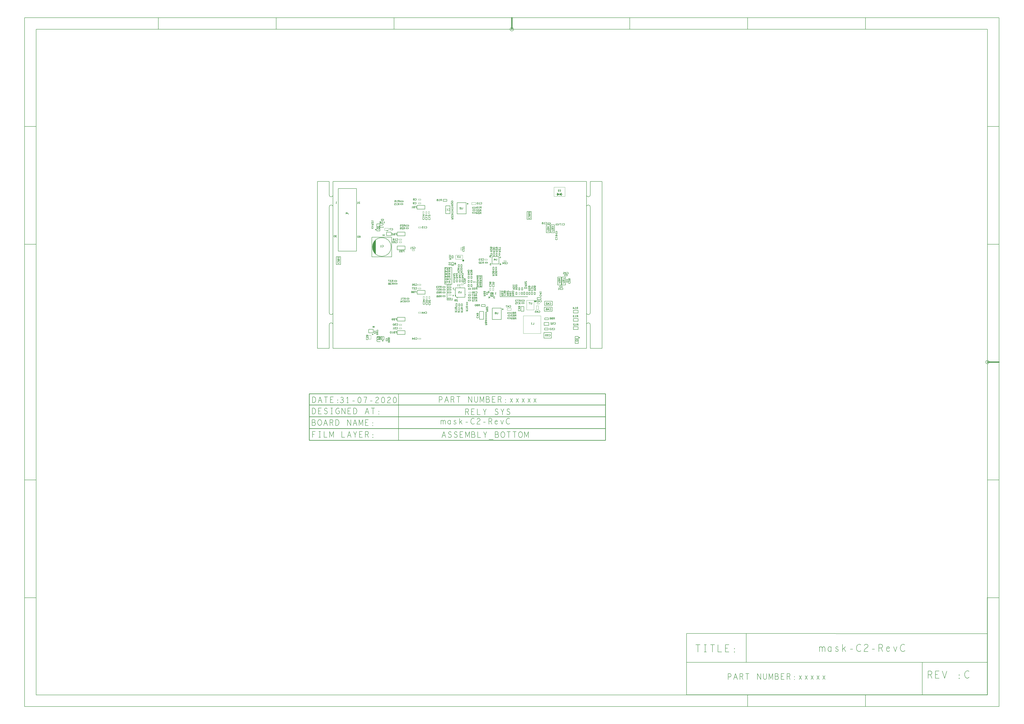
<source format=gbr>
G04 ================== begin FILE IDENTIFICATION RECORD ==================*
G04 Layout Name:  E:/Mask Board/WORK/16-05-22/mask-C2-RevC.brd*
G04 Film Name:    mask-C2-RevC_ASB.gbr*
G04 File Format:  Gerber RS274X*
G04 File Origin:  Cadence Allegro 16.6-P004*
G04 Origin Date:  Mon May 16 22:50:50 2022*
G04 *
G04 Layer:  REF DES/ASSEMBLY_BOTTOM*
G04 Layer:  PACKAGE GEOMETRY/ASSEMBLY_BOTTOM*
G04 Layer:  DRAWING FORMAT/OUTLINE_DATA*
G04 Layer:  BOARD GEOMETRY/OUTLINE*
G04 Layer:  BOARD GEOMETRY/ASSEMBLY_BOTTOM*
G04 *
G04 Offset:    (0.00 0.00)*
G04 Mirror:    No*
G04 Mode:      Positive*
G04 Rotation:  0*
G04 FullContactRelief:  No*
G04 UndefLineWidth:     6.00*
G04 ================== end FILE IDENTIFICATION RECORD ====================*
%FSLAX55Y55*MOIN*%
%IR0*IPPOS*OFA0.00000B0.00000*MIA0B0*SFA1.00000B1.00000*%
%ADD10C,.01*%
%ADD11C,.01575*%
%ADD12C,.01969*%
%ADD13C,.001*%
%ADD14C,.002*%
%ADD15C,.003*%
%ADD16C,.004*%
%ADD17C,.005*%
%ADD18C,.006*%
%ADD19C,.0071*%
%ADD20C,.008*%
%ADD21C,.0059*%
%ADD22C,.00591*%
%ADD23C,.00197*%
%ADD24C,.00598*%
%ADD25C,.00787*%
G75*
%LPD*%
G75*
G36*
G01X72491Y159808D02*
G02Y183561I10342J11877D01*
G01Y159808D01*
G37*
G36*
G01X73500Y201200D02*
G03I-1000J0D01*
G37*
G36*
G01X85500Y12500D02*
G03I-1000J0D01*
G37*
G36*
G01X208747Y89369D02*
G03I-1000J0D01*
G37*
G36*
G01X229673Y245120D02*
G03I-1127J0D01*
G37*
G36*
G01X289240Y66120D02*
G03I-1127J0D01*
G37*
G36*
G01X387933Y258444D02*
Y260944D01*
X390433D01*
Y261444D01*
X387933D01*
Y263944D01*
X384399Y261451D01*
X384390D01*
Y263944D01*
X384386D01*
Y263951D01*
X383886D01*
Y261451D01*
X380343Y263951D01*
Y261451D01*
X377843D01*
Y260951D01*
X380343D01*
Y258451D01*
X383877Y260944D01*
X383886D01*
Y258451D01*
X383890D01*
Y258444D01*
X384390D01*
Y260944D01*
X387933Y258444D01*
G37*
G36*
G01X419084Y17800D02*
G03I-1000J0D01*
G37*
G54D10*
G01X-40415Y-77276D02*
Y-156476D01*
G01D02*
X387485D01*
G01X-40415Y-136476D02*
X462185D01*
G01X-40415Y-116476D02*
X462185D01*
G01X-40415Y-96476D02*
X462185D01*
G01Y-77276D02*
X-40415D01*
G01X387485Y-156476D02*
X462185D01*
G01D02*
Y-77276D01*
G54D20*
G01X86700Y19750D02*
X74700D01*
Y14250D01*
X86700D01*
Y19750D01*
G01X79750Y199000D02*
Y211000D01*
X74250D01*
Y199000D01*
X79750D01*
G01X209625Y86200D02*
X223825D01*
Y102400D01*
X207625D01*
Y88200D01*
X209625Y86200D01*
G01X206140Y98986D02*
X207676D01*
G01X211023Y86140D02*
Y84604D01*
G01X223835Y91106D02*
X225371D01*
G01X215702Y103906D02*
Y102370D01*
G01X410834Y20000D02*
Y8000D01*
X416334D01*
Y20000D01*
X410834D01*
G54D11*
G01X221838Y148711D02*
G03I-787J0D01*
G01X343937Y79608D02*
G03I-786J0D01*
G54D21*
G01X40020Y164678D02*
X8920D01*
Y270978D01*
X40020D01*
Y164678D01*
G01X382298Y269150D02*
Y266000D01*
X382954D01*
X383217Y266158D01*
X383414Y266368D01*
X383578Y266682D01*
X383710Y267050D01*
X383742Y267575D01*
X383710Y268100D01*
X383578Y268468D01*
X383414Y268783D01*
X383217Y268993D01*
X382954Y269150D01*
X382298D01*
G01X384858Y268520D02*
X385055Y268888D01*
X385317Y269098D01*
X385613Y269150D01*
X385876Y269098D01*
X386138Y268835D01*
X386302Y268520D01*
X386335Y268205D01*
X386270Y267838D01*
X386040Y267575D01*
X385810Y267470D01*
X385514D01*
G01X385810D02*
X386007Y267313D01*
X386171Y267050D01*
X386237Y266735D01*
X386171Y266420D01*
X386007Y266158D01*
X385711Y266000D01*
X385416Y266052D01*
X385120Y266263D01*
G54D12*
G01X303531Y560956D02*
Y541271D01*
G01X1130302Y-23689D02*
X1110617D01*
G54D22*
G01X98567Y171763D02*
G03I-15748J0D01*
G01X99551Y155031D02*
X66087D01*
Y188495D01*
X99551D01*
Y155031D01*
G01X103775Y110410D02*
X108975D01*
Y108510D01*
X103775D01*
Y110410D01*
G01X124600Y80535D02*
X129800D01*
Y78636D01*
X124600D01*
Y80535D01*
G01X123470Y209043D02*
X128670D01*
Y207143D01*
X123470D01*
Y209043D01*
G01X114044Y250131D02*
X119244D01*
Y248231D01*
X114044D01*
Y250131D01*
G01X208775Y70700D02*
Y75900D01*
X210675D01*
Y70700D01*
X208775D01*
G01X195100Y85150D02*
X200300D01*
Y83250D01*
X195100D01*
Y85150D01*
G01X195125Y95710D02*
X200325D01*
Y93810D01*
X195125D01*
Y95710D01*
G01Y100210D02*
X200325D01*
Y98310D01*
X195125D01*
Y100210D01*
G01Y104250D02*
X200325D01*
Y102350D01*
X195125D01*
Y104250D01*
G01Y108750D02*
X200325D01*
Y106850D01*
X195125D01*
Y108750D01*
G01X204775Y111700D02*
Y116900D01*
X206675D01*
Y111700D01*
X204775D01*
G01X203509Y240343D02*
Y235143D01*
X201609D01*
Y240343D01*
X203509D01*
G01X201609Y228481D02*
Y233681D01*
X203509D01*
Y228481D01*
X201609D01*
G01X226010Y227854D02*
X210656D01*
Y247146D01*
X226010D01*
Y227854D01*
G01X228450Y78100D02*
Y72900D01*
X226550D01*
Y78100D01*
X228450D01*
G01X236633Y239350D02*
X241833D01*
Y237450D01*
X236633D01*
Y239350D01*
G01Y230950D02*
X241833D01*
Y229050D01*
X236633D01*
Y230950D01*
G01X258840Y49090D02*
Y54290D01*
X260740D01*
Y49090D01*
X258840D01*
G01Y55718D02*
Y60918D01*
X260740D01*
Y55718D01*
X258840D01*
G01X285777Y48754D02*
X270423D01*
Y68046D01*
X285777D01*
Y48754D01*
G01X271357Y132561D02*
Y137761D01*
X273257D01*
Y132561D01*
X271357D01*
G01X274257Y161761D02*
Y156561D01*
X272357D01*
Y161761D01*
X274257D01*
G01X281516Y142960D02*
X270098D01*
Y155362D01*
X281516D01*
Y142960D01*
G01X275857Y132561D02*
Y137761D01*
X277757D01*
Y132561D01*
X275857D01*
G01X278757Y161761D02*
Y156561D01*
X276857D01*
Y161761D01*
X278757D01*
G01X284815Y154070D02*
G03I-916J0D01*
G01X296400Y51850D02*
X301600D01*
Y49950D01*
X296400D01*
Y51850D01*
G01X296200Y60650D02*
X301400D01*
Y58750D01*
X296200D01*
Y60650D01*
G01X324870Y79760D02*
X319670D01*
Y81660D01*
X324870D01*
Y79760D01*
G54D13*
G01X69280Y36800D02*
X69340Y36860D01*
X69410Y36900D01*
X69490D01*
X69580Y36840D01*
X69650Y36740D01*
X69700Y36620D01*
X69740Y36420D01*
X69750Y36240D01*
X69730Y36060D01*
X69700Y35940D01*
X69640Y35820D01*
X69570Y35740D01*
X69500Y35700D01*
X69430D01*
X69360Y35740D01*
X69300Y35800D01*
X69250Y35880D01*
G01X69020D02*
X68960Y35780D01*
X68890Y35720D01*
X68800Y35700D01*
X68710Y35740D01*
X68640Y35820D01*
X68590Y35960D01*
X68580Y36120D01*
X68600Y36280D01*
X68650Y36380D01*
X68720Y36460D01*
X68790Y36480D01*
X68860Y36460D01*
X68950Y36380D01*
X68920Y36900D01*
X68650D01*
G01X68100Y35700D02*
X68030Y35720D01*
X67950Y35780D01*
X67900Y35880D01*
X67880Y36020D01*
X67900Y36160D01*
X67960Y36280D01*
X68050Y36340D01*
X68150D01*
X68210Y36380D01*
X68260Y36480D01*
X68280Y36620D01*
X68250Y36760D01*
X68180Y36860D01*
X68100Y36900D01*
X68020Y36860D01*
X67950Y36760D01*
X67920Y36620D01*
X67940Y36480D01*
X67990Y36380D01*
X68050Y36340D01*
X68150D01*
X68240Y36280D01*
X68300Y36160D01*
X68320Y36020D01*
X68300Y35880D01*
X68250Y35780D01*
X68170Y35720D01*
X68100Y35700D01*
G01X85520Y191400D02*
X85460Y191340D01*
X85390Y191300D01*
X85310D01*
X85220Y191360D01*
X85150Y191460D01*
X85100Y191580D01*
X85060Y191780D01*
X85050Y191960D01*
X85070Y192140D01*
X85100Y192260D01*
X85160Y192380D01*
X85230Y192460D01*
X85300Y192500D01*
X85370D01*
X85440Y192460D01*
X85500Y192400D01*
X85550Y192320D01*
G01X85780D02*
X85840Y192420D01*
X85910Y192480D01*
X86000Y192500D01*
X86090Y192460D01*
X86160Y192380D01*
X86210Y192240D01*
X86220Y192080D01*
X86200Y191920D01*
X86150Y191820D01*
X86080Y191740D01*
X86010Y191720D01*
X85940Y191740D01*
X85850Y191820D01*
X85880Y191300D01*
X86150D01*
G01X86680Y192500D02*
X86700Y192240D01*
X86730Y192020D01*
X86770Y191820D01*
X86820Y191600D01*
X86900Y191300D01*
X86500D01*
G54D23*
G01X220142Y158024D02*
X207938D01*
Y151134D01*
X220142D01*
Y158024D01*
G01X328698Y65039D02*
Y81181D01*
X340902D01*
Y65039D01*
X328698D01*
G01X393780Y257804D02*
X375080D01*
Y273316D01*
X393780D01*
Y257804D01*
G54D14*
G01X352760Y55070D02*
Y25150D01*
X322840D01*
Y55070D01*
X352760D01*
G54D24*
G01X68437Y32053D02*
X60563D01*
Y26147D01*
X68437D01*
Y32053D01*
G01X67453Y24080D02*
X68437Y23096D01*
X66469D01*
X67453Y24080D01*
G01X92047Y199020D02*
X91063Y200004D01*
X93031D01*
X92047Y199020D01*
G01X91063Y191047D02*
X98937D01*
Y196953D01*
X91063D01*
Y191047D01*
G54D15*
G01X60700Y15250D02*
Y21950D01*
X64300D01*
Y15250D01*
X60700D01*
G01X87596Y203590D02*
X94296D01*
Y199990D01*
X87596D01*
Y203590D01*
G01X242183Y243700D02*
X235483D01*
Y247300D01*
X242183D01*
Y243700D01*
G01X302270Y64460D02*
X295570D01*
Y68060D01*
X302270D01*
Y64460D01*
G01X348600Y71960D02*
Y65260D01*
X345000D01*
Y71960D01*
X348600D01*
G54D25*
G01X-523241Y-423689D02*
X-503556D01*
G01X-523241Y-223689D02*
X-503556D01*
G01X-523241Y176311D02*
X-503556D01*
G01X-523241Y376311D02*
X-503556D01*
G01Y-588650D02*
Y541271D01*
G01Y-588650D02*
X1110617D01*
G01X-503556Y541271D02*
X1110617D01*
G01X-296469Y560956D02*
Y541271D01*
G01X-96469Y560956D02*
Y541271D01*
G01X103531Y560956D02*
Y541271D01*
G01X306521D02*
G03X300541I-2990J0D01*
G01D02*
G03X306521I2990J0D01*
G01X503531Y560956D02*
Y541271D01*
G01X703531Y-608335D02*
Y-588650D01*
G01Y560956D02*
Y541271D01*
G01X903531Y-608335D02*
Y-588650D01*
G01Y560956D02*
Y541271D01*
G01X1110617Y-588650D02*
Y541271D01*
G01X1130302Y-423689D02*
X1110617D01*
G01X1130302Y-223689D02*
X1110617D01*
G01X1113607Y-23689D02*
G03X1107627I-2990J0D01*
G01D02*
G03X1113607I2990J0D01*
G01X1130302Y176311D02*
X1110617D01*
G01X1130302Y376311D02*
X1110617D01*
G54D16*
G01X70768Y35216D02*
X66832D01*
Y37184D01*
X70768D01*
Y35216D01*
G01X84032Y192984D02*
X87968D01*
Y191016D01*
X84032D01*
Y192984D01*
G01X112452Y34684D02*
X116388D01*
Y32716D01*
X112452D01*
Y34684D01*
G01Y40784D02*
X116388D01*
Y38816D01*
X112452D01*
Y40784D01*
G01Y185452D02*
X116388D01*
Y183484D01*
X112452D01*
Y185452D01*
G01X112432Y180944D02*
X116368D01*
Y178976D01*
X112432D01*
Y180944D01*
G01X145032Y17159D02*
X148968D01*
Y15191D01*
X145032D01*
Y17159D01*
G01Y61259D02*
X148968D01*
Y59291D01*
X145032D01*
Y61259D01*
G01Y108504D02*
X148968D01*
Y106536D01*
X145032D01*
Y108504D01*
G01Y102204D02*
X148968D01*
Y100236D01*
X145032D01*
Y102204D01*
G01X138268Y165226D02*
X134332D01*
Y167194D01*
X138268D01*
Y165226D01*
G01X145032Y205927D02*
X148968D01*
Y203959D01*
X145032D01*
Y205927D01*
G01Y253172D02*
X148968D01*
Y251204D01*
X145032D01*
Y253172D01*
G01Y246872D02*
X148968D01*
Y244904D01*
X145032D01*
Y246872D01*
G01X154984Y88036D02*
Y84100D01*
X153016D01*
Y88036D01*
X154984D01*
G01X159827D02*
Y84100D01*
X157859D01*
Y88036D01*
X159827D01*
G01X159127Y232168D02*
Y228232D01*
X157159D01*
Y232168D01*
X159127D01*
G01X154284D02*
Y228232D01*
X152316D01*
Y232168D01*
X154284D01*
G01X164484Y88036D02*
Y84100D01*
X162516D01*
Y88036D01*
X164484D01*
G01X163784Y232168D02*
Y228232D01*
X161816D01*
Y232168D01*
X163784D01*
G01X200368Y89216D02*
X196432D01*
Y91184D01*
X200368D01*
Y89216D01*
G01X217202Y109284D02*
X221138D01*
Y107316D01*
X217202D01*
Y109284D01*
G01X218764Y170547D02*
Y166611D01*
X216796D01*
Y170547D01*
X218764D01*
G01X230257Y95284D02*
X234193D01*
Y93316D01*
X230257D01*
Y95284D01*
G01X272740Y102000D02*
Y98064D01*
X270772D01*
Y102000D01*
X272740D01*
G01X265772Y98064D02*
Y102000D01*
X267740D01*
Y98064D01*
X265772D01*
G01X261775Y149457D02*
X257839D01*
Y151425D01*
X261775D01*
Y149457D01*
G01X293775Y146897D02*
X289839D01*
Y148865D01*
X293775D01*
Y146897D01*
G01X315316Y91182D02*
Y95118D01*
X317284D01*
Y91182D01*
X315316D01*
G01X346191Y76925D02*
X350127D01*
Y74957D01*
X346191D01*
Y76925D01*
G54D17*
G01X-6200Y-275D02*
X-26200D01*
Y283133D01*
X-6200D01*
G01Y39972D02*
Y-275D01*
G01X0Y39972D02*
Y29972D01*
G01X-6200Y39972D02*
G02X0I3100J0D01*
G01Y59972D02*
G02X-6200I-3100J0D01*
G01X0D02*
Y69972D01*
G01X-6200Y59972D02*
Y229972D01*
G01X0Y239972D02*
Y229972D01*
G01X-6200Y239972D02*
Y229972D01*
G01Y239972D02*
G02X0I3100J0D01*
G01Y259972D02*
G02X-6200I-3100J0D01*
G01X0D02*
Y269972D01*
G01X-6200Y259972D02*
Y283133D01*
G01X10637Y145974D02*
X10787Y145674D01*
X10887Y145324D01*
Y144924D01*
X10737Y144474D01*
X10487Y144124D01*
X10187Y143874D01*
X9687Y143674D01*
X9237Y143624D01*
X8787Y143724D01*
X8487Y143874D01*
X8187Y144174D01*
X7987Y144524D01*
X7887Y144874D01*
Y145224D01*
X7987Y145574D01*
X8137Y145874D01*
X8337Y146124D01*
G01X10387Y146924D02*
X10687Y147224D01*
X10837Y147574D01*
X10887Y147974D01*
X10787Y148474D01*
X10537Y148824D01*
X10237Y148924D01*
X9937Y148874D01*
X9687Y148674D01*
X9187Y147674D01*
X8837Y147224D01*
X8337Y146924D01*
X7887Y146824D01*
Y148924D01*
G01X9487Y151274D02*
X9637Y151474D01*
X9887Y151624D01*
X10237Y151724D01*
X10537Y151624D01*
X10737Y151424D01*
X10887Y151074D01*
Y149724D01*
X7887D01*
Y151374D01*
X8087Y151724D01*
X8387Y151924D01*
X8737Y152024D01*
X9087Y151924D01*
X9387Y151624D01*
X9487Y151274D01*
Y149724D01*
G01X7887Y153874D02*
X10887D01*
X10287Y153274D01*
G01X7887D02*
Y154474D01*
G01X6750Y189131D02*
X6450Y188781D01*
X6050Y188581D01*
X5600Y188531D01*
X5200Y188581D01*
X4800Y188831D01*
X4550Y189131D01*
X4500Y189431D01*
X4600Y189781D01*
X4950Y190031D01*
X5300Y190131D01*
X5750D01*
G01X5300D02*
X5000Y190281D01*
X4750Y190531D01*
X4650Y190831D01*
X4750Y191131D01*
X5000Y191381D01*
X5450Y191531D01*
X5900Y191481D01*
X6350Y191281D01*
G01X2650Y191531D02*
X3050Y191431D01*
X3350Y191181D01*
X3550Y190881D01*
X3700Y190481D01*
X3750Y190031D01*
X3700Y189581D01*
X3550Y189181D01*
X3350Y188881D01*
X3050Y188631D01*
X2650Y188531D01*
X2250Y188631D01*
X1950Y188881D01*
X1750Y189181D01*
X1600Y189581D01*
X1550Y190031D01*
X1600Y190481D01*
X1750Y190881D01*
X1950Y191181D01*
X2250Y191431D01*
X2650Y191531D01*
G01X5560Y245531D02*
Y248531D01*
X6160Y247931D01*
G01Y245531D02*
X4960D01*
G01X26970Y228288D02*
X26720Y227988D01*
X26420Y227788D01*
X26070Y227688D01*
X25670Y227788D01*
X25370Y227988D01*
X25070Y228288D01*
X24970Y228688D01*
Y230688D01*
G01X22370Y227688D02*
Y230688D01*
X24220Y228538D01*
X21720D01*
G01X46550Y188950D02*
X46200Y189300D01*
X45900Y189500D01*
X45500Y189600D01*
X45150Y189500D01*
X44900Y189300D01*
X44700Y189000D01*
X44650Y188650D01*
X44700Y188350D01*
X44900Y188050D01*
X45200Y187800D01*
X45550Y187700D01*
X45950Y187800D01*
X46300Y188100D01*
X46500Y188550D01*
X46550Y189050D01*
X46450Y189700D01*
X46300Y190050D01*
X46050Y190400D01*
X45700Y190650D01*
X45350Y190700D01*
X45000Y190600D01*
X44750Y190350D01*
G01X42600Y190700D02*
X43000Y190600D01*
X43300Y190350D01*
X43500Y190050D01*
X43650Y189650D01*
X43700Y189200D01*
X43650Y188750D01*
X43500Y188350D01*
X43300Y188050D01*
X43000Y187800D01*
X42600Y187700D01*
X42200Y187800D01*
X41900Y188050D01*
X41700Y188350D01*
X41550Y188750D01*
X41500Y189200D01*
X41550Y189650D01*
X41700Y190050D01*
X41900Y190350D01*
X42200Y190600D01*
X42600Y190700D01*
G01X46100Y245900D02*
X45800Y245550D01*
X45400Y245350D01*
X44950Y245300D01*
X44550Y245350D01*
X44150Y245600D01*
X43900Y245900D01*
X43850Y246200D01*
X43950Y246550D01*
X44300Y246800D01*
X44650Y246900D01*
X45100D01*
G01X44650D02*
X44350Y247050D01*
X44100Y247300D01*
X44000Y247600D01*
X44100Y247900D01*
X44350Y248150D01*
X44800Y248300D01*
X45250Y248250D01*
X45700Y248050D01*
G01X42000Y245300D02*
Y248300D01*
X42600Y247700D01*
G01Y245300D02*
X41400D01*
G01X59250Y16600D02*
X59400Y16300D01*
X59500Y15950D01*
Y15550D01*
X59350Y15100D01*
X59100Y14750D01*
X58800Y14500D01*
X58300Y14300D01*
X57850Y14250D01*
X57400Y14350D01*
X57100Y14500D01*
X56800Y14800D01*
X56600Y15150D01*
X56500Y15500D01*
Y15850D01*
X56600Y16200D01*
X56750Y16500D01*
X56950Y16750D01*
G01Y17400D02*
X56700Y17700D01*
X56550Y18050D01*
X56500Y18500D01*
X56600Y18950D01*
X56800Y19300D01*
X57150Y19550D01*
X57550Y19600D01*
X57950Y19500D01*
X58200Y19250D01*
X58400Y18900D01*
X58450Y18550D01*
X58400Y18200D01*
X58200Y17750D01*
X59500Y17900D01*
Y19250D01*
G01X57750Y20550D02*
X58100Y20900D01*
X58300Y21200D01*
X58400Y21600D01*
X58300Y21950D01*
X58100Y22200D01*
X57800Y22400D01*
X57450Y22450D01*
X57150Y22400D01*
X56850Y22200D01*
X56600Y21900D01*
X56500Y21550D01*
X56600Y21150D01*
X56900Y20800D01*
X57350Y20600D01*
X57850Y20550D01*
X58500Y20650D01*
X58850Y20800D01*
X59200Y21050D01*
X59450Y21400D01*
X59500Y21750D01*
X59400Y22100D01*
X59150Y22350D01*
G01X82500Y15800D02*
X82900Y15850D01*
X83250Y16050D01*
X83550Y16350D01*
X83750Y16700D01*
X83850Y17100D01*
Y17500D01*
X83750Y17900D01*
X83550Y18250D01*
X83250Y18550D01*
X82900Y18750D01*
X82500Y18800D01*
X82100Y18750D01*
X81750Y18550D01*
X81450Y18250D01*
X81250Y17900D01*
X81150Y17500D01*
Y17100D01*
X81250Y16700D01*
X81450Y16350D01*
X81750Y16050D01*
X82100Y15850D01*
X82500Y15800D01*
G01X82100Y16600D02*
X81500Y15800D01*
G01X80600Y16400D02*
X80300Y16050D01*
X79900Y15850D01*
X79450Y15800D01*
X79050Y15850D01*
X78650Y16100D01*
X78400Y16400D01*
X78350Y16700D01*
X78450Y17050D01*
X78800Y17300D01*
X79150Y17400D01*
X79600D01*
G01X79150D02*
X78850Y17550D01*
X78600Y17800D01*
X78500Y18100D01*
X78600Y18400D01*
X78850Y18650D01*
X79300Y18800D01*
X79750Y18750D01*
X80200Y18550D01*
G01X73400Y23114D02*
X76400D01*
Y24364D01*
X76250Y24764D01*
X76050Y25014D01*
X75650Y25114D01*
X75250Y25014D01*
X75000Y24714D01*
X74850Y24364D01*
Y23114D01*
G01Y24364D02*
X73400Y25114D01*
G01Y27114D02*
X73450Y27464D01*
X73600Y27864D01*
X73850Y28114D01*
X74200Y28214D01*
X74550Y28114D01*
X74850Y27814D01*
X75000Y27364D01*
Y26864D01*
X75100Y26564D01*
X75350Y26314D01*
X75700Y26214D01*
X76050Y26364D01*
X76300Y26714D01*
X76400Y27114D01*
X76300Y27514D01*
X76050Y27864D01*
X75700Y28014D01*
X75350Y27914D01*
X75100Y27664D01*
X75000Y27364D01*
Y26864D01*
X74850Y26414D01*
X74550Y26114D01*
X74200Y26014D01*
X73850Y26114D01*
X73600Y26364D01*
X73450Y26764D01*
X73400Y27114D01*
G01Y30014D02*
X74050Y30114D01*
X74600Y30264D01*
X75100Y30464D01*
X75650Y30714D01*
X76400Y31114D01*
Y29114D01*
G01X83219Y174513D02*
X83519Y174663D01*
X83869Y174763D01*
X84269D01*
X84719Y174613D01*
X85069Y174363D01*
X85319Y174063D01*
X85519Y173563D01*
X85569Y173113D01*
X85469Y172663D01*
X85319Y172363D01*
X85019Y172063D01*
X84669Y171863D01*
X84319Y171763D01*
X83969D01*
X83619Y171863D01*
X83319Y172013D01*
X83069Y172213D01*
G01X81319Y171763D02*
Y174763D01*
X81919Y174163D01*
G01Y171763D02*
X80719D01*
G01X75800Y203200D02*
X75853Y202800D01*
X76067Y202450D01*
X76387Y202150D01*
X76760Y201950D01*
X77187Y201850D01*
X77613D01*
X78040Y201950D01*
X78413Y202150D01*
X78733Y202450D01*
X78947Y202800D01*
X79000Y203200D01*
X78947Y203600D01*
X78733Y203950D01*
X78413Y204250D01*
X78040Y204450D01*
X77613Y204550D01*
X77187D01*
X76760Y204450D01*
X76387Y204250D01*
X76067Y203950D01*
X75853Y203600D01*
X75800Y203200D01*
G01X76653Y203600D02*
X75800Y204200D01*
G01X78467Y205450D02*
X78787Y205750D01*
X78947Y206100D01*
X79000Y206500D01*
X78893Y207000D01*
X78627Y207350D01*
X78307Y207450D01*
X77987Y207400D01*
X77720Y207200D01*
X77187Y206200D01*
X76813Y205750D01*
X76280Y205450D01*
X75800Y205350D01*
Y207450D01*
G01X65665Y209143D02*
X68665D01*
Y210393D01*
X68515Y210793D01*
X68315Y211043D01*
X67915Y211143D01*
X67515Y211043D01*
X67265Y210743D01*
X67115Y210393D01*
Y209143D01*
G01Y210393D02*
X65665Y211143D01*
G01X68165Y212193D02*
X68465Y212493D01*
X68615Y212843D01*
X68665Y213243D01*
X68565Y213743D01*
X68315Y214093D01*
X68015Y214193D01*
X67715Y214143D01*
X67465Y213943D01*
X66965Y212943D01*
X66615Y212493D01*
X66115Y212193D01*
X65665Y212093D01*
Y214193D01*
G01Y216143D02*
X68665D01*
X68065Y215543D01*
G01X65665D02*
Y216743D01*
G01X79573Y215546D02*
Y212546D01*
X80823D01*
X81223Y212696D01*
X81473Y212896D01*
X81573Y213296D01*
X81473Y213696D01*
X81173Y213946D01*
X80823Y214096D01*
X79573D01*
G01X80823D02*
X81573Y215546D01*
G01X83573D02*
Y212546D01*
X82973Y213146D01*
G01Y215546D02*
X84173D01*
G01X86473D02*
X86573Y214896D01*
X86723Y214346D01*
X86923Y213846D01*
X87173Y213296D01*
X87573Y212546D01*
X85573D01*
G01X93300Y9847D02*
X96300D01*
Y11097D01*
X96150Y11497D01*
X95950Y11747D01*
X95550Y11847D01*
X95150Y11747D01*
X94900Y11447D01*
X94750Y11097D01*
Y9847D01*
G01Y11097D02*
X93300Y11847D01*
G01Y13847D02*
X93350Y14197D01*
X93500Y14597D01*
X93750Y14847D01*
X94100Y14947D01*
X94450Y14847D01*
X94750Y14547D01*
X94900Y14097D01*
Y13597D01*
X95000Y13297D01*
X95250Y13047D01*
X95600Y12947D01*
X95950Y13097D01*
X96200Y13447D01*
X96300Y13847D01*
X96200Y14247D01*
X95950Y14597D01*
X95600Y14747D01*
X95250Y14647D01*
X95000Y14397D01*
X94900Y14097D01*
Y13597D01*
X94750Y13147D01*
X94450Y12847D01*
X94100Y12747D01*
X93750Y12847D01*
X93500Y13097D01*
X93350Y13497D01*
X93300Y13847D01*
G01Y16847D02*
X93350Y17197D01*
X93500Y17597D01*
X93750Y17847D01*
X94100Y17947D01*
X94450Y17847D01*
X94750Y17547D01*
X94900Y17097D01*
Y16597D01*
X95000Y16297D01*
X95250Y16047D01*
X95600Y15947D01*
X95950Y16097D01*
X96200Y16447D01*
X96300Y16847D01*
X96200Y17247D01*
X95950Y17597D01*
X95600Y17747D01*
X95250Y17647D01*
X95000Y17397D01*
X94900Y17097D01*
Y16597D01*
X94750Y16147D01*
X94450Y15847D01*
X94100Y15747D01*
X93750Y15847D01*
X93500Y16097D01*
X93350Y16497D01*
X93300Y16847D01*
G01X108123Y25286D02*
Y28286D01*
X106223D01*
G01X106923Y26836D02*
X108123D01*
G01X103773Y26886D02*
X103573Y27036D01*
X103423Y27286D01*
X103323Y27636D01*
X103423Y27936D01*
X103623Y28136D01*
X103973Y28286D01*
X105323D01*
Y25286D01*
X103673D01*
X103323Y25486D01*
X103123Y25786D01*
X103023Y26136D01*
X103123Y26486D01*
X103423Y26786D01*
X103773Y26886D01*
X105323D01*
G01X101173Y25286D02*
Y28286D01*
X101773Y27686D01*
G01Y25286D02*
X100573D01*
G01X98173Y28286D02*
X98573Y28186D01*
X98873Y27936D01*
X99073Y27636D01*
X99223Y27236D01*
X99273Y26786D01*
X99223Y26336D01*
X99073Y25936D01*
X98873Y25636D01*
X98573Y25386D01*
X98173Y25286D01*
X97773Y25386D01*
X97473Y25636D01*
X97273Y25936D01*
X97123Y26336D01*
X97073Y26786D01*
X97123Y27236D01*
X97273Y27636D01*
X97473Y27936D01*
X97773Y28186D01*
X98173Y28286D01*
G01X102200Y107900D02*
Y110900D01*
X100950D01*
X100550Y110750D01*
X100300Y110550D01*
X100200Y110150D01*
X100300Y109750D01*
X100600Y109500D01*
X100950Y109350D01*
X102200D01*
G01X100950D02*
X100200Y107900D01*
G01X99300Y108500D02*
X99000Y108150D01*
X98600Y107950D01*
X98150Y107900D01*
X97750Y107950D01*
X97350Y108200D01*
X97100Y108500D01*
X97050Y108800D01*
X97150Y109150D01*
X97500Y109400D01*
X97850Y109500D01*
X98300D01*
G01X97850D02*
X97550Y109650D01*
X97300Y109900D01*
X97200Y110200D01*
X97300Y110500D01*
X97550Y110750D01*
X98000Y110900D01*
X98450Y110850D01*
X98900Y110650D01*
G01X95200Y107900D02*
X94850Y107950D01*
X94450Y108100D01*
X94200Y108350D01*
X94100Y108700D01*
X94200Y109050D01*
X94500Y109350D01*
X94950Y109500D01*
X95450D01*
X95750Y109600D01*
X96000Y109850D01*
X96100Y110200D01*
X95950Y110550D01*
X95600Y110800D01*
X95200Y110900D01*
X94800Y110800D01*
X94450Y110550D01*
X94300Y110200D01*
X94400Y109850D01*
X94650Y109600D01*
X94950Y109500D01*
X95450D01*
X95900Y109350D01*
X96200Y109050D01*
X96300Y108700D01*
X96200Y108350D01*
X95950Y108100D01*
X95550Y107950D01*
X95200Y107900D01*
G01X102100Y112600D02*
Y115600D01*
X100850D01*
X100450Y115450D01*
X100200Y115250D01*
X100100Y114850D01*
X100200Y114450D01*
X100500Y114200D01*
X100850Y114050D01*
X102100D01*
G01X100850D02*
X100100Y112600D01*
G01X99200Y113200D02*
X98900Y112850D01*
X98500Y112650D01*
X98050Y112600D01*
X97650Y112650D01*
X97250Y112900D01*
X97000Y113200D01*
X96950Y113500D01*
X97050Y113850D01*
X97400Y114100D01*
X97750Y114200D01*
X98200D01*
G01X97750D02*
X97450Y114350D01*
X97200Y114600D01*
X97100Y114900D01*
X97200Y115200D01*
X97450Y115450D01*
X97900Y115600D01*
X98350Y115550D01*
X98800Y115350D01*
G01X95200Y112600D02*
X95100Y113250D01*
X94950Y113800D01*
X94750Y114300D01*
X94500Y114850D01*
X94100Y115600D01*
X96100D01*
G01X99190Y203040D02*
X99490Y203190D01*
X99840Y203290D01*
X100240D01*
X100690Y203140D01*
X101040Y202890D01*
X101290Y202590D01*
X101490Y202090D01*
X101540Y201640D01*
X101440Y201190D01*
X101290Y200890D01*
X100990Y200590D01*
X100640Y200390D01*
X100290Y200290D01*
X99940D01*
X99590Y200390D01*
X99290Y200540D01*
X99040Y200740D01*
G01X97390Y200290D02*
X97290Y200940D01*
X97140Y201490D01*
X96940Y201990D01*
X96690Y202540D01*
X96290Y203290D01*
X98290D01*
G01X107400Y35150D02*
X107700Y35300D01*
X108050Y35400D01*
X108450D01*
X108900Y35250D01*
X109250Y35000D01*
X109500Y34700D01*
X109700Y34200D01*
X109750Y33750D01*
X109650Y33300D01*
X109500Y33000D01*
X109200Y32700D01*
X108850Y32500D01*
X108500Y32400D01*
X108150D01*
X107800Y32500D01*
X107500Y32650D01*
X107250Y32850D01*
G01X106600D02*
X106300Y32600D01*
X105950Y32450D01*
X105500Y32400D01*
X105050Y32500D01*
X104700Y32700D01*
X104450Y33050D01*
X104400Y33450D01*
X104500Y33850D01*
X104750Y34100D01*
X105100Y34300D01*
X105450Y34350D01*
X105800Y34300D01*
X106250Y34100D01*
X106100Y35400D01*
X104750D01*
G01X102500Y32400D02*
Y35400D01*
X103100Y34800D01*
G01Y32400D02*
X101900D01*
G01X107800Y41350D02*
X108100Y41500D01*
X108450Y41600D01*
X108850D01*
X109300Y41450D01*
X109650Y41200D01*
X109900Y40900D01*
X110100Y40400D01*
X110150Y39950D01*
X110050Y39500D01*
X109900Y39200D01*
X109600Y38900D01*
X109250Y38700D01*
X108900Y38600D01*
X108550D01*
X108200Y38700D01*
X107900Y38850D01*
X107650Y39050D01*
G01X107000D02*
X106700Y38800D01*
X106350Y38650D01*
X105900Y38600D01*
X105450Y38700D01*
X105100Y38900D01*
X104850Y39250D01*
X104800Y39650D01*
X104900Y40050D01*
X105150Y40300D01*
X105500Y40500D01*
X105850Y40550D01*
X106200Y40500D01*
X106650Y40300D01*
X106500Y41600D01*
X105150D01*
G01X102900D02*
X103300Y41500D01*
X103600Y41250D01*
X103800Y40950D01*
X103950Y40550D01*
X104000Y40100D01*
X103950Y39650D01*
X103800Y39250D01*
X103600Y38950D01*
X103300Y38700D01*
X102900Y38600D01*
X102500Y38700D01*
X102200Y38950D01*
X102000Y39250D01*
X101850Y39650D01*
X101800Y40100D01*
X101850Y40550D01*
X102000Y40950D01*
X102200Y41250D01*
X102500Y41500D01*
X102900Y41600D01*
G01X107950Y47500D02*
Y50500D01*
X106050D01*
G01X106750Y49050D02*
X107950D01*
G01X103600Y49100D02*
X103400Y49250D01*
X103250Y49500D01*
X103150Y49850D01*
X103250Y50150D01*
X103450Y50350D01*
X103800Y50500D01*
X105150D01*
Y47500D01*
X103500D01*
X103150Y47700D01*
X102950Y48000D01*
X102850Y48350D01*
X102950Y48700D01*
X103250Y49000D01*
X103600Y49100D01*
X105150D01*
G01X101850Y47850D02*
X101500Y47600D01*
X101100Y47500D01*
X100700Y47600D01*
X100350Y47900D01*
X100100Y48350D01*
X100000Y48800D01*
Y49350D01*
X100100Y49800D01*
X100350Y50200D01*
X100650Y50400D01*
X101000Y50500D01*
X101400Y50400D01*
X101700Y50200D01*
X101900Y49900D01*
X102000Y49500D01*
X101900Y49150D01*
X101650Y48800D01*
X101350Y48600D01*
X101000Y48550D01*
X100600Y48650D01*
X100300Y48900D01*
X100000Y49350D01*
G01X120610Y163040D02*
Y166040D01*
X118710D01*
G01X119410Y164590D02*
X120610D01*
G01X116260Y164640D02*
X116060Y164790D01*
X115910Y165040D01*
X115810Y165390D01*
X115910Y165690D01*
X116110Y165890D01*
X116460Y166040D01*
X117810D01*
Y163040D01*
X116160D01*
X115810Y163240D01*
X115610Y163540D01*
X115510Y163890D01*
X115610Y164240D01*
X115910Y164540D01*
X116260Y164640D01*
X117810D01*
G01X114760Y163490D02*
X114460Y163240D01*
X114110Y163090D01*
X113660Y163040D01*
X113210Y163140D01*
X112860Y163340D01*
X112610Y163690D01*
X112560Y164090D01*
X112660Y164490D01*
X112910Y164740D01*
X113260Y164940D01*
X113610Y164990D01*
X113960Y164940D01*
X114410Y164740D01*
X114260Y166040D01*
X112910D01*
G01X107900Y185750D02*
X108200Y185900D01*
X108550Y186000D01*
X108950D01*
X109400Y185850D01*
X109750Y185600D01*
X110000Y185300D01*
X110200Y184800D01*
X110250Y184350D01*
X110150Y183900D01*
X110000Y183600D01*
X109700Y183300D01*
X109350Y183100D01*
X109000Y183000D01*
X108650D01*
X108300Y183100D01*
X108000Y183250D01*
X107750Y183450D01*
G01X106000Y183000D02*
Y186000D01*
X106600Y185400D01*
G01Y183000D02*
X105400D01*
G01X103000D02*
X102650Y183050D01*
X102250Y183200D01*
X102000Y183450D01*
X101900Y183800D01*
X102000Y184150D01*
X102300Y184450D01*
X102750Y184600D01*
X103250D01*
X103550Y184700D01*
X103800Y184950D01*
X103900Y185300D01*
X103750Y185650D01*
X103400Y185900D01*
X103000Y186000D01*
X102600Y185900D01*
X102250Y185650D01*
X102100Y185300D01*
X102200Y184950D01*
X102450Y184700D01*
X102750Y184600D01*
X103250D01*
X103700Y184450D01*
X104000Y184150D01*
X104100Y183800D01*
X104000Y183450D01*
X103750Y183200D01*
X103350Y183050D01*
X103000Y183000D01*
G01X107080Y181342D02*
X107380Y181492D01*
X107730Y181592D01*
X108130D01*
X108580Y181442D01*
X108930Y181192D01*
X109180Y180892D01*
X109380Y180392D01*
X109430Y179942D01*
X109330Y179492D01*
X109180Y179192D01*
X108880Y178892D01*
X108530Y178692D01*
X108180Y178592D01*
X107830D01*
X107480Y178692D01*
X107180Y178842D01*
X106930Y179042D01*
G01X106130Y181092D02*
X105830Y181392D01*
X105480Y181542D01*
X105080Y181592D01*
X104580Y181492D01*
X104230Y181242D01*
X104130Y180942D01*
X104180Y180642D01*
X104380Y180392D01*
X105380Y179892D01*
X105830Y179542D01*
X106130Y179042D01*
X106230Y178592D01*
X104130D01*
G01X102180Y181592D02*
X102580Y181492D01*
X102880Y181242D01*
X103080Y180942D01*
X103230Y180542D01*
X103280Y180092D01*
X103230Y179642D01*
X103080Y179242D01*
X102880Y178942D01*
X102580Y178692D01*
X102180Y178592D01*
X101780Y178692D01*
X101480Y178942D01*
X101280Y179242D01*
X101130Y179642D01*
X101080Y180092D01*
X101130Y180542D01*
X101280Y180942D01*
X101480Y181242D01*
X101780Y181492D01*
X102180Y181592D01*
G01X108050Y191900D02*
Y194900D01*
X106150D01*
G01X106850Y193450D02*
X108050D01*
G01X103700Y193500D02*
X103500Y193650D01*
X103350Y193900D01*
X103250Y194250D01*
X103350Y194550D01*
X103550Y194750D01*
X103900Y194900D01*
X105250D01*
Y191900D01*
X103600D01*
X103250Y192100D01*
X103050Y192400D01*
X102950Y192750D01*
X103050Y193100D01*
X103350Y193400D01*
X103700Y193500D01*
X105250D01*
G01X102050Y194400D02*
X101750Y194700D01*
X101400Y194850D01*
X101000Y194900D01*
X100500Y194800D01*
X100150Y194550D01*
X100050Y194250D01*
X100100Y193950D01*
X100300Y193700D01*
X101300Y193200D01*
X101750Y192850D01*
X102050Y192350D01*
X102150Y191900D01*
X100050D01*
G01X112740Y248090D02*
Y251090D01*
X111490D01*
X111090Y250940D01*
X110840Y250740D01*
X110740Y250340D01*
X110840Y249940D01*
X111140Y249690D01*
X111490Y249540D01*
X112740D01*
G01X111490D02*
X110740Y248090D01*
G01X108740D02*
Y251090D01*
X109340Y250490D01*
G01Y248090D02*
X108140D01*
G01X106690Y249340D02*
X106340Y249690D01*
X106040Y249890D01*
X105640Y249990D01*
X105290Y249890D01*
X105040Y249690D01*
X104840Y249390D01*
X104790Y249040D01*
X104840Y248740D01*
X105040Y248440D01*
X105340Y248190D01*
X105690Y248090D01*
X106090Y248190D01*
X106440Y248490D01*
X106640Y248940D01*
X106690Y249440D01*
X106590Y250090D01*
X106440Y250440D01*
X106190Y250790D01*
X105840Y251040D01*
X105490Y251090D01*
X105140Y250990D01*
X104890Y250740D01*
G01X112460Y242950D02*
Y245950D01*
X111210D01*
X110810Y245800D01*
X110560Y245600D01*
X110460Y245200D01*
X110560Y244800D01*
X110860Y244550D01*
X111210Y244400D01*
X112460D01*
G01X111210D02*
X110460Y242950D01*
G01X108460D02*
Y245950D01*
X109060Y245350D01*
G01Y242950D02*
X107860D01*
G01X106560Y243400D02*
X106260Y243150D01*
X105910Y243000D01*
X105460Y242950D01*
X105010Y243050D01*
X104660Y243250D01*
X104410Y243600D01*
X104360Y244000D01*
X104460Y244400D01*
X104710Y244650D01*
X105060Y244850D01*
X105410Y244900D01*
X105760Y244850D01*
X106210Y244650D01*
X106060Y245950D01*
X104710D01*
G01X123000Y77730D02*
Y80730D01*
X121750D01*
X121350Y80580D01*
X121100Y80380D01*
X121000Y79980D01*
X121100Y79580D01*
X121400Y79330D01*
X121750Y79180D01*
X123000D01*
G01X121750D02*
X121000Y77730D01*
G01X119100D02*
X119000Y78380D01*
X118850Y78930D01*
X118650Y79430D01*
X118400Y79980D01*
X118000Y80730D01*
X120000D01*
G01X115400Y77730D02*
Y80730D01*
X117250Y78580D01*
X114750D01*
G01X123000Y82330D02*
Y85330D01*
X121750D01*
X121350Y85180D01*
X121100Y84980D01*
X121000Y84580D01*
X121100Y84180D01*
X121400Y83930D01*
X121750Y83780D01*
X123000D01*
G01X121750D02*
X121000Y82330D01*
G01X119100D02*
X119000Y82980D01*
X118850Y83530D01*
X118650Y84030D01*
X118400Y84580D01*
X118000Y85330D01*
X120000D01*
G01X116000Y82330D02*
Y85330D01*
X116600Y84730D01*
G01Y82330D02*
X115400D01*
G01X122000Y206800D02*
Y209800D01*
X120750D01*
X120350Y209650D01*
X120100Y209450D01*
X120000Y209050D01*
X120100Y208650D01*
X120400Y208400D01*
X120750Y208250D01*
X122000D01*
G01X120750D02*
X120000Y206800D01*
G01X118950Y209300D02*
X118650Y209600D01*
X118300Y209750D01*
X117900Y209800D01*
X117400Y209700D01*
X117050Y209450D01*
X116950Y209150D01*
X117000Y208850D01*
X117200Y208600D01*
X118200Y208100D01*
X118650Y207750D01*
X118950Y207250D01*
X119050Y206800D01*
X116950D01*
G01X116100Y207250D02*
X115800Y207000D01*
X115450Y206850D01*
X115000Y206800D01*
X114550Y206900D01*
X114200Y207100D01*
X113950Y207450D01*
X113900Y207850D01*
X114000Y208250D01*
X114250Y208500D01*
X114600Y208700D01*
X114950Y208750D01*
X115300Y208700D01*
X115750Y208500D01*
X115600Y209800D01*
X114250D01*
G01X121800Y202000D02*
Y205000D01*
X120550D01*
X120150Y204850D01*
X119900Y204650D01*
X119800Y204250D01*
X119900Y203850D01*
X120200Y203600D01*
X120550Y203450D01*
X121800D01*
G01X120550D02*
X119800Y202000D01*
G01X118750Y204500D02*
X118450Y204800D01*
X118100Y204950D01*
X117700Y205000D01*
X117200Y204900D01*
X116850Y204650D01*
X116750Y204350D01*
X116800Y204050D01*
X117000Y203800D01*
X118000Y203300D01*
X118450Y202950D01*
X118750Y202450D01*
X118850Y202000D01*
X116750D01*
G01X115750Y203250D02*
X115400Y203600D01*
X115100Y203800D01*
X114700Y203900D01*
X114350Y203800D01*
X114100Y203600D01*
X113900Y203300D01*
X113850Y202950D01*
X113900Y202650D01*
X114100Y202350D01*
X114400Y202100D01*
X114750Y202000D01*
X115150Y202100D01*
X115500Y202400D01*
X115700Y202850D01*
X115750Y203350D01*
X115650Y204000D01*
X115500Y204350D01*
X115250Y204700D01*
X114900Y204950D01*
X114550Y205000D01*
X114200Y204900D01*
X113950Y204650D01*
G01X140600Y17550D02*
X140900Y17700D01*
X141250Y17800D01*
X141650D01*
X142100Y17650D01*
X142450Y17400D01*
X142700Y17100D01*
X142900Y16600D01*
X142950Y16150D01*
X142850Y15700D01*
X142700Y15400D01*
X142400Y15100D01*
X142050Y14900D01*
X141700Y14800D01*
X141350D01*
X141000Y14900D01*
X140700Y15050D01*
X140450Y15250D01*
G01X139800D02*
X139500Y15000D01*
X139150Y14850D01*
X138700Y14800D01*
X138250Y14900D01*
X137900Y15100D01*
X137650Y15450D01*
X137600Y15850D01*
X137700Y16250D01*
X137950Y16500D01*
X138300Y16700D01*
X138650Y16750D01*
X139000Y16700D01*
X139450Y16500D01*
X139300Y17800D01*
X137950D01*
G01X135100Y14800D02*
Y17800D01*
X136950Y15650D01*
X134450D01*
G01X141150Y93900D02*
Y96900D01*
X139250D01*
G01X139950Y95450D02*
X141150D01*
G01X136800Y95500D02*
X136600Y95650D01*
X136450Y95900D01*
X136350Y96250D01*
X136450Y96550D01*
X136650Y96750D01*
X137000Y96900D01*
X138350D01*
Y93900D01*
X136700D01*
X136350Y94100D01*
X136150Y94400D01*
X136050Y94750D01*
X136150Y95100D01*
X136450Y95400D01*
X136800Y95500D01*
X138350D01*
G01X134200Y93900D02*
X133850Y93950D01*
X133450Y94100D01*
X133200Y94350D01*
X133100Y94700D01*
X133200Y95050D01*
X133500Y95350D01*
X133950Y95500D01*
X134450D01*
X134750Y95600D01*
X135000Y95850D01*
X135100Y96200D01*
X134950Y96550D01*
X134600Y96800D01*
X134200Y96900D01*
X133800Y96800D01*
X133450Y96550D01*
X133300Y96200D01*
X133400Y95850D01*
X133650Y95600D01*
X133950Y95500D01*
X134450D01*
X134900Y95350D01*
X135200Y95050D01*
X135300Y94700D01*
X135200Y94350D01*
X134950Y94100D01*
X134550Y93950D01*
X134200Y93900D01*
G01X140600Y108950D02*
X140900Y109100D01*
X141250Y109200D01*
X141650D01*
X142100Y109050D01*
X142450Y108800D01*
X142700Y108500D01*
X142900Y108000D01*
X142950Y107550D01*
X142850Y107100D01*
X142700Y106800D01*
X142400Y106500D01*
X142050Y106300D01*
X141700Y106200D01*
X141350D01*
X141000Y106300D01*
X140700Y106450D01*
X140450Y106650D01*
G01X139650Y108700D02*
X139350Y109000D01*
X139000Y109150D01*
X138600Y109200D01*
X138100Y109100D01*
X137750Y108850D01*
X137650Y108550D01*
X137700Y108250D01*
X137900Y108000D01*
X138900Y107500D01*
X139350Y107150D01*
X139650Y106650D01*
X139750Y106200D01*
X137650D01*
G01X136650Y107450D02*
X136300Y107800D01*
X136000Y108000D01*
X135600Y108100D01*
X135250Y108000D01*
X135000Y107800D01*
X134800Y107500D01*
X134750Y107150D01*
X134800Y106850D01*
X135000Y106550D01*
X135300Y106300D01*
X135650Y106200D01*
X136050Y106300D01*
X136400Y106600D01*
X136600Y107050D01*
X136650Y107550D01*
X136550Y108200D01*
X136400Y108550D01*
X136150Y108900D01*
X135800Y109150D01*
X135450Y109200D01*
X135100Y109100D01*
X134850Y108850D01*
G01X140100Y102850D02*
X140400Y103000D01*
X140750Y103100D01*
X141150D01*
X141600Y102950D01*
X141950Y102700D01*
X142200Y102400D01*
X142400Y101900D01*
X142450Y101450D01*
X142350Y101000D01*
X142200Y100700D01*
X141900Y100400D01*
X141550Y100200D01*
X141200Y100100D01*
X140850D01*
X140500Y100200D01*
X140200Y100350D01*
X139950Y100550D01*
G01X139150Y102600D02*
X138850Y102900D01*
X138500Y103050D01*
X138100Y103100D01*
X137600Y103000D01*
X137250Y102750D01*
X137150Y102450D01*
X137200Y102150D01*
X137400Y101900D01*
X138400Y101400D01*
X138850Y101050D01*
X139150Y100550D01*
X139250Y100100D01*
X137150D01*
G01X135300D02*
X135200Y100750D01*
X135050Y101300D01*
X134850Y101800D01*
X134600Y102350D01*
X134200Y103100D01*
X136200D01*
G01X137230Y171560D02*
X137530Y171710D01*
X137880Y171810D01*
X138280D01*
X138730Y171660D01*
X139080Y171410D01*
X139330Y171110D01*
X139530Y170610D01*
X139580Y170160D01*
X139480Y169710D01*
X139330Y169410D01*
X139030Y169110D01*
X138680Y168910D01*
X138330Y168810D01*
X137980D01*
X137630Y168910D01*
X137330Y169060D01*
X137080Y169260D01*
G01X136280Y171310D02*
X135980Y171610D01*
X135630Y171760D01*
X135230Y171810D01*
X134730Y171710D01*
X134380Y171460D01*
X134280Y171160D01*
X134330Y170860D01*
X134530Y170610D01*
X135530Y170110D01*
X135980Y169760D01*
X136280Y169260D01*
X136380Y168810D01*
X134280D01*
G01X132330D02*
Y171810D01*
X132930Y171210D01*
G01Y168810D02*
X131730D01*
G01X141450Y237900D02*
Y240900D01*
X139550D01*
G01X140250Y239450D02*
X141450D01*
G01X137100Y239500D02*
X136900Y239650D01*
X136750Y239900D01*
X136650Y240250D01*
X136750Y240550D01*
X136950Y240750D01*
X137300Y240900D01*
X138650D01*
Y237900D01*
X137000D01*
X136650Y238100D01*
X136450Y238400D01*
X136350Y238750D01*
X136450Y239100D01*
X136750Y239400D01*
X137100Y239500D01*
X138650D01*
G01X134500Y237900D02*
Y240900D01*
X135100Y240300D01*
G01Y237900D02*
X133900D01*
G01X139200Y253750D02*
X139500Y253900D01*
X139850Y254000D01*
X140250D01*
X140700Y253850D01*
X141050Y253600D01*
X141300Y253300D01*
X141500Y252800D01*
X141550Y252350D01*
X141450Y251900D01*
X141300Y251600D01*
X141000Y251300D01*
X140650Y251100D01*
X140300Y251000D01*
X139950D01*
X139600Y251100D01*
X139300Y251250D01*
X139050Y251450D01*
G01X137300Y251000D02*
X136950Y251050D01*
X136550Y251200D01*
X136300Y251450D01*
X136200Y251800D01*
X136300Y252150D01*
X136600Y252450D01*
X137050Y252600D01*
X137550D01*
X137850Y252700D01*
X138100Y252950D01*
X138200Y253300D01*
X138050Y253650D01*
X137700Y253900D01*
X137300Y254000D01*
X136900Y253900D01*
X136550Y253650D01*
X136400Y253300D01*
X136500Y252950D01*
X136750Y252700D01*
X137050Y252600D01*
X137550D01*
X138000Y252450D01*
X138300Y252150D01*
X138400Y251800D01*
X138300Y251450D01*
X138050Y251200D01*
X137650Y251050D01*
X137300Y251000D01*
G01X138900Y247450D02*
X139200Y247600D01*
X139550Y247700D01*
X139950D01*
X140400Y247550D01*
X140750Y247300D01*
X141000Y247000D01*
X141200Y246500D01*
X141250Y246050D01*
X141150Y245600D01*
X141000Y245300D01*
X140700Y245000D01*
X140350Y244800D01*
X140000Y244700D01*
X139650D01*
X139300Y244800D01*
X139000Y244950D01*
X138750Y245150D01*
G01X137850Y245050D02*
X137500Y244800D01*
X137100Y244700D01*
X136700Y244800D01*
X136350Y245100D01*
X136100Y245550D01*
X136000Y246000D01*
Y246550D01*
X136100Y247000D01*
X136350Y247400D01*
X136650Y247600D01*
X137000Y247700D01*
X137400Y247600D01*
X137700Y247400D01*
X137900Y247100D01*
X138000Y246700D01*
X137900Y246350D01*
X137650Y246000D01*
X137350Y245800D01*
X137000Y245750D01*
X136600Y245850D01*
X136300Y246100D01*
X136000Y246550D01*
G01X156800Y61550D02*
X157100Y61700D01*
X157450Y61800D01*
X157850D01*
X158300Y61650D01*
X158650Y61400D01*
X158900Y61100D01*
X159100Y60600D01*
X159150Y60150D01*
X159050Y59700D01*
X158900Y59400D01*
X158600Y59100D01*
X158250Y58900D01*
X157900Y58800D01*
X157550D01*
X157200Y58900D01*
X156900Y59050D01*
X156650Y59250D01*
G01X154300Y58800D02*
Y61800D01*
X156150Y59650D01*
X153650D01*
G01X151300Y58800D02*
Y61800D01*
X153150Y59650D01*
X150650D01*
G01X155607Y76568D02*
X155757Y76268D01*
X155857Y75918D01*
Y75518D01*
X155707Y75068D01*
X155457Y74718D01*
X155157Y74468D01*
X154657Y74268D01*
X154207Y74218D01*
X153757Y74318D01*
X153457Y74468D01*
X153157Y74768D01*
X152957Y75118D01*
X152857Y75468D01*
Y75818D01*
X152957Y76168D01*
X153107Y76468D01*
X153307Y76718D01*
G01X153457Y77368D02*
X153107Y77668D01*
X152907Y78068D01*
X152857Y78518D01*
X152907Y78918D01*
X153157Y79318D01*
X153457Y79568D01*
X153757Y79618D01*
X154107Y79518D01*
X154357Y79168D01*
X154457Y78818D01*
Y78368D01*
G01Y78818D02*
X154607Y79118D01*
X154857Y79368D01*
X155157Y79468D01*
X155457Y79368D01*
X155707Y79118D01*
X155857Y78668D01*
X155807Y78218D01*
X155607Y77768D01*
G01X152857Y82068D02*
X155857D01*
X153707Y80218D01*
Y82718D01*
G01X160350Y76068D02*
X160500Y75768D01*
X160600Y75418D01*
Y75018D01*
X160450Y74568D01*
X160200Y74218D01*
X159900Y73968D01*
X159400Y73768D01*
X158950Y73718D01*
X158500Y73818D01*
X158200Y73968D01*
X157900Y74268D01*
X157700Y74618D01*
X157600Y74968D01*
Y75318D01*
X157700Y75668D01*
X157850Y75968D01*
X158050Y76218D01*
G01X158200Y76868D02*
X157850Y77168D01*
X157650Y77568D01*
X157600Y78018D01*
X157650Y78418D01*
X157900Y78818D01*
X158200Y79068D01*
X158500Y79118D01*
X158850Y79018D01*
X159100Y78668D01*
X159200Y78318D01*
Y77868D01*
G01Y78318D02*
X159350Y78618D01*
X159600Y78868D01*
X159900Y78968D01*
X160200Y78868D01*
X160450Y78618D01*
X160600Y78168D01*
X160550Y77718D01*
X160350Y77268D01*
G01X158200Y79868D02*
X157850Y80168D01*
X157650Y80568D01*
X157600Y81018D01*
X157650Y81418D01*
X157900Y81818D01*
X158200Y82068D01*
X158500Y82118D01*
X158850Y82018D01*
X159100Y81668D01*
X159200Y81318D01*
Y80868D01*
G01Y81318D02*
X159350Y81618D01*
X159600Y81868D01*
X159900Y81968D01*
X160200Y81868D01*
X160450Y81618D01*
X160600Y81168D01*
X160550Y80718D01*
X160350Y80268D01*
G01X157000Y206350D02*
X157300Y206500D01*
X157650Y206600D01*
X158050D01*
X158500Y206450D01*
X158850Y206200D01*
X159100Y205900D01*
X159300Y205400D01*
X159350Y204950D01*
X159250Y204500D01*
X159100Y204200D01*
X158800Y203900D01*
X158450Y203700D01*
X158100Y203600D01*
X157750D01*
X157400Y203700D01*
X157100Y203850D01*
X156850Y204050D01*
G01X155100Y203600D02*
Y206600D01*
X155700Y206000D01*
G01Y203600D02*
X154500D01*
G01X153200Y204050D02*
X152900Y203800D01*
X152550Y203650D01*
X152100Y203600D01*
X151650Y203700D01*
X151300Y203900D01*
X151050Y204250D01*
X151000Y204650D01*
X151100Y205050D01*
X151350Y205300D01*
X151700Y205500D01*
X152050Y205550D01*
X152400Y205500D01*
X152850Y205300D01*
X152700Y206600D01*
X151350D01*
G01X164750Y220300D02*
X164900Y220000D01*
X165000Y219650D01*
Y219250D01*
X164850Y218800D01*
X164600Y218450D01*
X164300Y218200D01*
X163800Y218000D01*
X163350Y217950D01*
X162900Y218050D01*
X162600Y218200D01*
X162300Y218500D01*
X162100Y218850D01*
X162000Y219200D01*
Y219550D01*
X162100Y219900D01*
X162250Y220200D01*
X162450Y220450D01*
G01X162000Y222200D02*
X165000D01*
X164400Y221600D01*
G01X162000D02*
Y222800D01*
G01X164500Y224250D02*
X164800Y224550D01*
X164950Y224900D01*
X165000Y225300D01*
X164900Y225800D01*
X164650Y226150D01*
X164350Y226250D01*
X164050Y226200D01*
X163800Y226000D01*
X163300Y225000D01*
X162950Y224550D01*
X162450Y224250D01*
X162000Y224150D01*
Y226250D01*
G01X159650Y220200D02*
X159800Y219900D01*
X159900Y219550D01*
Y219150D01*
X159750Y218700D01*
X159500Y218350D01*
X159200Y218100D01*
X158700Y217900D01*
X158250Y217850D01*
X157800Y217950D01*
X157500Y218100D01*
X157200Y218400D01*
X157000Y218750D01*
X156900Y219100D01*
Y219450D01*
X157000Y219800D01*
X157150Y220100D01*
X157350Y220350D01*
G01X156900Y222100D02*
X159900D01*
X159300Y221500D01*
G01X156900D02*
Y222700D01*
G01X157500Y224000D02*
X157150Y224300D01*
X156950Y224700D01*
X156900Y225150D01*
X156950Y225550D01*
X157200Y225950D01*
X157500Y226200D01*
X157800Y226250D01*
X158150Y226150D01*
X158400Y225800D01*
X158500Y225450D01*
Y225000D01*
G01Y225450D02*
X158650Y225750D01*
X158900Y226000D01*
X159200Y226100D01*
X159500Y226000D01*
X159750Y225750D01*
X159900Y225300D01*
X159850Y224850D01*
X159650Y224400D01*
G01X154907Y220700D02*
X155057Y220400D01*
X155157Y220050D01*
Y219650D01*
X155007Y219200D01*
X154757Y218850D01*
X154457Y218600D01*
X153957Y218400D01*
X153507Y218350D01*
X153057Y218450D01*
X152757Y218600D01*
X152457Y218900D01*
X152257Y219250D01*
X152157Y219600D01*
Y219950D01*
X152257Y220300D01*
X152407Y220600D01*
X152607Y220850D01*
G01X152157Y222600D02*
X155157D01*
X154557Y222000D01*
G01X152157D02*
Y223200D01*
G01Y226200D02*
X155157D01*
X153007Y224350D01*
Y226850D01*
G01X165150Y75700D02*
X165300Y75400D01*
X165400Y75050D01*
Y74650D01*
X165250Y74200D01*
X165000Y73850D01*
X164700Y73600D01*
X164200Y73400D01*
X163750Y73350D01*
X163300Y73450D01*
X163000Y73600D01*
X162700Y73900D01*
X162500Y74250D01*
X162400Y74600D01*
Y74950D01*
X162500Y75300D01*
X162650Y75600D01*
X162850Y75850D01*
G01X163000Y76500D02*
X162650Y76800D01*
X162450Y77200D01*
X162400Y77650D01*
X162450Y78050D01*
X162700Y78450D01*
X163000Y78700D01*
X163300Y78750D01*
X163650Y78650D01*
X163900Y78300D01*
X164000Y77950D01*
Y77500D01*
G01Y77950D02*
X164150Y78250D01*
X164400Y78500D01*
X164700Y78600D01*
X165000Y78500D01*
X165250Y78250D01*
X165400Y77800D01*
X165350Y77350D01*
X165150Y76900D01*
G01X164900Y79650D02*
X165200Y79950D01*
X165350Y80300D01*
X165400Y80700D01*
X165300Y81200D01*
X165050Y81550D01*
X164750Y81650D01*
X164450Y81600D01*
X164200Y81400D01*
X163700Y80400D01*
X163350Y79950D01*
X162850Y79650D01*
X162400Y79550D01*
Y81650D01*
G01X184100Y86600D02*
Y89600D01*
X182850D01*
X182450Y89450D01*
X182200Y89250D01*
X182100Y88850D01*
X182200Y88450D01*
X182500Y88200D01*
X182850Y88050D01*
X184100D01*
G01X182850D02*
X182100Y86600D01*
G01X181050Y87850D02*
X180700Y88200D01*
X180400Y88400D01*
X180000Y88500D01*
X179650Y88400D01*
X179400Y88200D01*
X179200Y87900D01*
X179150Y87550D01*
X179200Y87250D01*
X179400Y86950D01*
X179700Y86700D01*
X180050Y86600D01*
X180450Y86700D01*
X180800Y87000D01*
X181000Y87450D01*
X181050Y87950D01*
X180950Y88600D01*
X180800Y88950D01*
X180550Y89300D01*
X180200Y89550D01*
X179850Y89600D01*
X179500Y89500D01*
X179250Y89250D01*
G01X177100Y86600D02*
X176750Y86650D01*
X176350Y86800D01*
X176100Y87050D01*
X176000Y87400D01*
X176100Y87750D01*
X176400Y88050D01*
X176850Y88200D01*
X177350D01*
X177650Y88300D01*
X177900Y88550D01*
X178000Y88900D01*
X177850Y89250D01*
X177500Y89500D01*
X177100Y89600D01*
X176700Y89500D01*
X176350Y89250D01*
X176200Y88900D01*
X176300Y88550D01*
X176550Y88300D01*
X176850Y88200D01*
X177350D01*
X177800Y88050D01*
X178100Y87750D01*
X178200Y87400D01*
X178100Y87050D01*
X177850Y86800D01*
X177450Y86650D01*
X177100Y86600D01*
G01X184000Y93100D02*
Y96100D01*
X182750D01*
X182350Y95950D01*
X182100Y95750D01*
X182000Y95350D01*
X182100Y94950D01*
X182400Y94700D01*
X182750Y94550D01*
X184000D01*
G01X182750D02*
X182000Y93100D01*
G01X180950Y94350D02*
X180600Y94700D01*
X180300Y94900D01*
X179900Y95000D01*
X179550Y94900D01*
X179300Y94700D01*
X179100Y94400D01*
X179050Y94050D01*
X179100Y93750D01*
X179300Y93450D01*
X179600Y93200D01*
X179950Y93100D01*
X180350Y93200D01*
X180700Y93500D01*
X180900Y93950D01*
X180950Y94450D01*
X180850Y95100D01*
X180700Y95450D01*
X180450Y95800D01*
X180100Y96050D01*
X179750Y96100D01*
X179400Y96000D01*
X179150Y95750D01*
G01X178100Y93550D02*
X177800Y93300D01*
X177450Y93150D01*
X177000Y93100D01*
X176550Y93200D01*
X176200Y93400D01*
X175950Y93750D01*
X175900Y94150D01*
X176000Y94550D01*
X176250Y94800D01*
X176600Y95000D01*
X176950Y95050D01*
X177300Y95000D01*
X177750Y94800D01*
X177600Y96100D01*
X176250D01*
G01X183900Y102500D02*
Y105500D01*
X182650D01*
X182250Y105350D01*
X182000Y105150D01*
X181900Y104750D01*
X182000Y104350D01*
X182300Y104100D01*
X182650Y103950D01*
X183900D01*
G01X182650D02*
X181900Y102500D01*
G01X181000Y102950D02*
X180700Y102700D01*
X180350Y102550D01*
X179900Y102500D01*
X179450Y102600D01*
X179100Y102800D01*
X178850Y103150D01*
X178800Y103550D01*
X178900Y103950D01*
X179150Y104200D01*
X179500Y104400D01*
X179850Y104450D01*
X180200Y104400D01*
X180650Y104200D01*
X180500Y105500D01*
X179150D01*
G01X178000Y103100D02*
X177700Y102750D01*
X177300Y102550D01*
X176850Y102500D01*
X176450Y102550D01*
X176050Y102800D01*
X175800Y103100D01*
X175750Y103400D01*
X175850Y103750D01*
X176200Y104000D01*
X176550Y104100D01*
X177000D01*
G01X176550D02*
X176250Y104250D01*
X176000Y104500D01*
X175900Y104800D01*
X176000Y105100D01*
X176250Y105350D01*
X176700Y105500D01*
X177150Y105450D01*
X177600Y105250D01*
G01X184000Y97800D02*
Y100800D01*
X182750D01*
X182350Y100650D01*
X182100Y100450D01*
X182000Y100050D01*
X182100Y99650D01*
X182400Y99400D01*
X182750Y99250D01*
X184000D01*
G01X182750D02*
X182000Y97800D01*
G01X181100Y98250D02*
X180800Y98000D01*
X180450Y97850D01*
X180000Y97800D01*
X179550Y97900D01*
X179200Y98100D01*
X178950Y98450D01*
X178900Y98850D01*
X179000Y99250D01*
X179250Y99500D01*
X179600Y99700D01*
X179950Y99750D01*
X180300Y99700D01*
X180750Y99500D01*
X180600Y100800D01*
X179250D01*
G01X177100Y97800D02*
X177000Y98450D01*
X176850Y99000D01*
X176650Y99500D01*
X176400Y100050D01*
X176000Y100800D01*
X178000D01*
G01X184380Y249908D02*
Y252908D01*
X183130D01*
X182730Y252758D01*
X182480Y252558D01*
X182380Y252158D01*
X182480Y251758D01*
X182780Y251508D01*
X183130Y251358D01*
X184380D01*
G01X183130D02*
X182380Y249908D01*
G01X180380D02*
Y252908D01*
X180980Y252308D01*
G01Y249908D02*
X179780D01*
G01X177380D02*
X177030Y249958D01*
X176630Y250108D01*
X176380Y250358D01*
X176280Y250708D01*
X176380Y251058D01*
X176680Y251358D01*
X177130Y251508D01*
X177630D01*
X177930Y251608D01*
X178180Y251858D01*
X178280Y252208D01*
X178130Y252558D01*
X177780Y252808D01*
X177380Y252908D01*
X176980Y252808D01*
X176630Y252558D01*
X176480Y252208D01*
X176580Y251858D01*
X176830Y251608D01*
X177130Y251508D01*
X177630D01*
X178080Y251358D01*
X178380Y251058D01*
X178480Y250708D01*
X178380Y250358D01*
X178130Y250108D01*
X177730Y249958D01*
X177380Y249908D01*
G01X201600Y108300D02*
Y137100D01*
X189700D01*
Y108700D01*
X193500D01*
Y81700D01*
X202700D01*
Y85500D01*
G01X198700Y110800D02*
Y113800D01*
X197450D01*
X197050Y113650D01*
X196800Y113450D01*
X196700Y113050D01*
X196800Y112650D01*
X197100Y112400D01*
X197450Y112250D01*
X198700D01*
G01X197450D02*
X196700Y110800D01*
G01X194800D02*
X194700Y111450D01*
X194550Y112000D01*
X194350Y112500D01*
X194100Y113050D01*
X193700Y113800D01*
X195700D01*
G01X191700D02*
X192100Y113700D01*
X192400Y113450D01*
X192600Y113150D01*
X192750Y112750D01*
X192800Y112300D01*
X192750Y111850D01*
X192600Y111450D01*
X192400Y111150D01*
X192100Y110900D01*
X191700Y110800D01*
X191300Y110900D01*
X191000Y111150D01*
X190800Y111450D01*
X190650Y111850D01*
X190600Y112300D01*
X190650Y112750D01*
X190800Y113150D01*
X191000Y113450D01*
X191300Y113700D01*
X191700Y113800D01*
G01X197100Y118450D02*
X197400Y118600D01*
X197750Y118700D01*
X198150D01*
X198600Y118550D01*
X198950Y118300D01*
X199200Y118000D01*
X199400Y117500D01*
X199450Y117050D01*
X199350Y116600D01*
X199200Y116300D01*
X198900Y116000D01*
X198550Y115800D01*
X198200Y115700D01*
X197850D01*
X197500Y115800D01*
X197200Y115950D01*
X196950Y116150D01*
G01X194600Y115700D02*
Y118700D01*
X196450Y116550D01*
X193950D01*
G01X192200Y118700D02*
X192600Y118600D01*
X192900Y118350D01*
X193100Y118050D01*
X193250Y117650D01*
X193300Y117200D01*
X193250Y116750D01*
X193100Y116350D01*
X192900Y116050D01*
X192600Y115800D01*
X192200Y115700D01*
X191800Y115800D01*
X191500Y116050D01*
X191300Y116350D01*
X191150Y116750D01*
X191100Y117200D01*
X191150Y117650D01*
X191300Y118050D01*
X191500Y118350D01*
X191800Y118600D01*
X192200Y118700D01*
G01X198700Y120000D02*
Y123000D01*
X197450D01*
X197050Y122850D01*
X196800Y122650D01*
X196700Y122250D01*
X196800Y121850D01*
X197100Y121600D01*
X197450Y121450D01*
X198700D01*
G01X197450D02*
X196700Y120000D01*
G01X195650Y121250D02*
X195300Y121600D01*
X195000Y121800D01*
X194600Y121900D01*
X194250Y121800D01*
X194000Y121600D01*
X193800Y121300D01*
X193750Y120950D01*
X193800Y120650D01*
X194000Y120350D01*
X194300Y120100D01*
X194650Y120000D01*
X195050Y120100D01*
X195400Y120400D01*
X195600Y120850D01*
X195650Y121350D01*
X195550Y122000D01*
X195400Y122350D01*
X195150Y122700D01*
X194800Y122950D01*
X194450Y123000D01*
X194100Y122900D01*
X193850Y122650D01*
G01X191100Y120000D02*
Y123000D01*
X192950Y120850D01*
X190450D01*
G01X198700Y124500D02*
Y127500D01*
X197450D01*
X197050Y127350D01*
X196800Y127150D01*
X196700Y126750D01*
X196800Y126350D01*
X197100Y126100D01*
X197450Y125950D01*
X198700D01*
G01X197450D02*
X196700Y124500D01*
G01X195800Y124950D02*
X195500Y124700D01*
X195150Y124550D01*
X194700Y124500D01*
X194250Y124600D01*
X193900Y124800D01*
X193650Y125150D01*
X193600Y125550D01*
X193700Y125950D01*
X193950Y126200D01*
X194300Y126400D01*
X194650Y126450D01*
X195000Y126400D01*
X195450Y126200D01*
X195300Y127500D01*
X193950D01*
G01X192650Y125750D02*
X192300Y126100D01*
X192000Y126300D01*
X191600Y126400D01*
X191250Y126300D01*
X191000Y126100D01*
X190800Y125800D01*
X190750Y125450D01*
X190800Y125150D01*
X191000Y124850D01*
X191300Y124600D01*
X191650Y124500D01*
X192050Y124600D01*
X192400Y124900D01*
X192600Y125350D01*
X192650Y125850D01*
X192550Y126500D01*
X192400Y126850D01*
X192150Y127200D01*
X191800Y127450D01*
X191450Y127500D01*
X191100Y127400D01*
X190850Y127150D01*
G01X198700Y128900D02*
Y131900D01*
X197450D01*
X197050Y131750D01*
X196800Y131550D01*
X196700Y131150D01*
X196800Y130750D01*
X197100Y130500D01*
X197450Y130350D01*
X198700D01*
G01X197450D02*
X196700Y128900D01*
G01X195800Y129350D02*
X195500Y129100D01*
X195150Y128950D01*
X194700Y128900D01*
X194250Y129000D01*
X193900Y129200D01*
X193650Y129550D01*
X193600Y129950D01*
X193700Y130350D01*
X193950Y130600D01*
X194300Y130800D01*
X194650Y130850D01*
X195000Y130800D01*
X195450Y130600D01*
X195300Y131900D01*
X193950D01*
G01X191100Y128900D02*
Y131900D01*
X192950Y129750D01*
X190450D01*
G01X198500Y133100D02*
Y136100D01*
X197250D01*
X196850Y135950D01*
X196600Y135750D01*
X196500Y135350D01*
X196600Y134950D01*
X196900Y134700D01*
X197250Y134550D01*
X198500D01*
G01X197250D02*
X196500Y133100D01*
G01X193900D02*
Y136100D01*
X195750Y133950D01*
X193250D01*
G01X191600Y133100D02*
X191500Y133750D01*
X191350Y134300D01*
X191150Y134800D01*
X190900Y135350D01*
X190500Y136100D01*
X192500D01*
G01X196349Y236312D02*
X196649Y236462D01*
X196999Y236562D01*
X197399D01*
X197849Y236412D01*
X198199Y236162D01*
X198449Y235862D01*
X198649Y235362D01*
X198699Y234912D01*
X198599Y234462D01*
X198449Y234162D01*
X198149Y233862D01*
X197799Y233662D01*
X197449Y233562D01*
X197099D01*
X196749Y233662D01*
X196449Y233812D01*
X196199Y234012D01*
G01X194449Y233562D02*
Y236562D01*
X195049Y235962D01*
G01Y233562D02*
X193849D01*
G01X191449D02*
Y236562D01*
X192049Y235962D01*
G01Y233562D02*
X190849D01*
G01X207000Y61300D02*
X210000D01*
Y62550D01*
X209850Y62950D01*
X209650Y63200D01*
X209250Y63300D01*
X208850Y63200D01*
X208600Y62900D01*
X208450Y62550D01*
Y61300D01*
G01Y62550D02*
X207000Y63300D01*
G01Y65200D02*
X207650Y65300D01*
X208200Y65450D01*
X208700Y65650D01*
X209250Y65900D01*
X210000Y66300D01*
Y64300D01*
G01X207000Y68300D02*
X207050Y68650D01*
X207200Y69050D01*
X207450Y69300D01*
X207800Y69400D01*
X208150Y69300D01*
X208450Y69000D01*
X208600Y68550D01*
Y68050D01*
X208700Y67750D01*
X208950Y67500D01*
X209300Y67400D01*
X209650Y67550D01*
X209900Y67900D01*
X210000Y68300D01*
X209900Y68700D01*
X209650Y69050D01*
X209300Y69200D01*
X208950Y69100D01*
X208700Y68850D01*
X208600Y68550D01*
Y68050D01*
X208450Y67600D01*
X208150Y67300D01*
X207800Y67200D01*
X207450Y67300D01*
X207200Y67550D01*
X207050Y67950D01*
X207000Y68300D01*
G01X211450Y82300D02*
X211150Y82600D01*
X210800Y82750D01*
X210400Y82800D01*
X209900Y82700D01*
X209550Y82450D01*
X209450Y82150D01*
X209500Y81850D01*
X209700Y81600D01*
X210700Y81100D01*
X211150Y80750D01*
X211450Y80250D01*
X211550Y79800D01*
X209450D01*
G01X207500D02*
X207150Y79850D01*
X206750Y80000D01*
X206500Y80250D01*
X206400Y80600D01*
X206500Y80950D01*
X206800Y81250D01*
X207250Y81400D01*
X207750D01*
X208050Y81500D01*
X208300Y81750D01*
X208400Y82100D01*
X208250Y82450D01*
X207900Y82700D01*
X207500Y82800D01*
X207100Y82700D01*
X206750Y82450D01*
X206600Y82100D01*
X206700Y81750D01*
X206950Y81500D01*
X207250Y81400D01*
X207750D01*
X208200Y81250D01*
X208500Y80950D01*
X208600Y80600D01*
X208500Y80250D01*
X208250Y80000D01*
X207850Y79850D01*
X207500Y79800D01*
G01X203725Y88300D02*
Y90300D01*
X204725Y89300D01*
X203725Y88300D01*
G01X204600Y99000D02*
X204500Y99650D01*
X204350Y100200D01*
X204150Y100700D01*
X203900Y101250D01*
X203500Y102000D01*
X205500D01*
G01X204300Y118800D02*
X207300D01*
Y120050D01*
X207150Y120450D01*
X206950Y120700D01*
X206550Y120800D01*
X206150Y120700D01*
X205900Y120400D01*
X205750Y120050D01*
Y118800D01*
G01Y120050D02*
X204300Y120800D01*
G01Y123400D02*
X207300D01*
X205150Y121550D01*
Y124050D01*
G01X206800Y124850D02*
X207100Y125150D01*
X207250Y125500D01*
X207300Y125900D01*
X207200Y126400D01*
X206950Y126750D01*
X206650Y126850D01*
X206350Y126800D01*
X206100Y126600D01*
X205600Y125600D01*
X205250Y125150D01*
X204750Y124850D01*
X204300Y124750D01*
Y126850D01*
G01X208800Y118800D02*
X211800D01*
Y120050D01*
X211650Y120450D01*
X211450Y120700D01*
X211050Y120800D01*
X210650Y120700D01*
X210400Y120400D01*
X210250Y120050D01*
Y118800D01*
G01Y120050D02*
X208800Y120800D01*
G01Y123400D02*
X211800D01*
X209650Y121550D01*
Y124050D01*
G01X208800Y126400D02*
X211800D01*
X209650Y124550D01*
Y127050D01*
G01X196600Y141200D02*
X199600D01*
Y142200D01*
X199450Y142600D01*
X199250Y142900D01*
X198950Y143150D01*
X198600Y143350D01*
X198100Y143400D01*
X197600Y143350D01*
X197250Y143150D01*
X196950Y142900D01*
X196750Y142600D01*
X196600Y142200D01*
Y141200D01*
G01Y145300D02*
X199600D01*
X199000Y144700D01*
G01X196600D02*
Y145900D01*
G01X207340Y140979D02*
Y142979D01*
X206340Y143979D01*
X208340D01*
X207340Y142979D01*
X208840D01*
G01X197400Y150800D02*
X200400D01*
Y152050D01*
X200250Y152450D01*
X200050Y152700D01*
X199650Y152800D01*
X199250Y152700D01*
X199000Y152400D01*
X198850Y152050D01*
Y150800D01*
G01Y152050D02*
X197400Y152800D01*
G01X198000Y153700D02*
X197650Y154000D01*
X197450Y154400D01*
X197400Y154850D01*
X197450Y155250D01*
X197700Y155650D01*
X198000Y155900D01*
X198300Y155950D01*
X198650Y155850D01*
X198900Y155500D01*
X199000Y155150D01*
Y154700D01*
G01Y155150D02*
X199150Y155450D01*
X199400Y155700D01*
X199700Y155800D01*
X200000Y155700D01*
X200250Y155450D01*
X200400Y155000D01*
X200350Y154550D01*
X200150Y154100D01*
G01X197400Y157800D02*
X200400D01*
X199800Y157200D01*
G01X197400D02*
Y158400D01*
G01X207340Y142979D02*
X205840D01*
G01X207340Y143979D02*
Y145979D01*
G01X201100Y218928D02*
X204100D01*
Y220178D01*
X203950Y220578D01*
X203750Y220828D01*
X203350Y220928D01*
X202950Y220828D01*
X202700Y220528D01*
X202550Y220178D01*
Y218928D01*
G01Y220178D02*
X201100Y220928D01*
G01X203600Y221978D02*
X203900Y222278D01*
X204050Y222628D01*
X204100Y223028D01*
X204000Y223528D01*
X203750Y223878D01*
X203450Y223978D01*
X203150Y223928D01*
X202900Y223728D01*
X202400Y222728D01*
X202050Y222278D01*
X201550Y221978D01*
X201100Y221878D01*
Y223978D01*
G01X201700Y224828D02*
X201350Y225128D01*
X201150Y225528D01*
X201100Y225978D01*
X201150Y226378D01*
X201400Y226778D01*
X201700Y227028D01*
X202000Y227078D01*
X202350Y226978D01*
X202600Y226628D01*
X202700Y226278D01*
Y225828D01*
G01Y226278D02*
X202850Y226578D01*
X203100Y226828D01*
X203400Y226928D01*
X203700Y226828D01*
X203950Y226578D01*
X204100Y226128D01*
X204050Y225678D01*
X203850Y225228D01*
G01X200816Y242120D02*
X203816D01*
Y243370D01*
X203666Y243770D01*
X203466Y244020D01*
X203066Y244120D01*
X202666Y244020D01*
X202416Y243720D01*
X202266Y243370D01*
Y242120D01*
G01Y243370D02*
X200816Y244120D01*
G01X203316Y245170D02*
X203616Y245470D01*
X203766Y245820D01*
X203816Y246220D01*
X203716Y246720D01*
X203466Y247070D01*
X203166Y247170D01*
X202866Y247120D01*
X202616Y246920D01*
X202116Y245920D01*
X201766Y245470D01*
X201266Y245170D01*
X200816Y245070D01*
Y247170D01*
G01X203816Y249120D02*
X203716Y248720D01*
X203466Y248420D01*
X203166Y248220D01*
X202766Y248070D01*
X202316Y248020D01*
X201866Y248070D01*
X201466Y248220D01*
X201166Y248420D01*
X200916Y248720D01*
X200816Y249120D01*
X200916Y249520D01*
X201166Y249820D01*
X201466Y250020D01*
X201866Y250170D01*
X202316Y250220D01*
X202766Y250170D01*
X203166Y250020D01*
X203466Y249820D01*
X203716Y249520D01*
X203816Y249120D01*
G01X217100Y61000D02*
X220100D01*
Y62250D01*
X219950Y62650D01*
X219750Y62900D01*
X219350Y63000D01*
X218950Y62900D01*
X218700Y62600D01*
X218550Y62250D01*
Y61000D01*
G01Y62250D02*
X217100Y63000D01*
G01Y64900D02*
X217750Y65000D01*
X218300Y65150D01*
X218800Y65350D01*
X219350Y65600D01*
X220100Y66000D01*
Y64000D01*
G01X217450Y67150D02*
X217200Y67500D01*
X217100Y67900D01*
X217200Y68300D01*
X217500Y68650D01*
X217950Y68900D01*
X218400Y69000D01*
X218950D01*
X219400Y68900D01*
X219800Y68650D01*
X220000Y68350D01*
X220100Y68000D01*
X220000Y67600D01*
X219800Y67300D01*
X219500Y67100D01*
X219100Y67000D01*
X218750Y67100D01*
X218400Y67350D01*
X218200Y67650D01*
X218150Y68000D01*
X218250Y68400D01*
X218500Y68700D01*
X218950Y69000D01*
G01X211800Y61100D02*
X214800D01*
Y62350D01*
X214650Y62750D01*
X214450Y63000D01*
X214050Y63100D01*
X213650Y63000D01*
X213400Y62700D01*
X213250Y62350D01*
Y61100D01*
G01Y62350D02*
X211800Y63100D01*
G01Y65000D02*
X212450Y65100D01*
X213000Y65250D01*
X213500Y65450D01*
X214050Y65700D01*
X214800Y66100D01*
Y64100D01*
G01X211800Y68000D02*
X212450Y68100D01*
X213000Y68250D01*
X213500Y68450D01*
X214050Y68700D01*
X214800Y69100D01*
Y67100D01*
G01X225800Y63100D02*
X228800D01*
Y64350D01*
X228650Y64750D01*
X228450Y65000D01*
X228050Y65100D01*
X227650Y65000D01*
X227400Y64700D01*
X227250Y64350D01*
Y63100D01*
G01Y64350D02*
X225800Y65100D01*
G01Y67000D02*
X226450Y67100D01*
X227000Y67250D01*
X227500Y67450D01*
X228050Y67700D01*
X228800Y68100D01*
Y66100D01*
G01X227050Y69150D02*
X227400Y69500D01*
X227600Y69800D01*
X227700Y70200D01*
X227600Y70550D01*
X227400Y70800D01*
X227100Y71000D01*
X226750Y71050D01*
X226450Y71000D01*
X226150Y70800D01*
X225900Y70500D01*
X225800Y70150D01*
X225900Y69750D01*
X226200Y69400D01*
X226650Y69200D01*
X227150Y69150D01*
X227800Y69250D01*
X228150Y69400D01*
X228500Y69650D01*
X228750Y70000D01*
X228800Y70350D01*
X228700Y70700D01*
X228450Y70950D01*
G01X218100Y96500D02*
Y94350D01*
X217900Y93900D01*
X217500Y93600D01*
X217000Y93500D01*
X216500Y93600D01*
X216100Y93900D01*
X215900Y94350D01*
Y96500D01*
G01X215100Y93950D02*
X214800Y93700D01*
X214450Y93550D01*
X214000Y93500D01*
X213550Y93600D01*
X213200Y93800D01*
X212950Y94150D01*
X212900Y94550D01*
X213000Y94950D01*
X213250Y95200D01*
X213600Y95400D01*
X213950Y95450D01*
X214300Y95400D01*
X214750Y95200D01*
X214600Y96500D01*
X213250D01*
G01X224677Y112070D02*
X224827Y111770D01*
X224927Y111420D01*
Y111020D01*
X224777Y110570D01*
X224527Y110220D01*
X224227Y109970D01*
X223727Y109770D01*
X223277Y109720D01*
X222827Y109820D01*
X222527Y109970D01*
X222227Y110270D01*
X222027Y110620D01*
X221927Y110970D01*
Y111320D01*
X222027Y111670D01*
X222177Y111970D01*
X222377Y112220D01*
G01X224427Y113020D02*
X224727Y113320D01*
X224877Y113670D01*
X224927Y114070D01*
X224827Y114570D01*
X224577Y114920D01*
X224277Y115020D01*
X223977Y114970D01*
X223727Y114770D01*
X223227Y113770D01*
X222877Y113320D01*
X222377Y113020D01*
X221927Y112920D01*
Y115020D01*
G01X222277Y116120D02*
X222027Y116470D01*
X221927Y116870D01*
X222027Y117270D01*
X222327Y117620D01*
X222777Y117870D01*
X223227Y117970D01*
X223777D01*
X224227Y117870D01*
X224627Y117620D01*
X224827Y117320D01*
X224927Y116970D01*
X224827Y116570D01*
X224627Y116270D01*
X224327Y116070D01*
X223927Y115970D01*
X223577Y116070D01*
X223227Y116320D01*
X223027Y116620D01*
X222977Y116970D01*
X223077Y117370D01*
X223327Y117670D01*
X223777Y117970D01*
G01X215100Y105400D02*
Y108400D01*
X215700Y107800D01*
G01Y105400D02*
X214500D01*
G01X212100D02*
Y108400D01*
X212700Y107800D01*
G01Y105400D02*
X211500D01*
G01X213600Y118900D02*
X216600D01*
Y120150D01*
X216450Y120550D01*
X216250Y120800D01*
X215850Y120900D01*
X215450Y120800D01*
X215200Y120500D01*
X215050Y120150D01*
Y118900D01*
G01Y120150D02*
X213600Y120900D01*
G01Y123500D02*
X216600D01*
X214450Y121650D01*
Y124150D01*
G01X213600Y125900D02*
X216600D01*
X216000Y125300D01*
G01X213600D02*
Y126500D01*
G01X218400Y118700D02*
X221400D01*
Y119950D01*
X221250Y120350D01*
X221050Y120600D01*
X220650Y120700D01*
X220250Y120600D01*
X220000Y120300D01*
X219850Y119950D01*
Y118700D01*
G01Y119950D02*
X218400Y120700D01*
G01Y123300D02*
X221400D01*
X219250Y121450D01*
Y123950D01*
G01X219000Y124600D02*
X218650Y124900D01*
X218450Y125300D01*
X218400Y125750D01*
X218450Y126150D01*
X218700Y126550D01*
X219000Y126800D01*
X219300Y126850D01*
X219650Y126750D01*
X219900Y126400D01*
X220000Y126050D01*
Y125600D01*
G01Y126050D02*
X220150Y126350D01*
X220400Y126600D01*
X220700Y126700D01*
X221000Y126600D01*
X221250Y126350D01*
X221400Y125900D01*
X221350Y125450D01*
X221150Y125000D01*
G01X216400Y128300D02*
X219400D01*
Y129550D01*
X219250Y129950D01*
X219050Y130200D01*
X218650Y130300D01*
X218250Y130200D01*
X218000Y129900D01*
X217850Y129550D01*
Y128300D01*
G01Y129550D02*
X216400Y130300D01*
G01X217000Y131200D02*
X216650Y131500D01*
X216450Y131900D01*
X216400Y132350D01*
X216450Y132750D01*
X216700Y133150D01*
X217000Y133400D01*
X217300Y133450D01*
X217650Y133350D01*
X217900Y133000D01*
X218000Y132650D01*
Y132200D01*
G01Y132650D02*
X218150Y132950D01*
X218400Y133200D01*
X218700Y133300D01*
X219000Y133200D01*
X219250Y132950D01*
X219400Y132500D01*
X219350Y132050D01*
X219150Y131600D01*
G01X217000Y134200D02*
X216650Y134500D01*
X216450Y134900D01*
X216400Y135350D01*
X216450Y135750D01*
X216700Y136150D01*
X217000Y136400D01*
X217300Y136450D01*
X217650Y136350D01*
X217900Y136000D01*
X218000Y135650D01*
Y135200D01*
G01Y135650D02*
X218150Y135950D01*
X218400Y136200D01*
X218700Y136300D01*
X219000Y136200D01*
X219250Y135950D01*
X219400Y135500D01*
X219350Y135050D01*
X219150Y134600D01*
G01X211500Y128400D02*
X214500D01*
Y129650D01*
X214350Y130050D01*
X214150Y130300D01*
X213750Y130400D01*
X213350Y130300D01*
X213100Y130000D01*
X212950Y129650D01*
Y128400D01*
G01Y129650D02*
X211500Y130400D01*
G01X212100Y131300D02*
X211750Y131600D01*
X211550Y132000D01*
X211500Y132450D01*
X211550Y132850D01*
X211800Y133250D01*
X212100Y133500D01*
X212400Y133550D01*
X212750Y133450D01*
X213000Y133100D01*
X213100Y132750D01*
Y132300D01*
G01Y132750D02*
X213250Y133050D01*
X213500Y133300D01*
X213800Y133400D01*
X214100Y133300D01*
X214350Y133050D01*
X214500Y132600D01*
X214450Y132150D01*
X214250Y131700D01*
G01X211500Y136000D02*
X214500D01*
X212350Y134150D01*
Y136650D01*
G01X216455Y156616D02*
Y154466D01*
X216255Y154016D01*
X215855Y153716D01*
X215355Y153616D01*
X214855Y153716D01*
X214455Y154016D01*
X214255Y154466D01*
Y156616D01*
G01X213455Y154216D02*
X213155Y153866D01*
X212755Y153666D01*
X212305Y153616D01*
X211905Y153666D01*
X211505Y153916D01*
X211255Y154216D01*
X211205Y154516D01*
X211305Y154866D01*
X211655Y155116D01*
X212005Y155216D01*
X212455D01*
G01X212005D02*
X211705Y155366D01*
X211455Y155616D01*
X211355Y155916D01*
X211455Y156216D01*
X211705Y156466D01*
X212155Y156616D01*
X212605Y156566D01*
X213055Y156366D01*
G01X222850Y166500D02*
X223000Y166200D01*
X223100Y165850D01*
Y165450D01*
X222950Y165000D01*
X222700Y164650D01*
X222400Y164400D01*
X221900Y164200D01*
X221450Y164150D01*
X221000Y164250D01*
X220700Y164400D01*
X220400Y164700D01*
X220200Y165050D01*
X220100Y165400D01*
Y165750D01*
X220200Y166100D01*
X220350Y166400D01*
X220550Y166650D01*
G01X222600Y167450D02*
X222900Y167750D01*
X223050Y168100D01*
X223100Y168500D01*
X223000Y169000D01*
X222750Y169350D01*
X222450Y169450D01*
X222150Y169400D01*
X221900Y169200D01*
X221400Y168200D01*
X221050Y167750D01*
X220550Y167450D01*
X220100Y167350D01*
Y169450D01*
G01X222600Y170450D02*
X222900Y170750D01*
X223050Y171100D01*
X223100Y171500D01*
X223000Y172000D01*
X222750Y172350D01*
X222450Y172450D01*
X222150Y172400D01*
X221900Y172200D01*
X221400Y171200D01*
X221050Y170750D01*
X220550Y170450D01*
X220100Y170350D01*
Y172450D01*
G01X220300Y239000D02*
Y236850D01*
X220100Y236400D01*
X219700Y236100D01*
X219200Y236000D01*
X218700Y236100D01*
X218300Y236400D01*
X218100Y236850D01*
Y239000D01*
G01X217150Y238500D02*
X216850Y238800D01*
X216500Y238950D01*
X216100Y239000D01*
X215600Y238900D01*
X215250Y238650D01*
X215150Y238350D01*
X215200Y238050D01*
X215400Y237800D01*
X216400Y237300D01*
X216850Y236950D01*
X217150Y236450D01*
X217250Y236000D01*
X215150D01*
G01X249000Y71500D02*
Y74500D01*
X247750D01*
X247350Y74350D01*
X247100Y74150D01*
X247000Y73750D01*
X247100Y73350D01*
X247400Y73100D01*
X247750Y72950D01*
X249000D01*
G01X247750D02*
X247000Y71500D01*
G01X245000D02*
X244650Y71550D01*
X244250Y71700D01*
X244000Y71950D01*
X243900Y72300D01*
X244000Y72650D01*
X244300Y72950D01*
X244750Y73100D01*
X245250D01*
X245550Y73200D01*
X245800Y73450D01*
X245900Y73800D01*
X245750Y74150D01*
X245400Y74400D01*
X245000Y74500D01*
X244600Y74400D01*
X244250Y74150D01*
X244100Y73800D01*
X244200Y73450D01*
X244450Y73200D01*
X244750Y73100D01*
X245250D01*
X245700Y72950D01*
X246000Y72650D01*
X246100Y72300D01*
X246000Y71950D01*
X245750Y71700D01*
X245350Y71550D01*
X245000Y71500D01*
G01X242000Y74500D02*
X242400Y74400D01*
X242700Y74150D01*
X242900Y73850D01*
X243050Y73450D01*
X243100Y73000D01*
X243050Y72550D01*
X242900Y72150D01*
X242700Y71850D01*
X242400Y71600D01*
X242000Y71500D01*
X241600Y71600D01*
X241300Y71850D01*
X241100Y72150D01*
X240950Y72550D01*
X240900Y73000D01*
X240950Y73450D01*
X241100Y73850D01*
X241300Y74150D01*
X241600Y74400D01*
X242000Y74500D01*
G01X242400Y95750D02*
X242700Y95900D01*
X243050Y96000D01*
X243450D01*
X243900Y95850D01*
X244250Y95600D01*
X244500Y95300D01*
X244700Y94800D01*
X244750Y94350D01*
X244650Y93900D01*
X244500Y93600D01*
X244200Y93300D01*
X243850Y93100D01*
X243500Y93000D01*
X243150D01*
X242800Y93100D01*
X242500Y93250D01*
X242250Y93450D01*
G01X241600Y93600D02*
X241300Y93250D01*
X240900Y93050D01*
X240450Y93000D01*
X240050Y93050D01*
X239650Y93300D01*
X239400Y93600D01*
X239350Y93900D01*
X239450Y94250D01*
X239800Y94500D01*
X240150Y94600D01*
X240600D01*
G01X240150D02*
X239850Y94750D01*
X239600Y95000D01*
X239500Y95300D01*
X239600Y95600D01*
X239850Y95850D01*
X240300Y96000D01*
X240750Y95950D01*
X241200Y95750D01*
G01X238350Y93350D02*
X238000Y93100D01*
X237600Y93000D01*
X237200Y93100D01*
X236850Y93400D01*
X236600Y93850D01*
X236500Y94300D01*
Y94850D01*
X236600Y95300D01*
X236850Y95700D01*
X237150Y95900D01*
X237500Y96000D01*
X237900Y95900D01*
X238200Y95700D01*
X238400Y95400D01*
X238500Y95000D01*
X238400Y94650D01*
X238150Y94300D01*
X237850Y94100D01*
X237500Y94050D01*
X237100Y94150D01*
X236800Y94400D01*
X236500Y94850D01*
G01X244405Y79268D02*
Y82268D01*
X243155D01*
X242755Y82118D01*
X242505Y81918D01*
X242405Y81518D01*
X242505Y81118D01*
X242805Y80868D01*
X243155Y80718D01*
X244405D01*
G01X243155D02*
X242405Y79268D01*
G01X240505D02*
X240405Y79918D01*
X240255Y80468D01*
X240055Y80968D01*
X239805Y81518D01*
X239405Y82268D01*
X241405D01*
G01X238355Y81768D02*
X238055Y82068D01*
X237705Y82218D01*
X237305Y82268D01*
X236805Y82168D01*
X236455Y81918D01*
X236355Y81618D01*
X236405Y81318D01*
X236605Y81068D01*
X237605Y80568D01*
X238055Y80218D01*
X238355Y79718D01*
X238455Y79268D01*
X236355D01*
G01X244457Y83828D02*
Y86828D01*
X243207D01*
X242807Y86678D01*
X242557Y86478D01*
X242457Y86078D01*
X242557Y85678D01*
X242857Y85428D01*
X243207Y85278D01*
X244457D01*
G01X243207D02*
X242457Y83828D01*
G01X241407Y85078D02*
X241057Y85428D01*
X240757Y85628D01*
X240357Y85728D01*
X240007Y85628D01*
X239757Y85428D01*
X239557Y85128D01*
X239507Y84778D01*
X239557Y84478D01*
X239757Y84178D01*
X240057Y83928D01*
X240407Y83828D01*
X240807Y83928D01*
X241157Y84228D01*
X241357Y84678D01*
X241407Y85178D01*
X241307Y85828D01*
X241157Y86178D01*
X240907Y86528D01*
X240557Y86778D01*
X240207Y86828D01*
X239857Y86728D01*
X239607Y86478D01*
G01X238307Y84178D02*
X237957Y83928D01*
X237557Y83828D01*
X237157Y83928D01*
X236807Y84228D01*
X236557Y84678D01*
X236457Y85128D01*
Y85678D01*
X236557Y86128D01*
X236807Y86528D01*
X237107Y86728D01*
X237457Y86828D01*
X237857Y86728D01*
X238157Y86528D01*
X238357Y86228D01*
X238457Y85828D01*
X238357Y85478D01*
X238107Y85128D01*
X237807Y84928D01*
X237457Y84878D01*
X237057Y84978D01*
X236757Y85228D01*
X236457Y85678D01*
G01X243971Y88260D02*
Y91260D01*
X242721D01*
X242321Y91110D01*
X242071Y90910D01*
X241971Y90510D01*
X242071Y90110D01*
X242371Y89860D01*
X242721Y89710D01*
X243971D01*
G01X242721D02*
X241971Y88260D01*
G01X240921Y89510D02*
X240571Y89860D01*
X240271Y90060D01*
X239871Y90160D01*
X239521Y90060D01*
X239271Y89860D01*
X239071Y89560D01*
X239021Y89210D01*
X239071Y88910D01*
X239271Y88610D01*
X239571Y88360D01*
X239921Y88260D01*
X240321Y88360D01*
X240671Y88660D01*
X240871Y89110D01*
X240921Y89610D01*
X240821Y90260D01*
X240671Y90610D01*
X240421Y90960D01*
X240071Y91210D01*
X239721Y91260D01*
X239371Y91160D01*
X239121Y90910D01*
G01X237071Y88260D02*
X236971Y88910D01*
X236821Y89460D01*
X236621Y89960D01*
X236371Y90510D01*
X235971Y91260D01*
X237971D01*
G01X244538Y99547D02*
Y102547D01*
X243288D01*
X242888Y102397D01*
X242638Y102197D01*
X242538Y101797D01*
X242638Y101397D01*
X242938Y101147D01*
X243288Y100997D01*
X244538D01*
G01X243288D02*
X242538Y99547D01*
G01X241638Y99997D02*
X241338Y99747D01*
X240988Y99597D01*
X240538Y99547D01*
X240088Y99647D01*
X239738Y99847D01*
X239488Y100197D01*
X239438Y100597D01*
X239538Y100997D01*
X239788Y101247D01*
X240138Y101447D01*
X240488Y101497D01*
X240838Y101447D01*
X241288Y101247D01*
X241138Y102547D01*
X239788D01*
G01X238638Y99997D02*
X238338Y99747D01*
X237988Y99597D01*
X237538Y99547D01*
X237088Y99647D01*
X236738Y99847D01*
X236488Y100197D01*
X236438Y100597D01*
X236538Y100997D01*
X236788Y101247D01*
X237138Y101447D01*
X237488Y101497D01*
X237838Y101447D01*
X238288Y101247D01*
X238138Y102547D01*
X236788D01*
G01X242435Y112332D02*
X238235D01*
X238228Y112325D01*
Y112346D01*
X238858Y112976D01*
Y111696D01*
X238843D01*
X238207Y112332D01*
G01X233410Y124678D02*
X236410D01*
Y125928D01*
X236260Y126328D01*
X236060Y126578D01*
X235660Y126678D01*
X235260Y126578D01*
X235010Y126278D01*
X234860Y125928D01*
Y124678D01*
G01Y125928D02*
X233410Y126678D01*
G01X234010Y127578D02*
X233660Y127878D01*
X233460Y128278D01*
X233410Y128728D01*
X233460Y129128D01*
X233710Y129528D01*
X234010Y129778D01*
X234310Y129828D01*
X234660Y129728D01*
X234910Y129378D01*
X235010Y129028D01*
Y128578D01*
G01Y129028D02*
X235160Y129328D01*
X235410Y129578D01*
X235710Y129678D01*
X236010Y129578D01*
X236260Y129328D01*
X236410Y128878D01*
X236360Y128428D01*
X236160Y127978D01*
G01X233760Y130828D02*
X233510Y131178D01*
X233410Y131578D01*
X233510Y131978D01*
X233810Y132328D01*
X234260Y132578D01*
X234710Y132678D01*
X235260D01*
X235710Y132578D01*
X236110Y132328D01*
X236310Y132028D01*
X236410Y131678D01*
X236310Y131278D01*
X236110Y130978D01*
X235810Y130778D01*
X235410Y130678D01*
X235060Y130778D01*
X234710Y131028D01*
X234510Y131328D01*
X234460Y131678D01*
X234560Y132078D01*
X234810Y132378D01*
X235260Y132678D01*
G01X228772Y124678D02*
X231772D01*
Y125928D01*
X231622Y126328D01*
X231422Y126578D01*
X231022Y126678D01*
X230622Y126578D01*
X230372Y126278D01*
X230222Y125928D01*
Y124678D01*
G01Y125928D02*
X228772Y126678D01*
G01Y129278D02*
X231772D01*
X229622Y127428D01*
Y129928D01*
G01X231772Y131678D02*
X231672Y131278D01*
X231422Y130978D01*
X231122Y130778D01*
X230722Y130628D01*
X230272Y130578D01*
X229822Y130628D01*
X229422Y130778D01*
X229122Y130978D01*
X228872Y131278D01*
X228772Y131678D01*
X228872Y132078D01*
X229122Y132378D01*
X229422Y132578D01*
X229822Y132728D01*
X230272Y132778D01*
X230722Y132728D01*
X231122Y132578D01*
X231422Y132378D01*
X231672Y132078D01*
X231772Y131678D01*
G01X258172Y39793D02*
X261172D01*
Y41043D01*
X261022Y41443D01*
X260822Y41693D01*
X260422Y41793D01*
X260022Y41693D01*
X259772Y41393D01*
X259622Y41043D01*
Y39793D01*
G01Y41043D02*
X258172Y41793D01*
G01Y43793D02*
X258222Y44143D01*
X258372Y44543D01*
X258622Y44793D01*
X258972Y44893D01*
X259322Y44793D01*
X259622Y44493D01*
X259772Y44043D01*
Y43543D01*
X259872Y43243D01*
X260122Y42993D01*
X260472Y42893D01*
X260822Y43043D01*
X261072Y43393D01*
X261172Y43793D01*
X261072Y44193D01*
X260822Y44543D01*
X260472Y44693D01*
X260122Y44593D01*
X259872Y44343D01*
X259772Y44043D01*
Y43543D01*
X259622Y43093D01*
X259322Y42793D01*
X258972Y42693D01*
X258622Y42793D01*
X258372Y43043D01*
X258222Y43443D01*
X258172Y43793D01*
G01Y47393D02*
X261172D01*
X259022Y45543D01*
Y48043D01*
G01X246610Y53575D02*
X246760Y53275D01*
X246860Y52925D01*
Y52525D01*
X246710Y52075D01*
X246460Y51725D01*
X246160Y51475D01*
X245660Y51275D01*
X245210Y51225D01*
X244760Y51325D01*
X244460Y51475D01*
X244160Y51775D01*
X243960Y52125D01*
X243860Y52475D01*
Y52825D01*
X243960Y53175D01*
X244110Y53475D01*
X244310Y53725D01*
G01X243860Y56075D02*
X246860D01*
X244710Y54225D01*
Y56725D01*
G01X244210Y57625D02*
X243960Y57975D01*
X243860Y58375D01*
X243960Y58775D01*
X244260Y59125D01*
X244710Y59375D01*
X245160Y59475D01*
X245710D01*
X246160Y59375D01*
X246560Y59125D01*
X246760Y58825D01*
X246860Y58475D01*
X246760Y58075D01*
X246560Y57775D01*
X246260Y57575D01*
X245860Y57475D01*
X245510Y57575D01*
X245160Y57825D01*
X244960Y58125D01*
X244910Y58475D01*
X245010Y58875D01*
X245260Y59175D01*
X245710Y59475D01*
G01X255600Y88800D02*
X258600D01*
Y90050D01*
X258450Y90450D01*
X258250Y90700D01*
X257850Y90800D01*
X257450Y90700D01*
X257200Y90400D01*
X257050Y90050D01*
Y88800D01*
G01Y90050D02*
X255600Y90800D01*
G01X256850Y91850D02*
X257200Y92200D01*
X257400Y92500D01*
X257500Y92900D01*
X257400Y93250D01*
X257200Y93500D01*
X256900Y93700D01*
X256550Y93750D01*
X256250Y93700D01*
X255950Y93500D01*
X255700Y93200D01*
X255600Y92850D01*
X255700Y92450D01*
X256000Y92100D01*
X256450Y91900D01*
X256950Y91850D01*
X257600Y91950D01*
X257950Y92100D01*
X258300Y92350D01*
X258550Y92700D01*
X258600Y93050D01*
X258500Y93400D01*
X258250Y93650D01*
G01X256850Y94850D02*
X257200Y95200D01*
X257400Y95500D01*
X257500Y95900D01*
X257400Y96250D01*
X257200Y96500D01*
X256900Y96700D01*
X256550Y96750D01*
X256250Y96700D01*
X255950Y96500D01*
X255700Y96200D01*
X255600Y95850D01*
X255700Y95450D01*
X256000Y95100D01*
X256450Y94900D01*
X256950Y94850D01*
X257600Y94950D01*
X257950Y95100D01*
X258300Y95350D01*
X258550Y95700D01*
X258600Y96050D01*
X258500Y96400D01*
X258250Y96650D01*
G01X243763Y123305D02*
X253040D01*
Y103648D01*
X243112D01*
G01X243932Y104880D02*
X246932D01*
Y106130D01*
X246782Y106530D01*
X246582Y106780D01*
X246182Y106880D01*
X245782Y106780D01*
X245532Y106480D01*
X245382Y106130D01*
Y104880D01*
G01Y106130D02*
X243932Y106880D01*
G01Y109480D02*
X246932D01*
X244782Y107630D01*
Y110130D01*
G01X244282Y111030D02*
X244032Y111380D01*
X243932Y111780D01*
X244032Y112180D01*
X244332Y112530D01*
X244782Y112780D01*
X245232Y112880D01*
X245782D01*
X246232Y112780D01*
X246632Y112530D01*
X246832Y112230D01*
X246932Y111880D01*
X246832Y111480D01*
X246632Y111180D01*
X246332Y110980D01*
X245932Y110880D01*
X245582Y110980D01*
X245232Y111230D01*
X245032Y111530D01*
X244982Y111880D01*
X245082Y112280D01*
X245332Y112580D01*
X245782Y112880D01*
G01X248571Y104541D02*
X251571D01*
Y105791D01*
X251421Y106191D01*
X251221Y106441D01*
X250821Y106541D01*
X250421Y106441D01*
X250171Y106141D01*
X250021Y105791D01*
Y104541D01*
G01Y105791D02*
X248571Y106541D01*
G01Y109141D02*
X251571D01*
X249421Y107291D01*
Y109791D01*
G01X248571Y111541D02*
X248621Y111891D01*
X248771Y112291D01*
X249021Y112541D01*
X249371Y112641D01*
X249721Y112541D01*
X250021Y112241D01*
X250171Y111791D01*
Y111291D01*
X250271Y110991D01*
X250521Y110741D01*
X250871Y110641D01*
X251221Y110791D01*
X251471Y111141D01*
X251571Y111541D01*
X251471Y111941D01*
X251221Y112291D01*
X250871Y112441D01*
X250521Y112341D01*
X250271Y112091D01*
X250171Y111791D01*
Y111291D01*
X250021Y110841D01*
X249721Y110541D01*
X249371Y110441D01*
X249021Y110541D01*
X248771Y110791D01*
X248621Y111191D01*
X248571Y111541D01*
G01X243932Y114270D02*
X246932D01*
Y115520D01*
X246782Y115920D01*
X246582Y116170D01*
X246182Y116270D01*
X245782Y116170D01*
X245532Y115870D01*
X245382Y115520D01*
Y114270D01*
G01Y115520D02*
X243932Y116270D01*
G01Y118870D02*
X246932D01*
X244782Y117020D01*
Y119520D01*
G01X245182Y120320D02*
X245532Y120670D01*
X245732Y120970D01*
X245832Y121370D01*
X245732Y121720D01*
X245532Y121970D01*
X245232Y122170D01*
X244882Y122220D01*
X244582Y122170D01*
X244282Y121970D01*
X244032Y121670D01*
X243932Y121320D01*
X244032Y120920D01*
X244332Y120570D01*
X244782Y120370D01*
X245282Y120320D01*
X245932Y120420D01*
X246282Y120570D01*
X246632Y120820D01*
X246882Y121170D01*
X246932Y121520D01*
X246832Y121870D01*
X246582Y122120D01*
G01X248571Y114157D02*
X251571D01*
Y115407D01*
X251421Y115807D01*
X251221Y116057D01*
X250821Y116157D01*
X250421Y116057D01*
X250171Y115757D01*
X250021Y115407D01*
Y114157D01*
G01Y115407D02*
X248571Y116157D01*
G01Y118757D02*
X251571D01*
X249421Y116907D01*
Y119407D01*
G01X249021Y120057D02*
X248771Y120357D01*
X248621Y120707D01*
X248571Y121157D01*
X248671Y121607D01*
X248871Y121957D01*
X249221Y122207D01*
X249621Y122257D01*
X250021Y122157D01*
X250271Y121907D01*
X250471Y121557D01*
X250521Y121207D01*
X250471Y120857D01*
X250271Y120407D01*
X251571Y120557D01*
Y121907D01*
G01X253800Y151750D02*
X254100Y151900D01*
X254450Y152000D01*
X254850D01*
X255300Y151850D01*
X255650Y151600D01*
X255900Y151300D01*
X256100Y150800D01*
X256150Y150350D01*
X256050Y149900D01*
X255900Y149600D01*
X255600Y149300D01*
X255250Y149100D01*
X254900Y149000D01*
X254550D01*
X254200Y149100D01*
X253900Y149250D01*
X253650Y149450D01*
G01X252850Y151500D02*
X252550Y151800D01*
X252200Y151950D01*
X251800Y152000D01*
X251300Y151900D01*
X250950Y151650D01*
X250850Y151350D01*
X250900Y151050D01*
X251100Y150800D01*
X252100Y150300D01*
X252550Y149950D01*
X252850Y149450D01*
X252950Y149000D01*
X250850D01*
G01X250000Y149600D02*
X249700Y149250D01*
X249300Y149050D01*
X248850Y149000D01*
X248450Y149050D01*
X248050Y149300D01*
X247800Y149600D01*
X247750Y149900D01*
X247850Y150250D01*
X248200Y150500D01*
X248550Y150600D01*
X249000D01*
G01X248550D02*
X248250Y150750D01*
X248000Y151000D01*
X247900Y151300D01*
X248000Y151600D01*
X248250Y151850D01*
X248700Y152000D01*
X249150Y151950D01*
X249600Y151750D01*
G01X255600Y143600D02*
Y146600D01*
X254350D01*
X253950Y146450D01*
X253700Y146250D01*
X253600Y145850D01*
X253700Y145450D01*
X254000Y145200D01*
X254350Y145050D01*
X255600D01*
G01X254350D02*
X253600Y143600D01*
G01X252700Y144200D02*
X252400Y143850D01*
X252000Y143650D01*
X251550Y143600D01*
X251150Y143650D01*
X250750Y143900D01*
X250500Y144200D01*
X250450Y144500D01*
X250550Y144850D01*
X250900Y145100D01*
X251250Y145200D01*
X251700D01*
G01X251250D02*
X250950Y145350D01*
X250700Y145600D01*
X250600Y145900D01*
X250700Y146200D01*
X250950Y146450D01*
X251400Y146600D01*
X251850Y146550D01*
X252300Y146350D01*
G01X249550Y146100D02*
X249250Y146400D01*
X248900Y146550D01*
X248500Y146600D01*
X248000Y146500D01*
X247650Y146250D01*
X247550Y145950D01*
X247600Y145650D01*
X247800Y145400D01*
X248800Y144900D01*
X249250Y144550D01*
X249550Y144050D01*
X249650Y143600D01*
X247550D01*
G01X251700Y237200D02*
Y240200D01*
X250450D01*
X250050Y240050D01*
X249800Y239850D01*
X249700Y239450D01*
X249800Y239050D01*
X250100Y238800D01*
X250450Y238650D01*
X251700D01*
G01X250450D02*
X249700Y237200D01*
G01X247700D02*
Y240200D01*
X248300Y239600D01*
G01Y237200D02*
X247100D01*
G01X245550Y237550D02*
X245200Y237300D01*
X244800Y237200D01*
X244400Y237300D01*
X244050Y237600D01*
X243800Y238050D01*
X243700Y238500D01*
Y239050D01*
X243800Y239500D01*
X244050Y239900D01*
X244350Y240100D01*
X244700Y240200D01*
X245100Y240100D01*
X245400Y239900D01*
X245600Y239600D01*
X245700Y239200D01*
X245600Y238850D01*
X245350Y238500D01*
X245050Y238300D01*
X244700Y238250D01*
X244300Y238350D01*
X244000Y238600D01*
X243700Y239050D01*
G01X251300Y227900D02*
Y230900D01*
X250050D01*
X249650Y230750D01*
X249400Y230550D01*
X249300Y230150D01*
X249400Y229750D01*
X249700Y229500D01*
X250050Y229350D01*
X251300D01*
G01X250050D02*
X249300Y227900D01*
G01X248250Y230400D02*
X247950Y230700D01*
X247600Y230850D01*
X247200Y230900D01*
X246700Y230800D01*
X246350Y230550D01*
X246250Y230250D01*
X246300Y229950D01*
X246500Y229700D01*
X247500Y229200D01*
X247950Y228850D01*
X248250Y228350D01*
X248350Y227900D01*
X246250D01*
G01X243700D02*
Y230900D01*
X245550Y228750D01*
X243050D01*
G01X251400Y232500D02*
Y235500D01*
X250150D01*
X249750Y235350D01*
X249500Y235150D01*
X249400Y234750D01*
X249500Y234350D01*
X249800Y234100D01*
X250150Y233950D01*
X251400D01*
G01X250150D02*
X249400Y232500D01*
G01X248350Y235000D02*
X248050Y235300D01*
X247700Y235450D01*
X247300Y235500D01*
X246800Y235400D01*
X246450Y235150D01*
X246350Y234850D01*
X246400Y234550D01*
X246600Y234300D01*
X247600Y233800D01*
X248050Y233450D01*
X248350Y232950D01*
X248450Y232500D01*
X246350D01*
G01X245350Y235000D02*
X245050Y235300D01*
X244700Y235450D01*
X244300Y235500D01*
X243800Y235400D01*
X243450Y235150D01*
X243350Y234850D01*
X243400Y234550D01*
X243600Y234300D01*
X244600Y233800D01*
X245050Y233450D01*
X245350Y232950D01*
X245450Y232500D01*
X243350D01*
G01X250200Y247250D02*
X250500Y247400D01*
X250850Y247500D01*
X251250D01*
X251700Y247350D01*
X252050Y247100D01*
X252300Y246800D01*
X252500Y246300D01*
X252550Y245850D01*
X252450Y245400D01*
X252300Y245100D01*
X252000Y244800D01*
X251650Y244600D01*
X251300Y244500D01*
X250950D01*
X250600Y244600D01*
X250300Y244750D01*
X250050Y244950D01*
G01X248300Y244500D02*
Y247500D01*
X248900Y246900D01*
G01Y244500D02*
X247700D01*
G01X245300Y247500D02*
X245700Y247400D01*
X246000Y247150D01*
X246200Y246850D01*
X246350Y246450D01*
X246400Y246000D01*
X246350Y245550D01*
X246200Y245150D01*
X246000Y244850D01*
X245700Y244600D01*
X245300Y244500D01*
X244900Y244600D01*
X244600Y244850D01*
X244400Y245150D01*
X244250Y245550D01*
X244200Y246000D01*
X244250Y246450D01*
X244400Y246850D01*
X244600Y247150D01*
X244900Y247400D01*
X245300Y247500D01*
G01X260095Y62306D02*
X263095D01*
Y63556D01*
X262945Y63956D01*
X262745Y64206D01*
X262345Y64306D01*
X261945Y64206D01*
X261695Y63906D01*
X261545Y63556D01*
Y62306D01*
G01Y63556D02*
X260095Y64306D01*
G01Y66306D02*
X260145Y66656D01*
X260295Y67056D01*
X260545Y67306D01*
X260895Y67406D01*
X261245Y67306D01*
X261545Y67006D01*
X261695Y66556D01*
Y66056D01*
X261795Y65756D01*
X262045Y65506D01*
X262395Y65406D01*
X262745Y65556D01*
X262995Y65906D01*
X263095Y66306D01*
X262995Y66706D01*
X262745Y67056D01*
X262395Y67206D01*
X262045Y67106D01*
X261795Y66856D01*
X261695Y66556D01*
Y66056D01*
X261545Y65606D01*
X261245Y65306D01*
X260895Y65206D01*
X260545Y65306D01*
X260295Y65556D01*
X260145Y65956D01*
X260095Y66306D01*
G01X262595Y68356D02*
X262895Y68656D01*
X263045Y69006D01*
X263095Y69406D01*
X262995Y69906D01*
X262745Y70256D01*
X262445Y70356D01*
X262145Y70306D01*
X261895Y70106D01*
X261395Y69106D01*
X261045Y68656D01*
X260545Y68356D01*
X260095Y68256D01*
Y70356D01*
G01X271400Y88600D02*
X269250D01*
X268800Y88800D01*
X268500Y89200D01*
X268400Y89700D01*
X268500Y90200D01*
X268800Y90600D01*
X269250Y90800D01*
X271400D01*
G01X269650Y91750D02*
X270000Y92100D01*
X270200Y92400D01*
X270300Y92800D01*
X270200Y93150D01*
X270000Y93400D01*
X269700Y93600D01*
X269350Y93650D01*
X269050Y93600D01*
X268750Y93400D01*
X268500Y93100D01*
X268400Y92750D01*
X268500Y92350D01*
X268800Y92000D01*
X269250Y91800D01*
X269750Y91750D01*
X270400Y91850D01*
X270750Y92000D01*
X271100Y92250D01*
X271350Y92600D01*
X271400Y92950D01*
X271300Y93300D01*
X271050Y93550D01*
G01X265250Y95050D02*
X264900Y95400D01*
X264600Y95600D01*
X264200Y95700D01*
X263850Y95600D01*
X263600Y95400D01*
X263400Y95100D01*
X263350Y94750D01*
X263400Y94450D01*
X263600Y94150D01*
X263900Y93900D01*
X264250Y93800D01*
X264650Y93900D01*
X265000Y94200D01*
X265200Y94650D01*
X265250Y95150D01*
X265150Y95800D01*
X265000Y96150D01*
X264750Y96500D01*
X264400Y96750D01*
X264050Y96800D01*
X263700Y96700D01*
X263450Y96450D01*
G01X264800Y84800D02*
Y87800D01*
X266650Y85650D01*
X264150D01*
G01X274900Y85200D02*
X274600Y84850D01*
X274200Y84650D01*
X273750Y84600D01*
X273350Y84650D01*
X272950Y84900D01*
X272700Y85200D01*
X272650Y85500D01*
X272750Y85850D01*
X273100Y86100D01*
X273450Y86200D01*
X273900D01*
G01X273450D02*
X273150Y86350D01*
X272900Y86600D01*
X272800Y86900D01*
X272900Y87200D01*
X273150Y87450D01*
X273600Y87600D01*
X274050Y87550D01*
X274500Y87350D01*
G01X273450Y106400D02*
X273600Y106100D01*
X273700Y105750D01*
Y105350D01*
X273550Y104900D01*
X273300Y104550D01*
X273000Y104300D01*
X272500Y104100D01*
X272050Y104050D01*
X271600Y104150D01*
X271300Y104300D01*
X271000Y104600D01*
X270800Y104950D01*
X270700Y105300D01*
Y105650D01*
X270800Y106000D01*
X270950Y106300D01*
X271150Y106550D01*
G01X271300Y107200D02*
X270950Y107500D01*
X270750Y107900D01*
X270700Y108350D01*
X270750Y108750D01*
X271000Y109150D01*
X271300Y109400D01*
X271600Y109450D01*
X271950Y109350D01*
X272200Y109000D01*
X272300Y108650D01*
Y108200D01*
G01Y108650D02*
X272450Y108950D01*
X272700Y109200D01*
X273000Y109300D01*
X273300Y109200D01*
X273550Y108950D01*
X273700Y108500D01*
X273650Y108050D01*
X273450Y107600D01*
G01X271150Y110200D02*
X270900Y110500D01*
X270750Y110850D01*
X270700Y111300D01*
X270800Y111750D01*
X271000Y112100D01*
X271350Y112350D01*
X271750Y112400D01*
X272150Y112300D01*
X272400Y112050D01*
X272600Y111700D01*
X272650Y111350D01*
X272600Y111000D01*
X272400Y110550D01*
X273700Y110700D01*
Y112050D01*
G01X268250Y106700D02*
X268400Y106400D01*
X268500Y106050D01*
Y105650D01*
X268350Y105200D01*
X268100Y104850D01*
X267800Y104600D01*
X267300Y104400D01*
X266850Y104350D01*
X266400Y104450D01*
X266100Y104600D01*
X265800Y104900D01*
X265600Y105250D01*
X265500Y105600D01*
Y105950D01*
X265600Y106300D01*
X265750Y106600D01*
X265950Y106850D01*
G01X266100Y107500D02*
X265750Y107800D01*
X265550Y108200D01*
X265500Y108650D01*
X265550Y109050D01*
X265800Y109450D01*
X266100Y109700D01*
X266400Y109750D01*
X266750Y109650D01*
X267000Y109300D01*
X267100Y108950D01*
Y108500D01*
G01Y108950D02*
X267250Y109250D01*
X267500Y109500D01*
X267800Y109600D01*
X268100Y109500D01*
X268350Y109250D01*
X268500Y108800D01*
X268450Y108350D01*
X268250Y107900D01*
G01X266750Y110650D02*
X267100Y111000D01*
X267300Y111300D01*
X267400Y111700D01*
X267300Y112050D01*
X267100Y112300D01*
X266800Y112500D01*
X266450Y112550D01*
X266150Y112500D01*
X265850Y112300D01*
X265600Y112000D01*
X265500Y111650D01*
X265600Y111250D01*
X265900Y110900D01*
X266350Y110700D01*
X266850Y110650D01*
X267500Y110750D01*
X267850Y110900D01*
X268200Y111150D01*
X268450Y111500D01*
X268500Y111850D01*
X268400Y112200D01*
X268150Y112450D01*
G01X270700Y123100D02*
X273700D01*
Y124350D01*
X273550Y124750D01*
X273350Y125000D01*
X272950Y125100D01*
X272550Y125000D01*
X272300Y124700D01*
X272150Y124350D01*
Y123100D01*
G01Y124350D02*
X270700Y125100D01*
G01X271300Y126000D02*
X270950Y126300D01*
X270750Y126700D01*
X270700Y127150D01*
X270750Y127550D01*
X271000Y127950D01*
X271300Y128200D01*
X271600Y128250D01*
X271950Y128150D01*
X272200Y127800D01*
X272300Y127450D01*
Y127000D01*
G01Y127450D02*
X272450Y127750D01*
X272700Y128000D01*
X273000Y128100D01*
X273300Y128000D01*
X273550Y127750D01*
X273700Y127300D01*
X273650Y126850D01*
X273450Y126400D01*
G01X271950Y129150D02*
X272300Y129500D01*
X272500Y129800D01*
X272600Y130200D01*
X272500Y130550D01*
X272300Y130800D01*
X272000Y131000D01*
X271650Y131050D01*
X271350Y131000D01*
X271050Y130800D01*
X270800Y130500D01*
X270700Y130150D01*
X270800Y129750D01*
X271100Y129400D01*
X271550Y129200D01*
X272050Y129150D01*
X272700Y129250D01*
X273050Y129400D01*
X273400Y129650D01*
X273650Y130000D01*
X273700Y130350D01*
X273600Y130700D01*
X273350Y130950D01*
G01X268600Y141350D02*
X268300Y141100D01*
X267950Y140950D01*
X267500Y140900D01*
X267050Y141000D01*
X266700Y141200D01*
X266450Y141550D01*
X266400Y141950D01*
X266500Y142350D01*
X266750Y142600D01*
X267100Y142800D01*
X267450Y142850D01*
X267800Y142800D01*
X268250Y142600D01*
X268100Y143900D01*
X266750D01*
G01X266900Y154400D02*
X266550Y154450D01*
X266150Y154600D01*
X265900Y154850D01*
X265800Y155200D01*
X265900Y155550D01*
X266200Y155850D01*
X266650Y156000D01*
X267150D01*
X267450Y156100D01*
X267700Y156350D01*
X267800Y156700D01*
X267650Y157050D01*
X267300Y157300D01*
X266900Y157400D01*
X266500Y157300D01*
X266150Y157050D01*
X266000Y156700D01*
X266100Y156350D01*
X266350Y156100D01*
X266650Y156000D01*
X267150D01*
X267600Y155850D01*
X267900Y155550D01*
X268000Y155200D01*
X267900Y154850D01*
X267650Y154600D01*
X267250Y154450D01*
X266900Y154400D01*
G01X278407Y152161D02*
Y150011D01*
X278207Y149561D01*
X277807Y149261D01*
X277307Y149161D01*
X276807Y149261D01*
X276407Y149561D01*
X276207Y150011D01*
Y152161D01*
G01X273707Y149161D02*
Y152161D01*
X275557Y150011D01*
X273057D01*
G01X271700Y163400D02*
X274700D01*
Y164650D01*
X274550Y165050D01*
X274350Y165300D01*
X273950Y165400D01*
X273550Y165300D01*
X273300Y165000D01*
X273150Y164650D01*
Y163400D01*
G01Y164650D02*
X271700Y165400D01*
G01X272300Y166300D02*
X271950Y166600D01*
X271750Y167000D01*
X271700Y167450D01*
X271750Y167850D01*
X272000Y168250D01*
X272300Y168500D01*
X272600Y168550D01*
X272950Y168450D01*
X273200Y168100D01*
X273300Y167750D01*
Y167300D01*
G01Y167750D02*
X273450Y168050D01*
X273700Y168300D01*
X274000Y168400D01*
X274300Y168300D01*
X274550Y168050D01*
X274700Y167600D01*
X274650Y167150D01*
X274450Y166700D01*
G01X274700Y170400D02*
X274600Y170000D01*
X274350Y169700D01*
X274050Y169500D01*
X273650Y169350D01*
X273200Y169300D01*
X272750Y169350D01*
X272350Y169500D01*
X272050Y169700D01*
X271800Y170000D01*
X271700Y170400D01*
X271800Y170800D01*
X272050Y171100D01*
X272350Y171300D01*
X272750Y171450D01*
X273200Y171500D01*
X273650Y171450D01*
X274050Y171300D01*
X274350Y171100D01*
X274600Y170800D01*
X274700Y170400D01*
G01X267000Y163900D02*
X270000D01*
Y165150D01*
X269850Y165550D01*
X269650Y165800D01*
X269250Y165900D01*
X268850Y165800D01*
X268600Y165500D01*
X268450Y165150D01*
Y163900D01*
G01Y165150D02*
X267000Y165900D01*
G01X269500Y166950D02*
X269800Y167250D01*
X269950Y167600D01*
X270000Y168000D01*
X269900Y168500D01*
X269650Y168850D01*
X269350Y168950D01*
X269050Y168900D01*
X268800Y168700D01*
X268300Y167700D01*
X267950Y167250D01*
X267450Y166950D01*
X267000Y166850D01*
Y168950D01*
G01Y170900D02*
X267050Y171250D01*
X267200Y171650D01*
X267450Y171900D01*
X267800Y172000D01*
X268150Y171900D01*
X268450Y171600D01*
X268600Y171150D01*
Y170650D01*
X268700Y170350D01*
X268950Y170100D01*
X269300Y170000D01*
X269650Y170150D01*
X269900Y170500D01*
X270000Y170900D01*
X269900Y171300D01*
X269650Y171650D01*
X269300Y171800D01*
X268950Y171700D01*
X268700Y171450D01*
X268600Y171150D01*
Y170650D01*
X268450Y170200D01*
X268150Y169900D01*
X267800Y169800D01*
X267450Y169900D01*
X267200Y170150D01*
X267050Y170550D01*
X267000Y170900D01*
G01X280100Y61000D02*
Y58850D01*
X279900Y58400D01*
X279500Y58100D01*
X279000Y58000D01*
X278500Y58100D01*
X278100Y58400D01*
X277900Y58850D01*
Y61000D01*
G01X276000Y58000D02*
X275650Y58050D01*
X275250Y58200D01*
X275000Y58450D01*
X274900Y58800D01*
X275000Y59150D01*
X275300Y59450D01*
X275750Y59600D01*
X276250D01*
X276550Y59700D01*
X276800Y59950D01*
X276900Y60300D01*
X276750Y60650D01*
X276400Y60900D01*
X276000Y61000D01*
X275600Y60900D01*
X275250Y60650D01*
X275100Y60300D01*
X275200Y59950D01*
X275450Y59700D01*
X275750Y59600D01*
X276250D01*
X276700Y59450D01*
X277000Y59150D01*
X277100Y58800D01*
X277000Y58450D01*
X276750Y58200D01*
X276350Y58050D01*
X276000Y58000D01*
G01X283380Y98030D02*
X283720D01*
Y87500D01*
X330270D01*
Y87730D01*
G01X292730Y91544D02*
X292880Y91244D01*
X292980Y90894D01*
Y90494D01*
X292830Y90044D01*
X292580Y89694D01*
X292280Y89444D01*
X291780Y89244D01*
X291330Y89194D01*
X290880Y89294D01*
X290580Y89444D01*
X290280Y89744D01*
X290080Y90094D01*
X289980Y90444D01*
Y90794D01*
X290080Y91144D01*
X290230Y91444D01*
X290430Y91694D01*
G01X290580Y92344D02*
X290230Y92644D01*
X290030Y93044D01*
X289980Y93494D01*
X290030Y93894D01*
X290280Y94294D01*
X290580Y94544D01*
X290880Y94594D01*
X291230Y94494D01*
X291480Y94144D01*
X291580Y93794D01*
Y93344D01*
G01Y93794D02*
X291730Y94094D01*
X291980Y94344D01*
X292280Y94444D01*
X292580Y94344D01*
X292830Y94094D01*
X292980Y93644D01*
X292930Y93194D01*
X292730Y92744D01*
G01X289980Y96444D02*
X290030Y96794D01*
X290180Y97194D01*
X290430Y97444D01*
X290780Y97544D01*
X291130Y97444D01*
X291430Y97144D01*
X291580Y96694D01*
Y96194D01*
X291680Y95894D01*
X291930Y95644D01*
X292280Y95544D01*
X292630Y95694D01*
X292880Y96044D01*
X292980Y96444D01*
X292880Y96844D01*
X292630Y97194D01*
X292280Y97344D01*
X291930Y97244D01*
X291680Y96994D01*
X291580Y96694D01*
Y96194D01*
X291430Y95744D01*
X291130Y95444D01*
X290780Y95344D01*
X290430Y95444D01*
X290180Y95694D01*
X290030Y96094D01*
X289980Y96444D01*
G01X285580Y89060D02*
X288580D01*
Y90310D01*
X288430Y90710D01*
X288230Y90960D01*
X287830Y91060D01*
X287430Y90960D01*
X287180Y90660D01*
X287030Y90310D01*
Y89060D01*
G01Y90310D02*
X285580Y91060D01*
G01X286830Y92110D02*
X287180Y92460D01*
X287380Y92760D01*
X287480Y93160D01*
X287380Y93510D01*
X287180Y93760D01*
X286880Y93960D01*
X286530Y94010D01*
X286230Y93960D01*
X285930Y93760D01*
X285680Y93460D01*
X285580Y93110D01*
X285680Y92710D01*
X285980Y92360D01*
X286430Y92160D01*
X286930Y92110D01*
X287580Y92210D01*
X287930Y92360D01*
X288280Y92610D01*
X288530Y92960D01*
X288580Y93310D01*
X288480Y93660D01*
X288230Y93910D01*
G01X286180Y94960D02*
X285830Y95260D01*
X285630Y95660D01*
X285580Y96110D01*
X285630Y96510D01*
X285880Y96910D01*
X286180Y97160D01*
X286480Y97210D01*
X286830Y97110D01*
X287080Y96760D01*
X287180Y96410D01*
Y95960D01*
G01Y96410D02*
X287330Y96710D01*
X287580Y96960D01*
X287880Y97060D01*
X288180Y96960D01*
X288430Y96710D01*
X288580Y96260D01*
X288530Y95810D01*
X288330Y95360D01*
G01X276000Y91700D02*
Y94700D01*
X276600Y94100D01*
G01Y91700D02*
X275400D01*
G01Y123200D02*
X278400D01*
Y124450D01*
X278250Y124850D01*
X278050Y125100D01*
X277650Y125200D01*
X277250Y125100D01*
X277000Y124800D01*
X276850Y124450D01*
Y123200D01*
G01Y124450D02*
X275400Y125200D01*
G01X276000Y126100D02*
X275650Y126400D01*
X275450Y126800D01*
X275400Y127250D01*
X275450Y127650D01*
X275700Y128050D01*
X276000Y128300D01*
X276300Y128350D01*
X276650Y128250D01*
X276900Y127900D01*
X277000Y127550D01*
Y127100D01*
G01Y127550D02*
X277150Y127850D01*
X277400Y128100D01*
X277700Y128200D01*
X278000Y128100D01*
X278250Y127850D01*
X278400Y127400D01*
X278350Y126950D01*
X278150Y126500D01*
G01X275850Y129100D02*
X275600Y129400D01*
X275450Y129750D01*
X275400Y130200D01*
X275500Y130650D01*
X275700Y131000D01*
X276050Y131250D01*
X276450Y131300D01*
X276850Y131200D01*
X277100Y130950D01*
X277300Y130600D01*
X277350Y130250D01*
X277300Y129900D01*
X277100Y129450D01*
X278400Y129600D01*
Y130950D01*
G01X293900Y145650D02*
X294200Y145800D01*
X294550Y145900D01*
X294950D01*
X295400Y145750D01*
X295750Y145500D01*
X296000Y145200D01*
X296200Y144700D01*
X296250Y144250D01*
X296150Y143800D01*
X296000Y143500D01*
X295700Y143200D01*
X295350Y143000D01*
X295000Y142900D01*
X294650D01*
X294300Y143000D01*
X294000Y143150D01*
X293750Y143350D01*
G01X292950Y145400D02*
X292650Y145700D01*
X292300Y145850D01*
X291900Y145900D01*
X291400Y145800D01*
X291050Y145550D01*
X290950Y145250D01*
X291000Y144950D01*
X291200Y144700D01*
X292200Y144200D01*
X292650Y143850D01*
X292950Y143350D01*
X293050Y142900D01*
X290950D01*
G01X288400D02*
Y145900D01*
X290250Y143750D01*
X287750D01*
G01X283500Y141100D02*
Y144100D01*
X285350Y141950D01*
X282850D01*
G01X276300Y163600D02*
X279300D01*
Y164850D01*
X279150Y165250D01*
X278950Y165500D01*
X278550Y165600D01*
X278150Y165500D01*
X277900Y165200D01*
X277750Y164850D01*
Y163600D01*
G01Y164850D02*
X276300Y165600D01*
G01X278800Y166650D02*
X279100Y166950D01*
X279250Y167300D01*
X279300Y167700D01*
X279200Y168200D01*
X278950Y168550D01*
X278650Y168650D01*
X278350Y168600D01*
X278100Y168400D01*
X277600Y167400D01*
X277250Y166950D01*
X276750Y166650D01*
X276300Y166550D01*
Y168650D01*
G01X276650Y169750D02*
X276400Y170100D01*
X276300Y170500D01*
X276400Y170900D01*
X276700Y171250D01*
X277150Y171500D01*
X277600Y171600D01*
X278150D01*
X278600Y171500D01*
X279000Y171250D01*
X279200Y170950D01*
X279300Y170600D01*
X279200Y170200D01*
X279000Y169900D01*
X278700Y169700D01*
X278300Y169600D01*
X277950Y169700D01*
X277600Y169950D01*
X277400Y170250D01*
X277350Y170600D01*
X277450Y171000D01*
X277700Y171300D01*
X278150Y171600D01*
G01X281300Y163500D02*
X284300D01*
Y164750D01*
X284150Y165150D01*
X283950Y165400D01*
X283550Y165500D01*
X283150Y165400D01*
X282900Y165100D01*
X282750Y164750D01*
Y163500D01*
G01Y164750D02*
X281300Y165500D01*
G01X283800Y166550D02*
X284100Y166850D01*
X284250Y167200D01*
X284300Y167600D01*
X284200Y168100D01*
X283950Y168450D01*
X283650Y168550D01*
X283350Y168500D01*
X283100Y168300D01*
X282600Y167300D01*
X282250Y166850D01*
X281750Y166550D01*
X281300Y166450D01*
Y168550D01*
G01Y170400D02*
X281950Y170500D01*
X282500Y170650D01*
X283000Y170850D01*
X283550Y171100D01*
X284300Y171500D01*
Y169500D01*
G01X310680Y49111D02*
Y52111D01*
X309430D01*
X309030Y51961D01*
X308780Y51761D01*
X308680Y51361D01*
X308780Y50961D01*
X309080Y50711D01*
X309430Y50561D01*
X310680D01*
G01X309430D02*
X308680Y49111D01*
G01X306680D02*
X306330Y49161D01*
X305930Y49311D01*
X305680Y49561D01*
X305580Y49911D01*
X305680Y50261D01*
X305980Y50561D01*
X306430Y50711D01*
X306930D01*
X307230Y50811D01*
X307480Y51061D01*
X307580Y51411D01*
X307430Y51761D01*
X307080Y52011D01*
X306680Y52111D01*
X306280Y52011D01*
X305930Y51761D01*
X305780Y51411D01*
X305880Y51061D01*
X306130Y50811D01*
X306430Y50711D01*
X306930D01*
X307380Y50561D01*
X307680Y50261D01*
X307780Y49911D01*
X307680Y49561D01*
X307430Y49311D01*
X307030Y49161D01*
X306680Y49111D01*
G01X304780Y49561D02*
X304480Y49311D01*
X304130Y49161D01*
X303680Y49111D01*
X303230Y49211D01*
X302880Y49411D01*
X302630Y49761D01*
X302580Y50161D01*
X302680Y50561D01*
X302930Y50811D01*
X303280Y51011D01*
X303630Y51061D01*
X303980Y51011D01*
X304430Y50811D01*
X304280Y52111D01*
X302930D01*
G01X310270Y58290D02*
Y61290D01*
X309020D01*
X308620Y61140D01*
X308370Y60940D01*
X308270Y60540D01*
X308370Y60140D01*
X308670Y59890D01*
X309020Y59740D01*
X310270D01*
G01X309020D02*
X308270Y58290D01*
G01X306270D02*
X305920Y58340D01*
X305520Y58490D01*
X305270Y58740D01*
X305170Y59090D01*
X305270Y59440D01*
X305570Y59740D01*
X306020Y59890D01*
X306520D01*
X306820Y59990D01*
X307070Y60240D01*
X307170Y60590D01*
X307020Y60940D01*
X306670Y61190D01*
X306270Y61290D01*
X305870Y61190D01*
X305520Y60940D01*
X305370Y60590D01*
X305470Y60240D01*
X305720Y59990D01*
X306020Y59890D01*
X306520D01*
X306970Y59740D01*
X307270Y59440D01*
X307370Y59090D01*
X307270Y58740D01*
X307020Y58490D01*
X306620Y58340D01*
X306270Y58290D01*
G01X303270D02*
Y61290D01*
X303870Y60690D01*
G01Y58290D02*
X302670D01*
G01X310800Y53930D02*
Y56930D01*
X309550D01*
X309150Y56780D01*
X308900Y56580D01*
X308800Y56180D01*
X308900Y55780D01*
X309200Y55530D01*
X309550Y55380D01*
X310800D01*
G01X309550D02*
X308800Y53930D01*
G01X306800D02*
X306450Y53980D01*
X306050Y54130D01*
X305800Y54380D01*
X305700Y54730D01*
X305800Y55080D01*
X306100Y55380D01*
X306550Y55530D01*
X307050D01*
X307350Y55630D01*
X307600Y55880D01*
X307700Y56230D01*
X307550Y56580D01*
X307200Y56830D01*
X306800Y56930D01*
X306400Y56830D01*
X306050Y56580D01*
X305900Y56230D01*
X306000Y55880D01*
X306250Y55630D01*
X306550Y55530D01*
X307050D01*
X307500Y55380D01*
X307800Y55080D01*
X307900Y54730D01*
X307800Y54380D01*
X307550Y54130D01*
X307150Y53980D01*
X306800Y53930D01*
G01X304900Y54530D02*
X304600Y54180D01*
X304200Y53980D01*
X303750Y53930D01*
X303350Y53980D01*
X302950Y54230D01*
X302700Y54530D01*
X302650Y54830D01*
X302750Y55180D01*
X303100Y55430D01*
X303450Y55530D01*
X303900D01*
G01X303450D02*
X303150Y55680D01*
X302900Y55930D01*
X302800Y56230D01*
X302900Y56530D01*
X303150Y56780D01*
X303600Y56930D01*
X304050Y56880D01*
X304500Y56680D01*
G01X299400Y72250D02*
X299700Y72400D01*
X300050Y72500D01*
X300450D01*
X300900Y72350D01*
X301250Y72100D01*
X301500Y71800D01*
X301700Y71300D01*
X301750Y70850D01*
X301650Y70400D01*
X301500Y70100D01*
X301200Y69800D01*
X300850Y69600D01*
X300500Y69500D01*
X300150D01*
X299800Y69600D01*
X299500Y69750D01*
X299250Y69950D01*
G01X296900Y69500D02*
Y72500D01*
X298750Y70350D01*
X296250D01*
G01X294600Y69500D02*
X294500Y70150D01*
X294350Y70700D01*
X294150Y71200D01*
X293900Y71750D01*
X293500Y72500D01*
X295500D01*
G01X295080Y89260D02*
X298080D01*
Y90510D01*
X297930Y90910D01*
X297730Y91160D01*
X297330Y91260D01*
X296930Y91160D01*
X296680Y90860D01*
X296530Y90510D01*
Y89260D01*
G01Y90510D02*
X295080Y91260D01*
G01X296330Y92310D02*
X296680Y92660D01*
X296880Y92960D01*
X296980Y93360D01*
X296880Y93710D01*
X296680Y93960D01*
X296380Y94160D01*
X296030Y94210D01*
X295730Y94160D01*
X295430Y93960D01*
X295180Y93660D01*
X295080Y93310D01*
X295180Y92910D01*
X295480Y92560D01*
X295930Y92360D01*
X296430Y92310D01*
X297080Y92410D01*
X297430Y92560D01*
X297780Y92810D01*
X298030Y93160D01*
X298080Y93510D01*
X297980Y93860D01*
X297730Y94110D01*
G01X297580Y95310D02*
X297880Y95610D01*
X298030Y95960D01*
X298080Y96360D01*
X297980Y96860D01*
X297730Y97210D01*
X297430Y97310D01*
X297130Y97260D01*
X296880Y97060D01*
X296380Y96060D01*
X296030Y95610D01*
X295530Y95310D01*
X295080Y95210D01*
Y97310D01*
G01X303880Y89160D02*
X306880D01*
Y90410D01*
X306730Y90810D01*
X306530Y91060D01*
X306130Y91160D01*
X305730Y91060D01*
X305480Y90760D01*
X305330Y90410D01*
Y89160D01*
G01Y90410D02*
X303880Y91160D01*
G01X305130Y92210D02*
X305480Y92560D01*
X305680Y92860D01*
X305780Y93260D01*
X305680Y93610D01*
X305480Y93860D01*
X305180Y94060D01*
X304830Y94110D01*
X304530Y94060D01*
X304230Y93860D01*
X303980Y93560D01*
X303880Y93210D01*
X303980Y92810D01*
X304280Y92460D01*
X304730Y92260D01*
X305230Y92210D01*
X305880Y92310D01*
X306230Y92460D01*
X306580Y92710D01*
X306830Y93060D01*
X306880Y93410D01*
X306780Y93760D01*
X306530Y94010D01*
G01X306880Y96160D02*
X306780Y95760D01*
X306530Y95460D01*
X306230Y95260D01*
X305830Y95110D01*
X305380Y95060D01*
X304930Y95110D01*
X304530Y95260D01*
X304230Y95460D01*
X303980Y95760D01*
X303880Y96160D01*
X303980Y96560D01*
X304230Y96860D01*
X304530Y97060D01*
X304930Y97210D01*
X305380Y97260D01*
X305830Y97210D01*
X306230Y97060D01*
X306530Y96860D01*
X306780Y96560D01*
X306880Y96160D01*
G01X299480Y89160D02*
X302480D01*
Y90410D01*
X302330Y90810D01*
X302130Y91060D01*
X301730Y91160D01*
X301330Y91060D01*
X301080Y90760D01*
X300930Y90410D01*
Y89160D01*
G01Y90410D02*
X299480Y91160D01*
G01X300730Y92210D02*
X301080Y92560D01*
X301280Y92860D01*
X301380Y93260D01*
X301280Y93610D01*
X301080Y93860D01*
X300780Y94060D01*
X300430Y94110D01*
X300130Y94060D01*
X299830Y93860D01*
X299580Y93560D01*
X299480Y93210D01*
X299580Y92810D01*
X299880Y92460D01*
X300330Y92260D01*
X300830Y92210D01*
X301480Y92310D01*
X301830Y92460D01*
X302180Y92710D01*
X302430Y93060D01*
X302480Y93410D01*
X302380Y93760D01*
X302130Y94010D01*
G01X299480Y96160D02*
X302480D01*
X301880Y95560D01*
G01X299480D02*
Y96760D01*
G01X305210Y99960D02*
X308210D01*
Y101210D01*
X308060Y101610D01*
X307860Y101860D01*
X307460Y101960D01*
X307060Y101860D01*
X306810Y101560D01*
X306660Y101210D01*
Y99960D01*
G01Y101210D02*
X305210Y101960D01*
G01X305660Y102860D02*
X305410Y103160D01*
X305260Y103510D01*
X305210Y103960D01*
X305310Y104410D01*
X305510Y104760D01*
X305860Y105010D01*
X306260Y105060D01*
X306660Y104960D01*
X306910Y104710D01*
X307110Y104360D01*
X307160Y104010D01*
X307110Y103660D01*
X306910Y103210D01*
X308210Y103360D01*
Y104710D01*
G01X305210Y106960D02*
X308210D01*
X307610Y106360D01*
G01X305210D02*
Y107560D01*
G01X317800Y74610D02*
Y77610D01*
X316550D01*
X316150Y77460D01*
X315900Y77260D01*
X315800Y76860D01*
X315900Y76460D01*
X316200Y76210D01*
X316550Y76060D01*
X317800D01*
G01X316550D02*
X315800Y74610D01*
G01X313900D02*
X313800Y75260D01*
X313650Y75810D01*
X313450Y76310D01*
X313200Y76860D01*
X312800Y77610D01*
X314800D01*
G01X311900Y75060D02*
X311600Y74810D01*
X311250Y74660D01*
X310800Y74610D01*
X310350Y74710D01*
X310000Y74910D01*
X309750Y75260D01*
X309700Y75660D01*
X309800Y76060D01*
X310050Y76310D01*
X310400Y76510D01*
X310750Y76560D01*
X311100Y76510D01*
X311550Y76310D01*
X311400Y77610D01*
X310050D01*
G01X317250Y65600D02*
X317400Y65300D01*
X317500Y64950D01*
Y64550D01*
X317350Y64100D01*
X317100Y63750D01*
X316800Y63500D01*
X316300Y63300D01*
X315850Y63250D01*
X315400Y63350D01*
X315100Y63500D01*
X314800Y63800D01*
X314600Y64150D01*
X314500Y64500D01*
Y64850D01*
X314600Y65200D01*
X314750Y65500D01*
X314950Y65750D01*
G01X314500Y68100D02*
X317500D01*
X315350Y66250D01*
Y68750D01*
G01X315750Y69550D02*
X316100Y69900D01*
X316300Y70200D01*
X316400Y70600D01*
X316300Y70950D01*
X316100Y71200D01*
X315800Y71400D01*
X315450Y71450D01*
X315150Y71400D01*
X314850Y71200D01*
X314600Y70900D01*
X314500Y70550D01*
X314600Y70150D01*
X314900Y69800D01*
X315350Y69600D01*
X315850Y69550D01*
X316500Y69650D01*
X316850Y69800D01*
X317200Y70050D01*
X317450Y70400D01*
X317500Y70750D01*
X317400Y71100D01*
X317150Y71350D01*
G01X318000Y79010D02*
Y82010D01*
X316750D01*
X316350Y81860D01*
X316100Y81660D01*
X316000Y81260D01*
X316100Y80860D01*
X316400Y80610D01*
X316750Y80460D01*
X318000D01*
G01X316750D02*
X316000Y79010D01*
G01X314100D02*
X314000Y79660D01*
X313850Y80210D01*
X313650Y80710D01*
X313400Y81260D01*
X313000Y82010D01*
X315000D01*
G01X312100Y79610D02*
X311800Y79260D01*
X311400Y79060D01*
X310950Y79010D01*
X310550Y79060D01*
X310150Y79310D01*
X309900Y79610D01*
X309850Y79910D01*
X309950Y80260D01*
X310300Y80510D01*
X310650Y80610D01*
X311100D01*
G01X310650D02*
X310350Y80760D01*
X310100Y81010D01*
X310000Y81310D01*
X310100Y81610D01*
X310350Y81860D01*
X310800Y82010D01*
X311250Y81960D01*
X311700Y81760D01*
G01X309570Y99620D02*
X312570D01*
Y100870D01*
X312420Y101270D01*
X312220Y101520D01*
X311820Y101620D01*
X311420Y101520D01*
X311170Y101220D01*
X311020Y100870D01*
Y99620D01*
G01Y100870D02*
X309570Y101620D01*
G01X310020Y102520D02*
X309770Y102820D01*
X309620Y103170D01*
X309570Y103620D01*
X309670Y104070D01*
X309870Y104420D01*
X310220Y104670D01*
X310620Y104720D01*
X311020Y104620D01*
X311270Y104370D01*
X311470Y104020D01*
X311520Y103670D01*
X311470Y103320D01*
X311270Y102870D01*
X312570Y103020D01*
Y104370D01*
G01Y106620D02*
X312470Y106220D01*
X312220Y105920D01*
X311920Y105720D01*
X311520Y105570D01*
X311070Y105520D01*
X310620Y105570D01*
X310220Y105720D01*
X309920Y105920D01*
X309670Y106220D01*
X309570Y106620D01*
X309670Y107020D01*
X309920Y107320D01*
X310220Y107520D01*
X310620Y107670D01*
X311070Y107720D01*
X311520Y107670D01*
X311920Y107520D01*
X312220Y107320D01*
X312470Y107020D01*
X312570Y106620D01*
G01X341100Y43210D02*
Y40210D01*
X339100D01*
G01X337100D02*
Y43210D01*
X337700Y42610D01*
G01Y40210D02*
X336500D01*
G01X337800Y77510D02*
Y75360D01*
X337600Y74910D01*
X337200Y74610D01*
X336700Y74510D01*
X336200Y74610D01*
X335800Y74910D01*
X335600Y75360D01*
Y77510D01*
G01X333800Y74510D02*
X333700Y75160D01*
X333550Y75710D01*
X333350Y76210D01*
X333100Y76760D01*
X332700Y77510D01*
X334700D01*
G01X338910Y99800D02*
X339060Y99500D01*
X339160Y99150D01*
Y98750D01*
X339010Y98300D01*
X338760Y97950D01*
X338460Y97700D01*
X337960Y97500D01*
X337510Y97450D01*
X337060Y97550D01*
X336760Y97700D01*
X336460Y98000D01*
X336260Y98350D01*
X336160Y98700D01*
Y99050D01*
X336260Y99400D01*
X336410Y99700D01*
X336610Y99950D01*
G01X336760Y100600D02*
X336410Y100900D01*
X336210Y101300D01*
X336160Y101750D01*
X336210Y102150D01*
X336460Y102550D01*
X336760Y102800D01*
X337060Y102850D01*
X337410Y102750D01*
X337660Y102400D01*
X337760Y102050D01*
Y101600D01*
G01Y102050D02*
X337910Y102350D01*
X338160Y102600D01*
X338460Y102700D01*
X338760Y102600D01*
X339010Y102350D01*
X339160Y101900D01*
X339110Y101450D01*
X338910Y101000D01*
G01X336160Y104600D02*
X336810Y104700D01*
X337360Y104850D01*
X337860Y105050D01*
X338410Y105300D01*
X339160Y105700D01*
Y103700D01*
G01X331690Y97640D02*
X334690D01*
Y98890D01*
X334540Y99290D01*
X334340Y99540D01*
X333940Y99640D01*
X333540Y99540D01*
X333290Y99240D01*
X333140Y98890D01*
Y97640D01*
G01Y98890D02*
X331690Y99640D01*
G01X332140Y100540D02*
X331890Y100840D01*
X331740Y101190D01*
X331690Y101640D01*
X331790Y102090D01*
X331990Y102440D01*
X332340Y102690D01*
X332740Y102740D01*
X333140Y102640D01*
X333390Y102390D01*
X333590Y102040D01*
X333640Y101690D01*
X333590Y101340D01*
X333390Y100890D01*
X334690Y101040D01*
Y102390D01*
G01X332040Y103790D02*
X331790Y104140D01*
X331690Y104540D01*
X331790Y104940D01*
X332090Y105290D01*
X332540Y105540D01*
X332990Y105640D01*
X333540D01*
X333990Y105540D01*
X334390Y105290D01*
X334590Y104990D01*
X334690Y104640D01*
X334590Y104240D01*
X334390Y103940D01*
X334090Y103740D01*
X333690Y103640D01*
X333340Y103740D01*
X332990Y103990D01*
X332790Y104290D01*
X332740Y104640D01*
X332840Y105040D01*
X333090Y105340D01*
X333540Y105640D01*
G01X325750Y105330D02*
X328750D01*
Y106580D01*
X328600Y106980D01*
X328400Y107230D01*
X328000Y107330D01*
X327600Y107230D01*
X327350Y106930D01*
X327200Y106580D01*
Y105330D01*
G01Y106580D02*
X325750Y107330D01*
G01X326200Y108230D02*
X325950Y108530D01*
X325800Y108880D01*
X325750Y109330D01*
X325850Y109780D01*
X326050Y110130D01*
X326400Y110380D01*
X326800Y110430D01*
X327200Y110330D01*
X327450Y110080D01*
X327650Y109730D01*
X327700Y109380D01*
X327650Y109030D01*
X327450Y108580D01*
X328750Y108730D01*
Y110080D01*
G01X328250Y111380D02*
X328550Y111680D01*
X328700Y112030D01*
X328750Y112430D01*
X328650Y112930D01*
X328400Y113280D01*
X328100Y113380D01*
X327800Y113330D01*
X327550Y113130D01*
X327050Y112130D01*
X326700Y111680D01*
X326200Y111380D01*
X325750Y111280D01*
Y113380D01*
G01X334407Y222259D02*
X334557Y221959D01*
X334657Y221609D01*
Y221209D01*
X334507Y220759D01*
X334257Y220409D01*
X333957Y220159D01*
X333457Y219959D01*
X333007Y219909D01*
X332557Y220009D01*
X332257Y220159D01*
X331957Y220459D01*
X331757Y220809D01*
X331657Y221159D01*
Y221509D01*
X331757Y221859D01*
X331907Y222159D01*
X332107Y222409D01*
G01X334157Y223209D02*
X334457Y223509D01*
X334607Y223859D01*
X334657Y224259D01*
X334557Y224759D01*
X334307Y225109D01*
X334007Y225209D01*
X333707Y225159D01*
X333457Y224959D01*
X332957Y223959D01*
X332607Y223509D01*
X332107Y223209D01*
X331657Y223109D01*
Y225209D01*
G01X333257Y227559D02*
X333407Y227759D01*
X333657Y227909D01*
X334007Y228009D01*
X334307Y227909D01*
X334507Y227709D01*
X334657Y227359D01*
Y226009D01*
X331657D01*
Y227659D01*
X331857Y228009D01*
X332157Y228209D01*
X332507Y228309D01*
X332857Y228209D01*
X333157Y227909D01*
X333257Y227559D01*
Y226009D01*
G01X334157Y229209D02*
X334457Y229509D01*
X334607Y229859D01*
X334657Y230259D01*
X334557Y230759D01*
X334307Y231109D01*
X334007Y231209D01*
X333707Y231159D01*
X333457Y230959D01*
X332957Y229959D01*
X332607Y229509D01*
X332107Y229209D01*
X331657Y229109D01*
Y231209D01*
G01X348900Y63250D02*
X349200Y63400D01*
X349550Y63500D01*
X349950D01*
X350400Y63350D01*
X350750Y63100D01*
X351000Y62800D01*
X351200Y62300D01*
X351250Y61850D01*
X351150Y61400D01*
X351000Y61100D01*
X350700Y60800D01*
X350350Y60600D01*
X350000Y60500D01*
X349650D01*
X349300Y60600D01*
X349000Y60750D01*
X348750Y60950D01*
G01X346400Y60500D02*
Y63500D01*
X348250Y61350D01*
X345750D01*
G01X345100Y60950D02*
X344800Y60700D01*
X344450Y60550D01*
X344000Y60500D01*
X343550Y60600D01*
X343200Y60800D01*
X342950Y61150D01*
X342900Y61550D01*
X343000Y61950D01*
X343250Y62200D01*
X343600Y62400D01*
X343950Y62450D01*
X344300Y62400D01*
X344750Y62200D01*
X344600Y63500D01*
X343250D01*
G01X351648Y81108D02*
X351948Y81258D01*
X352298Y81358D01*
X352698D01*
X353148Y81208D01*
X353498Y80958D01*
X353748Y80658D01*
X353948Y80158D01*
X353998Y79708D01*
X353898Y79258D01*
X353748Y78958D01*
X353448Y78658D01*
X353098Y78458D01*
X352748Y78358D01*
X352398D01*
X352048Y78458D01*
X351748Y78608D01*
X351498Y78808D01*
G01X349148Y78358D02*
Y81358D01*
X350998Y79208D01*
X348498D01*
G01X347848Y78958D02*
X347548Y78608D01*
X347148Y78408D01*
X346698Y78358D01*
X346298Y78408D01*
X345898Y78658D01*
X345648Y78958D01*
X345598Y79258D01*
X345698Y79608D01*
X346048Y79858D01*
X346398Y79958D01*
X346848D01*
G01X346398D02*
X346098Y80108D01*
X345848Y80358D01*
X345748Y80658D01*
X345848Y80958D01*
X346098Y81208D01*
X346548Y81358D01*
X346998Y81308D01*
X347448Y81108D01*
G01X353882Y90404D02*
X354032Y90104D01*
X354132Y89754D01*
Y89354D01*
X353982Y88904D01*
X353732Y88554D01*
X353432Y88304D01*
X352932Y88104D01*
X352482Y88054D01*
X352032Y88154D01*
X351732Y88304D01*
X351432Y88604D01*
X351232Y88954D01*
X351132Y89304D01*
Y89654D01*
X351232Y90004D01*
X351382Y90304D01*
X351582Y90554D01*
G01X351132Y92904D02*
X354132D01*
X351982Y91054D01*
Y93554D01*
G01X351132Y95304D02*
X354132D01*
X353532Y94704D01*
G01X351132D02*
Y95904D01*
G01X341020Y97870D02*
X344020D01*
Y99120D01*
X343870Y99520D01*
X343670Y99770D01*
X343270Y99870D01*
X342870Y99770D01*
X342620Y99470D01*
X342470Y99120D01*
Y97870D01*
G01Y99120D02*
X341020Y99870D01*
G01X341470Y100770D02*
X341220Y101070D01*
X341070Y101420D01*
X341020Y101870D01*
X341120Y102320D01*
X341320Y102670D01*
X341670Y102920D01*
X342070Y102970D01*
X342470Y102870D01*
X342720Y102620D01*
X342920Y102270D01*
X342970Y101920D01*
X342920Y101570D01*
X342720Y101120D01*
X344020Y101270D01*
Y102620D01*
G01X341020Y104870D02*
X341070Y105220D01*
X341220Y105620D01*
X341470Y105870D01*
X341820Y105970D01*
X342170Y105870D01*
X342470Y105570D01*
X342620Y105120D01*
Y104620D01*
X342720Y104320D01*
X342970Y104070D01*
X343320Y103970D01*
X343670Y104120D01*
X343920Y104470D01*
X344020Y104870D01*
X343920Y105270D01*
X343670Y105620D01*
X343320Y105770D01*
X342970Y105670D01*
X342720Y105420D01*
X342620Y105120D01*
Y104620D01*
X342470Y104170D01*
X342170Y103870D01*
X341820Y103770D01*
X341470Y103870D01*
X341220Y104120D01*
X341070Y104520D01*
X341020Y104870D01*
G01X360596Y213360D02*
X360896Y213510D01*
X361246Y213610D01*
X361646D01*
X362096Y213460D01*
X362446Y213210D01*
X362696Y212910D01*
X362896Y212410D01*
X362946Y211960D01*
X362846Y211510D01*
X362696Y211210D01*
X362396Y210910D01*
X362046Y210710D01*
X361696Y210610D01*
X361346D01*
X360996Y210710D01*
X360696Y210860D01*
X360446Y211060D01*
G01X358696Y210610D02*
Y213610D01*
X359296Y213010D01*
G01Y210610D02*
X358096D01*
G01X356646Y211860D02*
X356296Y212210D01*
X355996Y212410D01*
X355596Y212510D01*
X355246Y212410D01*
X354996Y212210D01*
X354796Y211910D01*
X354746Y211560D01*
X354796Y211260D01*
X354996Y210960D01*
X355296Y210710D01*
X355646Y210610D01*
X356046Y210710D01*
X356396Y211010D01*
X356596Y211460D01*
X356646Y211960D01*
X356546Y212610D01*
X356396Y212960D01*
X356146Y213310D01*
X355796Y213560D01*
X355446Y213610D01*
X355096Y213510D01*
X354846Y213260D01*
G01X366400Y23250D02*
X366700Y23400D01*
X367050Y23500D01*
X367450D01*
X367900Y23350D01*
X368250Y23100D01*
X368500Y22800D01*
X368700Y22300D01*
X368750Y21850D01*
X368650Y21400D01*
X368500Y21100D01*
X368200Y20800D01*
X367850Y20600D01*
X367500Y20500D01*
X367150D01*
X366800Y20600D01*
X366500Y20750D01*
X366250Y20950D01*
G01X365600D02*
X365300Y20700D01*
X364950Y20550D01*
X364500Y20500D01*
X364050Y20600D01*
X363700Y20800D01*
X363450Y21150D01*
X363400Y21550D01*
X363500Y21950D01*
X363750Y22200D01*
X364100Y22400D01*
X364450Y22450D01*
X364800Y22400D01*
X365250Y22200D01*
X365100Y23500D01*
X363750D01*
G01X362600Y20950D02*
X362300Y20700D01*
X361950Y20550D01*
X361500Y20500D01*
X361050Y20600D01*
X360700Y20800D01*
X360450Y21150D01*
X360400Y21550D01*
X360500Y21950D01*
X360750Y22200D01*
X361100Y22400D01*
X361450Y22450D01*
X361800Y22400D01*
X362250Y22200D01*
X362100Y23500D01*
X360750D01*
G01X373900Y33750D02*
X374200Y33900D01*
X374550Y34000D01*
X374950D01*
X375400Y33850D01*
X375750Y33600D01*
X376000Y33300D01*
X376200Y32800D01*
X376250Y32350D01*
X376150Y31900D01*
X376000Y31600D01*
X375700Y31300D01*
X375350Y31100D01*
X375000Y31000D01*
X374650D01*
X374300Y31100D01*
X374000Y31250D01*
X373750Y31450D01*
G01X373100D02*
X372800Y31200D01*
X372450Y31050D01*
X372000Y31000D01*
X371550Y31100D01*
X371200Y31300D01*
X370950Y31650D01*
X370900Y32050D01*
X371000Y32450D01*
X371250Y32700D01*
X371600Y32900D01*
X371950Y32950D01*
X372300Y32900D01*
X372750Y32700D01*
X372600Y34000D01*
X371250D01*
G01X370100Y31600D02*
X369800Y31250D01*
X369400Y31050D01*
X368950Y31000D01*
X368550Y31050D01*
X368150Y31300D01*
X367900Y31600D01*
X367850Y31900D01*
X367950Y32250D01*
X368300Y32500D01*
X368650Y32600D01*
X369100D01*
G01X368650D02*
X368350Y32750D01*
X368100Y33000D01*
X368000Y33300D01*
X368100Y33600D01*
X368350Y33850D01*
X368800Y34000D01*
X369250Y33950D01*
X369700Y33750D01*
G01X375400Y43250D02*
X375700Y43400D01*
X376050Y43500D01*
X376450D01*
X376900Y43350D01*
X377250Y43100D01*
X377500Y42800D01*
X377700Y42300D01*
X377750Y41850D01*
X377650Y41400D01*
X377500Y41100D01*
X377200Y40800D01*
X376850Y40600D01*
X376500Y40500D01*
X376150D01*
X375800Y40600D01*
X375500Y40750D01*
X375250Y40950D01*
G01X374600D02*
X374300Y40700D01*
X373950Y40550D01*
X373500Y40500D01*
X373050Y40600D01*
X372700Y40800D01*
X372450Y41150D01*
X372400Y41550D01*
X372500Y41950D01*
X372750Y42200D01*
X373100Y42400D01*
X373450Y42450D01*
X373800Y42400D01*
X374250Y42200D01*
X374100Y43500D01*
X372750D01*
G01X371450Y43000D02*
X371150Y43300D01*
X370800Y43450D01*
X370400Y43500D01*
X369900Y43400D01*
X369550Y43150D01*
X369450Y42850D01*
X369500Y42550D01*
X369700Y42300D01*
X370700Y41800D01*
X371150Y41450D01*
X371450Y40950D01*
X371550Y40500D01*
X369450D01*
G01X376000Y49000D02*
Y52000D01*
X374750D01*
X374350Y51850D01*
X374100Y51650D01*
X374000Y51250D01*
X374100Y50850D01*
X374400Y50600D01*
X374750Y50450D01*
X376000D01*
G01X374750D02*
X374000Y49000D01*
G01X372000D02*
X371650Y49050D01*
X371250Y49200D01*
X371000Y49450D01*
X370900Y49800D01*
X371000Y50150D01*
X371300Y50450D01*
X371750Y50600D01*
X372250D01*
X372550Y50700D01*
X372800Y50950D01*
X372900Y51300D01*
X372750Y51650D01*
X372400Y51900D01*
X372000Y52000D01*
X371600Y51900D01*
X371250Y51650D01*
X371100Y51300D01*
X371200Y50950D01*
X371450Y50700D01*
X371750Y50600D01*
X372250D01*
X372700Y50450D01*
X373000Y50150D01*
X373100Y49800D01*
X373000Y49450D01*
X372750Y49200D01*
X372350Y49050D01*
X372000Y49000D01*
G01X369950Y50250D02*
X369600Y50600D01*
X369300Y50800D01*
X368900Y50900D01*
X368550Y50800D01*
X368300Y50600D01*
X368100Y50300D01*
X368050Y49950D01*
X368100Y49650D01*
X368300Y49350D01*
X368600Y49100D01*
X368950Y49000D01*
X369350Y49100D01*
X369700Y49400D01*
X369900Y49850D01*
X369950Y50350D01*
X369850Y51000D01*
X369700Y51350D01*
X369450Y51700D01*
X369100Y51950D01*
X368750Y52000D01*
X368400Y51900D01*
X368150Y51650D01*
G01X367399Y67532D02*
X367699Y67682D01*
X368049Y67782D01*
X368449D01*
X368899Y67632D01*
X369249Y67382D01*
X369499Y67082D01*
X369699Y66582D01*
X369749Y66132D01*
X369649Y65682D01*
X369499Y65382D01*
X369199Y65082D01*
X368849Y64882D01*
X368499Y64782D01*
X368149D01*
X367799Y64882D01*
X367499Y65032D01*
X367249Y65232D01*
G01X364899Y64782D02*
Y67782D01*
X366749Y65632D01*
X364249D01*
G01X362499Y64782D02*
X362149Y64832D01*
X361749Y64982D01*
X361499Y65232D01*
X361399Y65582D01*
X361499Y65932D01*
X361799Y66232D01*
X362249Y66382D01*
X362749D01*
X363049Y66482D01*
X363299Y66732D01*
X363399Y67082D01*
X363249Y67432D01*
X362899Y67682D01*
X362499Y67782D01*
X362099Y67682D01*
X361749Y67432D01*
X361599Y67082D01*
X361699Y66732D01*
X361949Y66482D01*
X362249Y66382D01*
X362749D01*
X363199Y66232D01*
X363499Y65932D01*
X363599Y65582D01*
X363499Y65232D01*
X363249Y64982D01*
X362849Y64832D01*
X362499Y64782D01*
G01X367427Y77064D02*
X367727Y77214D01*
X368077Y77314D01*
X368477D01*
X368927Y77164D01*
X369277Y76914D01*
X369527Y76614D01*
X369727Y76114D01*
X369777Y75664D01*
X369677Y75214D01*
X369527Y74914D01*
X369227Y74614D01*
X368877Y74414D01*
X368527Y74314D01*
X368177D01*
X367827Y74414D01*
X367527Y74564D01*
X367277Y74764D01*
G01X364927Y74314D02*
Y77314D01*
X366777Y75164D01*
X364277D01*
G01X363477Y76814D02*
X363177Y77114D01*
X362827Y77264D01*
X362427Y77314D01*
X361927Y77214D01*
X361577Y76964D01*
X361477Y76664D01*
X361527Y76364D01*
X361727Y76114D01*
X362727Y75614D01*
X363177Y75264D01*
X363477Y74764D01*
X363577Y74314D01*
X361477D01*
G01X363731Y198514D02*
X366731D01*
Y200414D01*
G01X365281Y199714D02*
Y198514D01*
G01X365331Y202864D02*
X365481Y203064D01*
X365731Y203214D01*
X366081Y203314D01*
X366381Y203214D01*
X366581Y203014D01*
X366731Y202664D01*
Y201314D01*
X363731D01*
Y202964D01*
X363931Y203314D01*
X364231Y203514D01*
X364581Y203614D01*
X364931Y203514D01*
X365231Y203214D01*
X365331Y202864D01*
Y201314D01*
G01X363731Y206064D02*
X366731D01*
X364581Y204214D01*
Y206714D01*
G01X371254Y198741D02*
X374254D01*
Y200641D01*
G01X372804Y199941D02*
Y198741D01*
G01X372854Y203091D02*
X373004Y203291D01*
X373254Y203441D01*
X373604Y203541D01*
X373904Y203441D01*
X374104Y203241D01*
X374254Y202891D01*
Y201541D01*
X371254D01*
Y203191D01*
X371454Y203541D01*
X371754Y203741D01*
X372104Y203841D01*
X372454Y203741D01*
X372754Y203441D01*
X372854Y203091D01*
Y201541D01*
G01X371854Y204591D02*
X371504Y204891D01*
X371304Y205291D01*
X371254Y205741D01*
X371304Y206141D01*
X371554Y206541D01*
X371854Y206791D01*
X372154Y206841D01*
X372504Y206741D01*
X372754Y206391D01*
X372854Y206041D01*
Y205591D01*
G01Y206041D02*
X373004Y206341D01*
X373254Y206591D01*
X373554Y206691D01*
X373854Y206591D01*
X374104Y206341D01*
X374254Y205891D01*
X374204Y205441D01*
X374004Y204991D01*
G01X387936Y102068D02*
X388236Y102218D01*
X388586Y102318D01*
X388986D01*
X389436Y102168D01*
X389786Y101918D01*
X390036Y101618D01*
X390236Y101118D01*
X390286Y100668D01*
X390186Y100218D01*
X390036Y99918D01*
X389736Y99618D01*
X389386Y99418D01*
X389036Y99318D01*
X388686D01*
X388336Y99418D01*
X388036Y99568D01*
X387786Y99768D01*
G01X387136Y99918D02*
X386836Y99568D01*
X386436Y99368D01*
X385986Y99318D01*
X385586Y99368D01*
X385186Y99618D01*
X384936Y99918D01*
X384886Y100218D01*
X384986Y100568D01*
X385336Y100818D01*
X385686Y100918D01*
X386136D01*
G01X385686D02*
X385386Y101068D01*
X385136Y101318D01*
X385036Y101618D01*
X385136Y101918D01*
X385386Y102168D01*
X385836Y102318D01*
X386286Y102268D01*
X386736Y102068D01*
G01X383036Y99318D02*
Y102318D01*
X383636Y101718D01*
G01Y99318D02*
X382436D01*
G01X382686Y110657D02*
X385686D01*
Y112557D01*
G01X384236Y111857D02*
Y110657D01*
G01X384286Y115007D02*
X384436Y115207D01*
X384686Y115357D01*
X385036Y115457D01*
X385336Y115357D01*
X385536Y115157D01*
X385686Y114807D01*
Y113457D01*
X382686D01*
Y115107D01*
X382886Y115457D01*
X383186Y115657D01*
X383536Y115757D01*
X383886Y115657D01*
X384186Y115357D01*
X384286Y115007D01*
Y113457D01*
G01X383936Y116657D02*
X384286Y117007D01*
X384486Y117307D01*
X384586Y117707D01*
X384486Y118057D01*
X384286Y118307D01*
X383986Y118507D01*
X383636Y118557D01*
X383336Y118507D01*
X383036Y118307D01*
X382786Y118007D01*
X382686Y117657D01*
X382786Y117257D01*
X383086Y116907D01*
X383536Y116707D01*
X384036Y116657D01*
X384686Y116757D01*
X385036Y116907D01*
X385386Y117157D01*
X385636Y117507D01*
X385686Y117857D01*
X385586Y118207D01*
X385336Y118457D01*
G01X380566Y186197D02*
X380716Y185897D01*
X380816Y185547D01*
Y185147D01*
X380666Y184697D01*
X380416Y184347D01*
X380116Y184097D01*
X379616Y183897D01*
X379166Y183847D01*
X378716Y183947D01*
X378416Y184097D01*
X378116Y184397D01*
X377916Y184747D01*
X377816Y185097D01*
Y185447D01*
X377916Y185797D01*
X378066Y186097D01*
X378266Y186347D01*
G01X377816Y188097D02*
X380816D01*
X380216Y187497D01*
G01X377816D02*
Y188697D01*
G01X378166Y190247D02*
X377916Y190597D01*
X377816Y190997D01*
X377916Y191397D01*
X378216Y191747D01*
X378666Y191997D01*
X379116Y192097D01*
X379666D01*
X380116Y191997D01*
X380516Y191747D01*
X380716Y191447D01*
X380816Y191097D01*
X380716Y190697D01*
X380516Y190397D01*
X380216Y190197D01*
X379816Y190097D01*
X379466Y190197D01*
X379116Y190447D01*
X378916Y190747D01*
X378866Y191097D01*
X378966Y191497D01*
X379216Y191797D01*
X379666Y192097D01*
G01X390690Y211436D02*
X390990Y211586D01*
X391340Y211686D01*
X391740D01*
X392190Y211536D01*
X392540Y211286D01*
X392790Y210986D01*
X392990Y210486D01*
X393040Y210036D01*
X392940Y209586D01*
X392790Y209286D01*
X392490Y208986D01*
X392140Y208786D01*
X391790Y208686D01*
X391440D01*
X391090Y208786D01*
X390790Y208936D01*
X390540Y209136D01*
G01X388790Y208686D02*
Y211686D01*
X389390Y211086D01*
G01Y208686D02*
X388190D01*
G01X385890D02*
X385790Y209336D01*
X385640Y209886D01*
X385440Y210386D01*
X385190Y210936D01*
X384790Y211686D01*
X386790D01*
G01X402419Y112181D02*
X402569Y111881D01*
X402669Y111531D01*
Y111131D01*
X402519Y110681D01*
X402269Y110331D01*
X401969Y110081D01*
X401469Y109881D01*
X401019Y109831D01*
X400569Y109931D01*
X400269Y110081D01*
X399969Y110381D01*
X399769Y110731D01*
X399669Y111081D01*
Y111431D01*
X399769Y111781D01*
X399919Y112081D01*
X400119Y112331D01*
G01X402169Y113131D02*
X402469Y113431D01*
X402619Y113781D01*
X402669Y114181D01*
X402569Y114681D01*
X402319Y115031D01*
X402019Y115131D01*
X401719Y115081D01*
X401469Y114881D01*
X400969Y113881D01*
X400619Y113431D01*
X400119Y113131D01*
X399669Y113031D01*
Y115131D01*
G01Y117081D02*
X399719Y117431D01*
X399869Y117831D01*
X400119Y118081D01*
X400469Y118181D01*
X400819Y118081D01*
X401119Y117781D01*
X401269Y117331D01*
Y116831D01*
X401369Y116531D01*
X401619Y116281D01*
X401969Y116181D01*
X402319Y116331D01*
X402569Y116681D01*
X402669Y117081D01*
X402569Y117481D01*
X402319Y117831D01*
X401969Y117981D01*
X401619Y117881D01*
X401369Y117631D01*
X401269Y117331D01*
Y116831D01*
X401119Y116381D01*
X400819Y116081D01*
X400469Y115981D01*
X400119Y116081D01*
X399869Y116331D01*
X399719Y116731D01*
X399669Y117081D01*
G01X389855Y110611D02*
X392855D01*
Y112511D01*
G01X391405Y111811D02*
Y110611D01*
G01X391455Y114961D02*
X391605Y115161D01*
X391855Y115311D01*
X392205Y115411D01*
X392505Y115311D01*
X392705Y115111D01*
X392855Y114761D01*
Y113411D01*
X389855D01*
Y115061D01*
X390055Y115411D01*
X390355Y115611D01*
X390705Y115711D01*
X391055Y115611D01*
X391355Y115311D01*
X391455Y114961D01*
Y113411D01*
G01X389855Y117461D02*
X390505Y117561D01*
X391055Y117711D01*
X391555Y117911D01*
X392105Y118161D01*
X392855Y118561D01*
Y116561D01*
G01X397043Y128596D02*
X397343Y128746D01*
X397693Y128846D01*
X398093D01*
X398543Y128696D01*
X398893Y128446D01*
X399143Y128146D01*
X399343Y127646D01*
X399393Y127196D01*
X399293Y126746D01*
X399143Y126446D01*
X398843Y126146D01*
X398493Y125946D01*
X398143Y125846D01*
X397793D01*
X397443Y125946D01*
X397143Y126096D01*
X396893Y126296D01*
G01X396093Y128346D02*
X395793Y128646D01*
X395443Y128796D01*
X395043Y128846D01*
X394543Y128746D01*
X394193Y128496D01*
X394093Y128196D01*
X394143Y127896D01*
X394343Y127646D01*
X395343Y127146D01*
X395793Y126796D01*
X396093Y126296D01*
X396193Y125846D01*
X394093D01*
G01X393243Y126296D02*
X392943Y126046D01*
X392593Y125896D01*
X392143Y125846D01*
X391693Y125946D01*
X391343Y126146D01*
X391093Y126496D01*
X391043Y126896D01*
X391143Y127296D01*
X391393Y127546D01*
X391743Y127746D01*
X392093Y127796D01*
X392443Y127746D01*
X392893Y127546D01*
X392743Y128846D01*
X391393D01*
G01X412180Y12850D02*
X412233Y12450D01*
X412447Y12100D01*
X412767Y11800D01*
X413140Y11600D01*
X413567Y11500D01*
X413993D01*
X414420Y11600D01*
X414793Y11800D01*
X415113Y12100D01*
X415327Y12450D01*
X415380Y12850D01*
X415327Y13250D01*
X415113Y13600D01*
X414793Y13900D01*
X414420Y14100D01*
X413993Y14200D01*
X413567D01*
X413140Y14100D01*
X412767Y13900D01*
X412447Y13600D01*
X412233Y13250D01*
X412180Y12850D01*
G01X413033Y13250D02*
X412180Y13850D01*
G01Y16050D02*
X415380D01*
X414740Y15450D01*
G01X412180D02*
Y16650D01*
G01X415980Y38390D02*
Y41390D01*
X414730D01*
X414330Y41240D01*
X414080Y41040D01*
X413980Y40640D01*
X414080Y40240D01*
X414380Y39990D01*
X414730Y39840D01*
X415980D01*
G01X414730D02*
X413980Y38390D01*
G01X411980D02*
Y41390D01*
X412580Y40790D01*
G01Y38390D02*
X411380D01*
G01X409930Y40890D02*
X409630Y41190D01*
X409280Y41340D01*
X408880Y41390D01*
X408380Y41290D01*
X408030Y41040D01*
X407930Y40740D01*
X407980Y40440D01*
X408180Y40190D01*
X409180Y39690D01*
X409630Y39340D01*
X409930Y38840D01*
X410030Y38390D01*
X407930D01*
G01X415760Y52760D02*
Y55760D01*
X414510D01*
X414110Y55610D01*
X413860Y55410D01*
X413760Y55010D01*
X413860Y54610D01*
X414160Y54360D01*
X414510Y54210D01*
X415760D01*
G01X414510D02*
X413760Y52760D01*
G01X411760D02*
Y55760D01*
X412360Y55160D01*
G01Y52760D02*
X411160D01*
G01X409860Y53360D02*
X409560Y53010D01*
X409160Y52810D01*
X408710Y52760D01*
X408310Y52810D01*
X407910Y53060D01*
X407660Y53360D01*
X407610Y53660D01*
X407710Y54010D01*
X408060Y54260D01*
X408410Y54360D01*
X408860D01*
G01X408410D02*
X408110Y54510D01*
X407860Y54760D01*
X407760Y55060D01*
X407860Y55360D01*
X408110Y55610D01*
X408560Y55760D01*
X409010Y55710D01*
X409460Y55510D01*
G01X415420Y66560D02*
Y69560D01*
X414170D01*
X413770Y69410D01*
X413520Y69210D01*
X413420Y68810D01*
X413520Y68410D01*
X413820Y68160D01*
X414170Y68010D01*
X415420D01*
G01X414170D02*
X413420Y66560D01*
G01X411420D02*
Y69560D01*
X412020Y68960D01*
G01Y66560D02*
X410820D01*
G01X407820D02*
Y69560D01*
X409670Y67410D01*
X407170D01*
G01X430315Y39972D02*
Y29972D01*
G01Y39972D02*
G02X436515I3100J0D01*
G01Y59972D02*
G02X430315I-3100J0D01*
G01D02*
Y69972D01*
G01Y239972D02*
Y229972D01*
G01Y239972D02*
G02X436515I3100J0D01*
G01Y259972D02*
G02X430315I-3100J0D01*
G01D02*
Y269972D01*
G01X436515Y283133D02*
X456515D01*
Y-275D01*
X436515D01*
G01Y39972D02*
Y-275D01*
G01Y59972D02*
Y69972D01*
G01Y239972D02*
Y69972D01*
G01Y259972D02*
Y283133D01*
G54D18*
G01X-523241Y-608335D02*
Y560956D01*
G01Y-608335D02*
X1130302D01*
G01X-523241Y560956D02*
X1130302D01*
G01X-34740Y-151376D02*
Y-141376D01*
G01X-31740Y-146209D02*
X-34740D01*
G01Y-141376D02*
X-29990D01*
G01X-31515Y-125977D02*
X-35390D01*
G01Y-131310D02*
X-31265D01*
G01X-35390Y-121310D02*
Y-131310D01*
G01X-32015Y-121310D02*
X-35390D01*
G01X-32415Y-101776D02*
X-31415Y-102276D01*
G01X-34915Y-101776D02*
X-32415D01*
G01Y-111776D02*
X-34915D01*
G01X-31415Y-111276D02*
X-32415Y-111776D01*
G01X-34915D02*
Y-101776D01*
G01X-32215Y-92576D02*
X-34715D01*
G01X-31215Y-92076D02*
X-32215Y-92576D01*
G01X-34715D02*
Y-82576D01*
G01X-32215D02*
X-31215Y-83076D01*
G01X-34715Y-82576D02*
X-32215D01*
G01X-23865Y-151376D02*
X-20865D01*
G01X-22365Y-141376D02*
Y-151376D01*
G01X-23865Y-141376D02*
X-20865D01*
G01X-21515Y-131143D02*
X-22515Y-131310D01*
G01X-20640Y-130477D02*
X-21515Y-131143D01*
G01X-19890Y-129477D02*
X-20640Y-130477D01*
G01X-19390Y-128310D02*
X-19890Y-129477D01*
G01X-19140Y-126977D02*
X-19390Y-128310D01*
G01X-19140Y-125643D02*
Y-126977D01*
G01X-19390Y-124310D02*
X-19140Y-125643D01*
G01X-19890Y-123143D02*
X-19390Y-124310D01*
G01X-20640Y-122143D02*
X-19890Y-123143D01*
G01X-21515Y-121477D02*
X-20640Y-122143D01*
G01X-22515Y-121310D02*
X-21515Y-121477D01*
G01X-23515D02*
X-22515Y-121310D01*
G01X-24390Y-122143D02*
X-23515Y-121477D01*
G01X-25140Y-123143D02*
X-24390Y-122143D01*
G01X-25640Y-124310D02*
X-25140Y-123143D01*
G01X-25890Y-125643D02*
X-25640Y-124310D01*
G01X-25890Y-126977D02*
Y-125643D01*
G01X-25640Y-128310D02*
X-25890Y-126977D01*
G01X-25140Y-129477D02*
X-25640Y-128310D01*
G01X-24390Y-130477D02*
X-25140Y-129477D01*
G01X-23515Y-131143D02*
X-24390Y-130477D01*
G01X-22515Y-131310D02*
X-23515Y-131143D01*
G01X-30640Y-126310D02*
X-31515Y-125977D01*
G01X-29890Y-127310D02*
X-30640Y-126310D01*
G01X-29640Y-128477D02*
X-29890Y-127310D01*
G01Y-129643D02*
X-29640Y-128477D01*
G01X-30390Y-130643D02*
X-29890Y-129643D01*
G01X-31265Y-131310D02*
X-30390Y-130643D01*
G01X-31140Y-121810D02*
X-32015Y-121310D01*
G01X-30640Y-122477D02*
X-31140Y-121810D01*
G01X-30390Y-123477D02*
X-30640Y-122477D01*
G01Y-124644D02*
X-30390Y-123477D01*
G01X-31015Y-125477D02*
X-30640Y-124644D01*
G01X-31515Y-125977D02*
X-31015Y-125477D01*
G01X-24665Y-101776D02*
X-19665D01*
G01X-21665Y-106609D02*
X-24665D01*
G01Y-111776D02*
Y-101776D01*
G01X-19665Y-111776D02*
X-24665D01*
G01X-30665Y-110610D02*
X-31415Y-111276D01*
G01X-30040Y-109609D02*
X-30665Y-110610D01*
G01X-29540Y-108443D02*
X-30040Y-109609D01*
G01X-29415Y-106776D02*
X-29540Y-108443D01*
G01Y-105110D02*
X-29415Y-106776D01*
G01X-30040Y-103943D02*
X-29540Y-105110D01*
G01X-30665Y-102943D02*
X-30040Y-103943D01*
G01X-31415Y-102276D02*
X-30665Y-102943D01*
G01X-19965Y-89076D02*
X-23965D01*
G01X-21965Y-82576D02*
X-18840Y-92576D01*
G01X-25090D02*
X-21965Y-82576D01*
G01X-29340Y-85910D02*
X-29215Y-87576D01*
G01X-29840Y-84743D02*
X-29340Y-85910D01*
G01X-30465Y-83743D02*
X-29840Y-84743D01*
G01X-31215Y-83076D02*
X-30465Y-83743D01*
G01Y-91410D02*
X-31215Y-92076D01*
G01X-29840Y-90409D02*
X-30465Y-91410D01*
G01X-29340Y-89243D02*
X-29840Y-90409D01*
G01X-29215Y-87576D02*
X-29340Y-89243D01*
G01X-2365Y-149709D02*
X885Y-141376D01*
G01X-5615D02*
X-2365Y-149709D01*
G01X-5615Y-151376D02*
Y-141376D01*
G01X-14865Y-151376D02*
X-9865D01*
G01X-14865Y-141376D02*
Y-151376D01*
G01X-1890Y-126477D02*
X-15Y-131310D01*
G01X-1890Y-126477D02*
X-5015D01*
G01X-1015Y-125977D02*
X-1890Y-126477D01*
G01X-265Y-125143D02*
X-1015Y-125977D01*
G01X-15Y-123810D02*
X-265Y-125143D01*
G01Y-122477D02*
X-15Y-123810D01*
G01X-890Y-121810D02*
X-265Y-122477D01*
G01X-1890Y-121310D02*
X-890Y-121810D01*
G01X-5015Y-121310D02*
X-1890D01*
G01X-5015Y-131310D02*
Y-121310D01*
G01X-12515D02*
X-9390Y-131310D01*
G01X-10515Y-127810D02*
X-14515D01*
G01X-15640Y-131310D02*
X-12515Y-121310D01*
G01X-3665Y-101776D02*
X-665D01*
G01X-11665D02*
X-10790Y-102109D01*
G01X-12540Y-101776D02*
X-11665D01*
G01X-3665Y-111776D02*
X-665D01*
G01X-2165Y-101776D02*
Y-111776D01*
G01X-10790Y-102109D02*
X-10040Y-102943D01*
G01X-11540Y-106443D02*
X-13040Y-106109D01*
G01X-10415Y-107109D02*
X-11540Y-106443D01*
G01X-9790Y-108110D02*
X-10415Y-107109D01*
G01X-9540Y-109276D02*
X-9790Y-108110D01*
G01X-9915Y-110443D02*
X-9540Y-109276D01*
G01X-10665Y-111276D02*
X-9915Y-110443D01*
G01X-11665Y-111776D02*
X-10665Y-111276D01*
G01X-12665Y-111776D02*
X-11665D01*
G01X-13415Y-102276D02*
X-12540Y-101776D01*
G01X-14040Y-103109D02*
X-13415Y-102276D01*
G01X-14290Y-104276D02*
X-14040Y-103109D01*
G01X-13915Y-105443D02*
X-14290Y-104276D01*
G01X-13040Y-106109D02*
X-13915Y-105443D01*
G01X-13790Y-111276D02*
X-12665Y-111776D01*
G01X-14790Y-110443D02*
X-13790Y-111276D01*
G01X-1465Y-87409D02*
X-4465D01*
G01Y-92576D02*
Y-82576D01*
G01X535Y-92576D02*
X-4465D01*
G01X-11965Y-82576D02*
Y-92576D01*
G01X-4465Y-82576D02*
X535D01*
G01X-14840D02*
X-9090D01*
G01X430315Y-275D02*
Y283133D01*
X0D01*
Y-275D01*
X430315D01*
G01X15135Y-151376D02*
X20135D01*
G01X15135Y-141376D02*
Y-151376D01*
G01X885Y-141376D02*
Y-151376D01*
G01X7235Y-131310D02*
X4735D01*
G01X8235Y-130810D02*
X7235Y-131310D01*
G01X8985Y-130144D02*
X8235Y-130810D01*
G01X9610Y-129143D02*
X8985Y-130144D01*
G01X10110Y-127977D02*
X9610Y-129143D01*
G01X10235Y-126310D02*
X10110Y-127977D01*
G01Y-124644D02*
X10235Y-126310D01*
G01X9610Y-123477D02*
X10110Y-124644D01*
G01X8985Y-122477D02*
X9610Y-123477D01*
G01X8235Y-121810D02*
X8985Y-122477D01*
G01X7235Y-121310D02*
X8235Y-121810D01*
G01X4735Y-121310D02*
X7235D01*
G01X4735Y-131310D02*
Y-121310D01*
G01X8710Y-101776D02*
X9710Y-102109D01*
G01X7835Y-101776D02*
X8710D01*
G01X6835Y-102276D02*
X7835Y-101776D01*
G01X14960D02*
X20710Y-111776D01*
G01X14960D02*
Y-101776D01*
G01X9710Y-102109D02*
X10460Y-102776D01*
G01X6085Y-102943D02*
X6835Y-102276D01*
G01X5335Y-103943D02*
X6085Y-102943D01*
G01X4835Y-105110D02*
X5335Y-103943D01*
G01X4585Y-106109D02*
X4835Y-105110D01*
G01X4585Y-107276D02*
Y-106109D01*
G01X4835Y-108609D02*
X4585Y-107276D01*
G01X5335Y-109776D02*
X4835Y-108609D01*
G01X6085Y-110776D02*
X5335Y-109776D01*
G01X6960Y-111443D02*
X6085Y-110776D01*
G01X8210Y-111776D02*
X6960Y-111443D01*
G01X9460D02*
X8210Y-111776D01*
G01X10335Y-110776D02*
X9460Y-111443D01*
G01X11085Y-109776D02*
X10335Y-110776D01*
G01X11085Y-106776D02*
Y-109776D01*
G01X8585Y-106776D02*
X11085D01*
G01X12200Y-91000D02*
X12950Y-92167D01*
X13950Y-92833D01*
X15075Y-93000D01*
X16075Y-92833D01*
X17075Y-92000D01*
X17700Y-91000D01*
X17825Y-90000D01*
X17575Y-88834D01*
X16700Y-88000D01*
X15825Y-87667D01*
X14700D01*
G01X15825D02*
X16575Y-87167D01*
X17200Y-86334D01*
X17450Y-85333D01*
X17200Y-84333D01*
X16575Y-83500D01*
X15450Y-83000D01*
X14325Y-83167D01*
X13200Y-83833D01*
G01X24950Y-93000D02*
Y-83000D01*
X23450Y-85000D01*
G01Y-93000D02*
X26450D01*
G01X33325Y-89667D02*
X36575D01*
G01X44950Y-83000D02*
X43950Y-83333D01*
X43200Y-84167D01*
X42700Y-85167D01*
X42325Y-86500D01*
X42200Y-88000D01*
X42325Y-89500D01*
X42700Y-90833D01*
X43200Y-91834D01*
X43950Y-92667D01*
X44950Y-93000D01*
X45950Y-92667D01*
X46700Y-91834D01*
X47200Y-90833D01*
X47575Y-89500D01*
X47700Y-88000D01*
X47575Y-86500D01*
X47200Y-85167D01*
X46700Y-84167D01*
X45950Y-83333D01*
X44950Y-83000D01*
G01X54700Y-93000D02*
X54950Y-90833D01*
X55325Y-89000D01*
X55825Y-87333D01*
X56450Y-85500D01*
X57450Y-83000D01*
X52450D01*
G01X63325Y-89667D02*
X66575D01*
G01X72575Y-84667D02*
X73325Y-83667D01*
X74200Y-83167D01*
X75200Y-83000D01*
X76450Y-83333D01*
X77325Y-84167D01*
X77575Y-85167D01*
X77450Y-86167D01*
X76950Y-87000D01*
X74450Y-88667D01*
X73325Y-89833D01*
X72575Y-91500D01*
X72325Y-93000D01*
X77575D01*
G01X84950Y-83000D02*
X83950Y-83333D01*
X83200Y-84167D01*
X82700Y-85167D01*
X82325Y-86500D01*
X82200Y-88000D01*
X82325Y-89500D01*
X82700Y-90833D01*
X83200Y-91834D01*
X83950Y-92667D01*
X84950Y-93000D01*
X85950Y-92667D01*
X86700Y-91834D01*
X87200Y-90833D01*
X87575Y-89500D01*
X87700Y-88000D01*
X87575Y-86500D01*
X87200Y-85167D01*
X86700Y-84167D01*
X85950Y-83333D01*
X84950Y-83000D01*
G01X92575Y-84667D02*
X93325Y-83667D01*
X94200Y-83167D01*
X95200Y-83000D01*
X96450Y-83333D01*
X97325Y-84167D01*
X97575Y-85167D01*
X97450Y-86167D01*
X96950Y-87000D01*
X94450Y-88667D01*
X93325Y-89833D01*
X92575Y-91500D01*
X92325Y-93000D01*
X97575D01*
G01X104950Y-83000D02*
X103950Y-83333D01*
X103200Y-84167D01*
X102700Y-85167D01*
X102325Y-86500D01*
X102200Y-88000D01*
X102325Y-89500D01*
X102700Y-90833D01*
X103200Y-91834D01*
X103950Y-92667D01*
X104950Y-93000D01*
X105950Y-92667D01*
X106700Y-91834D01*
X107200Y-90833D01*
X107575Y-89500D01*
X107700Y-88000D01*
X107575Y-86500D01*
X107200Y-85167D01*
X106700Y-84167D01*
X105950Y-83333D01*
X104950Y-83000D01*
G01X8285Y-88243D02*
X8035Y-88410D01*
G01X8285Y-87909D02*
Y-88243D01*
G01X8035Y-87743D02*
X8285Y-87909D01*
G01X7785D02*
X8035Y-87743D01*
G01X7785Y-88243D02*
Y-87909D01*
G01X8035Y-88410D02*
X7785Y-88243D01*
G01X8285Y-92743D02*
X8035Y-92909D01*
G01X8285Y-92409D02*
Y-92743D01*
G01X8035Y-92243D02*
X8285Y-92409D01*
G01X7785D02*
X8035Y-92243D01*
G01X7785Y-92743D02*
Y-92409D01*
G01X8035Y-92909D02*
X7785Y-92743D01*
G01X29635Y-147876D02*
X25635D01*
G01X27635Y-141376D02*
X30760Y-151376D01*
G01X24510D02*
X27635Y-141376D01*
G01X30360Y-131310D02*
Y-121310D01*
G01X24610D02*
X30360Y-131310D01*
G01X24610D02*
Y-121310D01*
G01X25335Y-101776D02*
X30335D01*
G01X28335Y-106609D02*
X25335D01*
G01Y-111776D02*
Y-101776D01*
G01X30335Y-111776D02*
X25335D01*
G01X20710D02*
Y-101776D01*
G01X45135Y-151376D02*
Y-141376D01*
G01X50135Y-151376D02*
X45135D01*
G01X37635D02*
Y-146876D01*
G01X48135Y-146209D02*
X45135D01*
G01Y-141376D02*
X50135D01*
G01X40135D02*
X37635Y-146876D01*
G01D02*
X35135Y-141376D01*
G01X47485Y-129643D02*
X50735Y-121310D01*
G01X44235D02*
X47485Y-129643D01*
G01X44235Y-131310D02*
Y-121310D01*
G01X39485Y-127810D02*
X35485D01*
G01X37485Y-121310D02*
X40610Y-131310D01*
G01X34360D02*
X37485Y-121310D01*
G01X37585Y-101776D02*
X38585Y-102276D01*
G01Y-111276D02*
X37585Y-111776D01*
G01X39335Y-110610D02*
X38585Y-111276D01*
G01X39960Y-109609D02*
X39335Y-110610D01*
G01X40460Y-108443D02*
X39960Y-109609D01*
G01X40585Y-106776D02*
X40460Y-108443D01*
G01Y-105110D02*
X40585Y-106776D01*
G01X39960Y-103943D02*
X40460Y-105110D01*
G01X39335Y-102943D02*
X39960Y-103943D01*
G01X38585Y-102276D02*
X39335Y-102943D01*
G01X35085Y-101776D02*
X37585D01*
G01Y-111776D02*
X35085D01*
G01D02*
Y-101776D01*
G01X58260Y-146543D02*
X60135Y-151376D01*
G01X55135D02*
Y-141376D01*
G01X58260Y-146543D02*
X55135D01*
G01X59135Y-146043D02*
X58260Y-146543D01*
G01X59885Y-145209D02*
X59135Y-146043D01*
G01X60135Y-143876D02*
X59885Y-145209D01*
G01Y-142543D02*
X60135Y-143876D01*
G01X59260Y-141876D02*
X59885Y-142543D01*
G01X58260Y-141376D02*
X59260Y-141876D01*
G01X55135Y-141376D02*
X58260D01*
G01X57985Y-126143D02*
X54985D01*
G01Y-121310D02*
X59985D01*
G01X54985Y-131310D02*
Y-121310D01*
G01X59985Y-131310D02*
X54985D01*
G01X50735Y-121310D02*
Y-131310D01*
G01X59835Y-108276D02*
X55835D01*
G01X57835Y-101776D02*
X60960Y-111776D01*
G01X54710D02*
X57835Y-101776D01*
G01X67885Y-151543D02*
X67635Y-151709D01*
G01X67885Y-151209D02*
Y-151543D01*
G01X67635Y-151043D02*
X67885Y-151209D01*
G01X67385D02*
X67635Y-151043D01*
G01X67385Y-151543D02*
Y-151209D01*
G01X67635Y-151709D02*
X67385Y-151543D01*
G01X67885Y-147043D02*
X67635Y-147210D01*
G01X67885Y-146709D02*
Y-147043D01*
G01X67635Y-146543D02*
X67885Y-146709D01*
G01X67385D02*
X67635Y-146543D01*
G01X67385Y-147043D02*
Y-146709D01*
G01X67635Y-147210D02*
X67385Y-147043D01*
G01X67735Y-126977D02*
X67485Y-127144D01*
G01X67735Y-126643D02*
Y-126977D01*
G01X67485Y-126477D02*
X67735Y-126643D01*
G01Y-131477D02*
X67485Y-131643D01*
G01X67735Y-131143D02*
Y-131477D01*
G01X67485Y-130977D02*
X67735Y-131143D01*
G01X67235Y-126643D02*
X67485Y-126477D01*
G01X67235Y-126977D02*
Y-126643D01*
G01X67485Y-127144D02*
X67235Y-126977D01*
G01Y-131143D02*
X67485Y-130977D01*
G01X67235Y-131477D02*
Y-131143D01*
G01X67485Y-131643D02*
X67235Y-131477D01*
G01X78085Y-107443D02*
X77835Y-107610D01*
G01X78085Y-107109D02*
Y-107443D01*
G01X77835Y-106943D02*
X78085Y-107109D01*
G01X77585D02*
X77835Y-106943D01*
G01X77585Y-107443D02*
Y-107109D01*
G01X77835Y-107610D02*
X77585Y-107443D01*
G01X78085Y-111943D02*
X77835Y-112109D01*
G01X78085Y-111609D02*
Y-111943D01*
G01X77835Y-111443D02*
X78085Y-111609D01*
G01X77585D02*
X77835Y-111443D01*
G01X77585Y-111943D02*
Y-111609D01*
G01X77835Y-112109D02*
X77585Y-111943D01*
G01X67835Y-101776D02*
Y-111776D01*
G01X64960Y-101776D02*
X70710D01*
G01X80343Y11039D02*
X76043D01*
X75143Y11359D01*
X74543Y11999D01*
X74343Y12799D01*
X74543Y13599D01*
X75143Y14239D01*
X76043Y14559D01*
X80343D01*
G01X75043Y16239D02*
X74543Y16799D01*
X74343Y17439D01*
X74543Y18079D01*
X75143Y18639D01*
X76043Y19039D01*
X76943Y19199D01*
X78043D01*
X78943Y19039D01*
X79743Y18639D01*
X80143Y18159D01*
X80343Y17599D01*
X80143Y16959D01*
X79743Y16479D01*
X79143Y16159D01*
X78343Y15999D01*
X77643Y16159D01*
X76943Y16559D01*
X76543Y17039D01*
X76443Y17599D01*
X76643Y18239D01*
X77143Y18719D01*
X78043Y19199D01*
G01X79157Y212061D02*
X83457D01*
X84357Y211741D01*
X84957Y211101D01*
X85157Y210301D01*
X84957Y209501D01*
X84357Y208861D01*
X83457Y208541D01*
X79157D01*
G01X85157Y205501D02*
X79157D01*
X80357Y206461D01*
G01X85157D02*
Y204541D01*
G01X111485Y-77697D02*
Y-155856D01*
G01X122290Y23450D02*
X108910D01*
Y29750D01*
X122290D01*
Y23450D01*
G01Y45950D02*
X108910D01*
Y52250D01*
X122290D01*
Y45950D01*
G01Y167118D02*
X108910D01*
Y173418D01*
X122290D01*
Y167118D01*
G01Y190618D02*
X108910D01*
Y196918D01*
X122290D01*
Y190618D01*
G01X143010Y98050D02*
X156390D01*
Y91750D01*
X143010D01*
Y98050D01*
G01X142710Y242350D02*
X156090D01*
Y236050D01*
X142710D01*
Y242350D01*
G01X185150Y-151675D02*
X188275Y-141675D01*
X191400Y-151675D01*
G01X190275Y-148175D02*
X186275D01*
G01X195650Y-150342D02*
X196650Y-151175D01*
X197775Y-151675D01*
X198775D01*
X199775Y-151175D01*
X200525Y-150342D01*
X200900Y-149175D01*
X200650Y-148009D01*
X200025Y-147008D01*
X198900Y-146342D01*
X197400Y-146008D01*
X196525Y-145342D01*
X196150Y-144175D01*
X196400Y-143008D01*
X197025Y-142175D01*
X197900Y-141675D01*
X198775D01*
X199650Y-142008D01*
X200400Y-142842D01*
G01X205650Y-150342D02*
X206650Y-151175D01*
X207775Y-151675D01*
X208775D01*
X209775Y-151175D01*
X210525Y-150342D01*
X210900Y-149175D01*
X210650Y-148009D01*
X210025Y-147008D01*
X208900Y-146342D01*
X207400Y-146008D01*
X206525Y-145342D01*
X206150Y-144175D01*
X206400Y-143008D01*
X207025Y-142175D01*
X207900Y-141675D01*
X208775D01*
X209650Y-142008D01*
X210400Y-142842D01*
G01X220775Y-151675D02*
X215775D01*
Y-141675D01*
X220775D01*
G01X218775Y-146508D02*
X215775D01*
G01X225025Y-151675D02*
Y-141675D01*
X228275Y-150008D01*
X231525Y-141675D01*
Y-151675D01*
G01X239275Y-146342D02*
X239775Y-145842D01*
X240150Y-145009D01*
X240400Y-143842D01*
X240150Y-142842D01*
X239650Y-142175D01*
X238775Y-141675D01*
X235400D01*
Y-151675D01*
X239525D01*
X240400Y-151008D01*
X240900Y-150008D01*
X241150Y-148842D01*
X240900Y-147675D01*
X240150Y-146675D01*
X239275Y-146342D01*
X235400D01*
G01X245775Y-141675D02*
Y-151675D01*
X250775D01*
G01X258275D02*
Y-147175D01*
X255775Y-141675D01*
G01X260775D02*
X258275Y-147175D01*
G01X264525Y-155008D02*
X272025D01*
G01X279275Y-146342D02*
X279775Y-145842D01*
X280150Y-145009D01*
X280400Y-143842D01*
X280150Y-142842D01*
X279650Y-142175D01*
X278775Y-141675D01*
X275400D01*
Y-151675D01*
X279525D01*
X280400Y-151008D01*
X280900Y-150008D01*
X281150Y-148842D01*
X280900Y-147675D01*
X280150Y-146675D01*
X279275Y-146342D01*
X275400D01*
G01X288275Y-151675D02*
X287275Y-151508D01*
X286400Y-150842D01*
X285650Y-149842D01*
X285150Y-148675D01*
X284900Y-147342D01*
Y-146008D01*
X285150Y-144675D01*
X285650Y-143508D01*
X286400Y-142508D01*
X287275Y-141842D01*
X288275Y-141675D01*
X289275Y-141842D01*
X290150Y-142508D01*
X290900Y-143508D01*
X291400Y-144675D01*
X291650Y-146008D01*
Y-147342D01*
X291400Y-148675D01*
X290900Y-149842D01*
X290150Y-150842D01*
X289275Y-151508D01*
X288275Y-151675D01*
G01X298275Y-141675D02*
Y-151675D01*
G01X295400Y-141675D02*
X301150D01*
G01X308275D02*
Y-151675D01*
G01X305400Y-141675D02*
X311150D01*
G01X318275Y-151675D02*
X317275Y-151508D01*
X316400Y-150842D01*
X315650Y-149842D01*
X315150Y-148675D01*
X314900Y-147342D01*
Y-146008D01*
X315150Y-144675D01*
X315650Y-143508D01*
X316400Y-142508D01*
X317275Y-141842D01*
X318275Y-141675D01*
X319275Y-141842D01*
X320150Y-142508D01*
X320900Y-143508D01*
X321400Y-144675D01*
X321650Y-146008D01*
Y-147342D01*
X321400Y-148675D01*
X320900Y-149842D01*
X320150Y-150842D01*
X319275Y-151508D01*
X318275Y-151675D01*
G01X325025D02*
Y-141675D01*
X328275Y-150008D01*
X331525Y-141675D01*
Y-151675D01*
G01X183240Y-129040D02*
Y-122374D01*
G01Y-124207D02*
X183615Y-123373D01*
X184240Y-122707D01*
X185115Y-122374D01*
X185990Y-122707D01*
X186615Y-123373D01*
X186990Y-124207D01*
Y-129040D01*
G01Y-124207D02*
X187365Y-123373D01*
X187990Y-122707D01*
X188865Y-122374D01*
X189740Y-122707D01*
X190365Y-123373D01*
X190740Y-124373D01*
Y-129040D01*
G01X199240D02*
Y-122374D01*
G01Y-123540D02*
X198740Y-122873D01*
X197990Y-122540D01*
X197115Y-122374D01*
X196240Y-122707D01*
X195490Y-123373D01*
X194990Y-124373D01*
X194740Y-125707D01*
X194990Y-127040D01*
X195490Y-128040D01*
X196240Y-128707D01*
X197115Y-129040D01*
X197990Y-128873D01*
X198740Y-128373D01*
X199240Y-127707D01*
G01X205115Y-127874D02*
X205740Y-128540D01*
X206615Y-129040D01*
X207365D01*
X208115Y-128707D01*
X208615Y-128207D01*
X208865Y-127540D01*
X208740Y-126540D01*
X208240Y-126040D01*
X205990Y-125040D01*
X205490Y-123873D01*
X205740Y-123040D01*
X206240Y-122540D01*
X206990Y-122374D01*
X207740Y-122540D01*
X208490Y-123040D01*
G01X214865Y-129040D02*
Y-119040D01*
G01X218865Y-122374D02*
X214865Y-126207D01*
G01X216490Y-124707D02*
X219115Y-129040D01*
G01X225365Y-125707D02*
X228615D01*
G01X239740Y-119873D02*
X238990Y-119373D01*
X238115Y-119040D01*
X237115D01*
X235990Y-119540D01*
X235115Y-120373D01*
X234490Y-121373D01*
X233990Y-123040D01*
X233865Y-124540D01*
X234115Y-126040D01*
X234490Y-127040D01*
X235240Y-128040D01*
X236115Y-128707D01*
X236990Y-129040D01*
X237865D01*
X238740Y-128707D01*
X239490Y-128207D01*
X240115Y-127540D01*
G01X244615Y-120707D02*
X245365Y-119707D01*
X246240Y-119207D01*
X247240Y-119040D01*
X248490Y-119373D01*
X249365Y-120207D01*
X249615Y-121207D01*
X249490Y-122207D01*
X248990Y-123040D01*
X246490Y-124707D01*
X245365Y-125873D01*
X244615Y-127540D01*
X244365Y-129040D01*
X249615D01*
G01X255365Y-125707D02*
X258615D01*
G01X264490Y-129040D02*
Y-119040D01*
X267615D01*
X268615Y-119540D01*
X269240Y-120207D01*
X269490Y-121540D01*
X269240Y-122873D01*
X268490Y-123707D01*
X267615Y-124207D01*
X264490D01*
G01X267615D02*
X269490Y-129040D01*
G01X275115Y-124540D02*
X279115D01*
X278740Y-123373D01*
X278115Y-122707D01*
X277240Y-122374D01*
X276365Y-122540D01*
X275615Y-123040D01*
X275115Y-124207D01*
X274865Y-125207D01*
Y-126207D01*
X275115Y-127207D01*
X275740Y-128207D01*
X276490Y-128873D01*
X277365Y-129040D01*
X278240Y-128707D01*
X279115Y-127707D01*
G01X284740Y-122374D02*
X286990Y-129040D01*
X289240Y-122374D01*
G01X299740Y-119873D02*
X298990Y-119373D01*
X298115Y-119040D01*
X297115D01*
X295990Y-119540D01*
X295115Y-120373D01*
X294490Y-121373D01*
X293990Y-123040D01*
X293865Y-124540D01*
X294115Y-126040D01*
X294490Y-127040D01*
X295240Y-128040D01*
X296115Y-128707D01*
X296990Y-129040D01*
X297865D01*
X298740Y-128707D01*
X299490Y-128207D01*
X300115Y-127540D01*
G01X185385Y-84910D02*
X185135Y-86243D01*
G01Y-83577D02*
X185385Y-84910D01*
G01X184385Y-82410D02*
X185135Y-83577D01*
G01X194885Y-88410D02*
X190885D01*
G01X189760Y-91910D02*
X192885Y-81910D01*
G01X183385Y-87744D02*
X180385D01*
G01X184510Y-87243D02*
X183385Y-87744D01*
G01X185135Y-86243D02*
X184510Y-87243D01*
G01X180385Y-91910D02*
Y-81910D01*
G01X183385D02*
X184385Y-82410D01*
G01X180385Y-81910D02*
X183385D01*
G01X192885D02*
X196010Y-91910D01*
G01X198495Y241569D02*
Y228169D01*
X191295D01*
Y241569D01*
X198495D01*
G01X193163Y249484D02*
X186863D01*
Y252732D01*
X193163D01*
Y249484D01*
G01X205135Y-85743D02*
X204385Y-86577D01*
G01X205385Y-84410D02*
X205135Y-85743D01*
G01Y-83077D02*
X205385Y-84410D01*
G01X203510Y-87077D02*
X205385Y-91910D01*
G01X203510Y-87077D02*
X200385D01*
G01X204385Y-86577D02*
X203510Y-87077D01*
G01X200385Y-91910D02*
Y-81910D01*
G01X204510Y-82410D02*
X205135Y-83077D01*
G01X203510Y-81910D02*
X204510Y-82410D01*
G01X200385Y-81910D02*
X203510D01*
G01X228260Y-108143D02*
X225135D01*
G01Y-102976D02*
X228260D01*
G01X225135Y-112976D02*
Y-102976D01*
G01X212885Y-81910D02*
Y-91910D01*
G01X210010Y-81910D02*
X215760D01*
G01X238135Y-107809D02*
X235135D01*
G01Y-102976D02*
X240135D01*
G01X235135Y-112976D02*
Y-102976D01*
G01X240135Y-112976D02*
X235135D01*
G01X229885Y-106809D02*
X229135Y-107643D01*
G01X230135Y-105476D02*
X229885Y-106809D01*
G01Y-104143D02*
X230135Y-105476D01*
G01X229260Y-103476D02*
X229885Y-104143D01*
G01X228260Y-108143D02*
X230135Y-112976D01*
G01X229135Y-107643D02*
X228260Y-108143D01*
G01Y-102976D02*
X229260Y-103476D01*
G01X240635Y-90577D02*
X241635Y-91577D01*
G01X240135Y-89077D02*
X240635Y-90577D01*
G01X240135Y-81910D02*
Y-89077D01*
G01X235760Y-91910D02*
Y-81910D01*
G01X230010D02*
X235760Y-91910D01*
G01X230010D02*
Y-81910D01*
G01X260135Y-102976D02*
X257635Y-108476D01*
G01D02*
X255135Y-102976D01*
G01X257635Y-112976D02*
Y-108476D01*
G01X245135Y-112976D02*
X250135D01*
G01X245135Y-102976D02*
Y-112976D01*
G01X256135Y-81910D02*
Y-91910D01*
G01X252885Y-90243D02*
X256135Y-81910D01*
G01X249635D02*
X252885Y-90243D01*
G01X249635Y-91910D02*
Y-81910D01*
G01X245635Y-89077D02*
Y-81910D01*
G01X245135Y-90577D02*
X245635Y-89077D01*
G01X244135Y-91577D02*
X245135Y-90577D01*
G01X242885Y-91910D02*
X244135Y-91577D01*
G01X241635D02*
X242885Y-91910D01*
G01X255736Y62450D02*
Y49050D01*
X248536D01*
Y62450D01*
X255736D01*
G01X258250Y70776D02*
X251950D01*
Y74024D01*
X258250D01*
Y70776D01*
G01X265010Y-84077D02*
X264760Y-83077D01*
G01Y-85244D02*
X265010Y-84077D01*
G01X264385Y-86077D02*
X264760Y-85244D01*
G01X263885Y-86577D02*
X264385Y-86077D01*
G01X273385Y-86743D02*
X270385D01*
G01Y-91910D02*
Y-81910D01*
G01X275385Y-91910D02*
X270385D01*
G01X264760Y-86910D02*
X263885Y-86577D01*
G01X265510Y-87910D02*
X264760Y-86910D01*
G01X265760Y-89077D02*
X265510Y-87910D01*
G01Y-90243D02*
X265760Y-89077D01*
G01X265010Y-91243D02*
X265510Y-90243D01*
G01X264135Y-91910D02*
X265010Y-91243D01*
G01X263885Y-86577D02*
X260010D01*
G01Y-91910D02*
X264135D01*
G01X260010Y-81910D02*
Y-91910D01*
G01X270385Y-81910D02*
X275385D01*
G01X264260Y-82410D02*
X263385Y-81910D01*
G01X264760Y-83077D02*
X264260Y-82410D01*
G01X263385Y-81910D02*
X260010D01*
G01X272118Y94182D02*
Y87882D01*
X267394D01*
Y94182D01*
X272118D01*
G01X290135Y-102976D02*
X287635Y-108476D01*
G01D02*
X285135Y-102976D01*
G01X287635Y-112976D02*
Y-108476D01*
G01X279010Y-103309D02*
X279760Y-104143D01*
G01X278135Y-102976D02*
X279010Y-103309D01*
G01X277260Y-102976D02*
X278135D01*
G01X278260Y-107643D02*
X276760Y-107309D01*
G01X279385Y-108309D02*
X278260Y-107643D01*
G01X280010Y-109310D02*
X279385Y-108309D01*
G01X280260Y-110476D02*
X280010Y-109310D01*
G01X279885Y-111643D02*
X280260Y-110476D01*
G01X279135Y-112476D02*
X279885Y-111643D01*
G01X278135Y-112976D02*
X279135Y-112476D01*
G01X277135Y-112976D02*
X278135D01*
G01X276385Y-103476D02*
X277260Y-102976D01*
G01X275760Y-104309D02*
X276385Y-103476D01*
G01X275510Y-105476D02*
X275760Y-104309D01*
G01X275885Y-106643D02*
X275510Y-105476D01*
G01X276760Y-107309D02*
X275885Y-106643D01*
G01X276010Y-112476D02*
X277135Y-112976D01*
G01X275010Y-111643D02*
X276010Y-112476D01*
G01X285135Y-85743D02*
X284385Y-86577D01*
G01X285385Y-84410D02*
X285135Y-85743D01*
G01Y-83077D02*
X285385Y-84410D01*
G01X283510Y-87077D02*
X285385Y-91910D01*
G01X283510Y-87077D02*
X280385D01*
G01X284385Y-86577D02*
X283510Y-87077D01*
G01X280385Y-91910D02*
Y-81910D01*
G01X284510Y-82410D02*
X285135Y-83077D01*
G01X283510Y-81910D02*
X284510Y-82410D01*
G01X280385Y-81910D02*
X283510D01*
G01X299010Y-103309D02*
X299760Y-104143D01*
G01X298135Y-102976D02*
X299010Y-103309D01*
G01X297260Y-102976D02*
X298135D01*
G01X296385Y-103476D02*
X297260Y-102976D01*
G01X295760Y-104309D02*
X296385Y-103476D01*
G01X295510Y-105476D02*
X295760Y-104309D01*
G01X295885Y-106643D02*
X295510Y-105476D01*
G01X296760Y-107309D02*
X295885Y-106643D01*
G01X298260Y-107643D02*
X296760Y-107309D01*
G01X299385Y-108309D02*
X298260Y-107643D01*
G01X300010Y-109310D02*
X299385Y-108309D01*
G01X300260Y-110476D02*
X300010Y-109310D01*
G01X299885Y-111643D02*
X300260Y-110476D01*
G01X299135Y-112476D02*
X299885Y-111643D01*
G01X298135Y-112976D02*
X299135Y-112476D01*
G01X297135Y-112976D02*
X298135D01*
G01X296010Y-112476D02*
X297135Y-112976D01*
G01X295010Y-111643D02*
X296010Y-112476D01*
G01X304760Y-85244D02*
X301010Y-91910D01*
G01Y-85244D02*
X304760Y-91910D01*
G01X293135Y-87577D02*
X292885Y-87744D01*
G01X293135Y-87243D02*
Y-87577D01*
G01X292885Y-87077D02*
X293135Y-87243D01*
G01Y-92077D02*
X292885Y-92243D01*
G01X293135Y-91743D02*
Y-92077D01*
G01X292885Y-91577D02*
X293135Y-91743D01*
G01X292635Y-87243D02*
X292885Y-87077D01*
G01X292635Y-87577D02*
Y-87243D01*
G01X292885Y-87744D02*
X292635Y-87577D01*
G01Y-91743D02*
X292885Y-91577D01*
G01X292635Y-92077D02*
Y-91743D01*
G01X292885Y-92243D02*
X292635Y-92077D01*
G01X324760Y-85244D02*
X321010Y-91910D01*
G01Y-85244D02*
X324760Y-91910D01*
G01X314760Y-85244D02*
X311010Y-91910D01*
G01Y-85244D02*
X314760Y-91910D01*
G01X323961Y70647D02*
Y62773D01*
X319039D01*
Y70647D01*
X323961D01*
G01X334760Y-85244D02*
X331010Y-91910D01*
G01Y-85244D02*
X334760Y-91910D01*
G01X338800Y91000D02*
X336800D01*
Y95400D01*
X338800D01*
Y91000D01*
G01X323753Y95300D02*
X325753D01*
Y90900D01*
X323753D01*
Y95300D01*
G01X329400Y218700D02*
Y232100D01*
X336600D01*
Y218700D01*
X329400D01*
G01X341010Y-85244D02*
X344760Y-91910D01*
G01Y-85244D02*
X341010Y-91910D01*
G01X346650Y86030D02*
X352950D01*
Y82790D01*
X346650D01*
Y86030D01*
G01X358000Y26710D02*
X370600D01*
Y16910D01*
X358000D01*
Y26710D01*
G01X359150Y34130D02*
X365450D01*
Y30890D01*
X359150D01*
Y34130D01*
G01X358363Y43671D02*
X366237D01*
Y38749D01*
X358363D01*
Y43671D01*
G01X359250Y51434D02*
X365550D01*
Y48186D01*
X359250D01*
Y51434D01*
G01X358678Y69802D02*
X372078D01*
Y62602D01*
X358678D01*
Y69802D01*
G01X358948Y79736D02*
X372348D01*
Y72536D01*
X358948D01*
Y79736D01*
G01X368427Y209329D02*
Y195949D01*
X362127D01*
Y209329D01*
X368427D01*
G01X375910Y209438D02*
Y196058D01*
X369610D01*
Y209438D01*
X375910D01*
G01X364820Y210578D02*
Y212578D01*
X369220D01*
Y210578D01*
X364820D01*
G01X384711Y103724D02*
Y105724D01*
X389111D01*
Y103724D01*
X384711D01*
G01X381206Y107417D02*
Y120797D01*
X387506D01*
Y107417D01*
X381206D01*
G01X378237Y198179D02*
X380237D01*
Y193779D01*
X378237D01*
Y198179D01*
G01X378487Y209069D02*
Y211069D01*
X382887D01*
Y209069D01*
X378487D01*
G01X388375Y107371D02*
Y120751D01*
X394675D01*
Y107371D01*
X388375D01*
G01X398448Y112130D02*
X396448D01*
Y116530D01*
X398448D01*
Y112130D01*
G01X393133Y122645D02*
Y124645D01*
X397533D01*
Y122645D01*
X393133D01*
G01X408063Y36461D02*
X415937D01*
Y31539D01*
X408063D01*
Y36461D01*
G01Y50461D02*
X415937D01*
Y45539D01*
X408063D01*
Y50461D01*
G01Y64461D02*
X415937D01*
Y59539D01*
X408063D01*
Y64461D01*
G01X600009Y-588311D02*
X1110245D01*
G01X600009Y-484466D02*
Y-588311D01*
G01Y-533193D02*
X1110245D01*
G01X600009Y-484466D02*
X1110485Y-484666D01*
G01X619335Y-503166D02*
Y-515666D01*
G01X615770Y-503166D02*
X622900D01*
G01X629875D02*
X633595D01*
G01X631735D02*
Y-515666D01*
G01X629875D02*
X633595D01*
G01X640570Y-503166D02*
X647700D01*
G01X644135D02*
Y-515666D01*
G01X653435Y-503166D02*
Y-515666D01*
G01D02*
X659635D01*
G01X670585Y-562200D02*
Y-552200D01*
G01D02*
X673585D01*
G01D02*
X674585Y-552700D01*
G01D02*
X675335Y-553867D01*
G01D02*
X675585Y-555200D01*
G01D02*
X675335Y-556533D01*
G01D02*
X674710Y-557533D01*
G01D02*
X673585Y-558034D01*
G01D02*
X670585D01*
G01X672035Y-515666D02*
X665835D01*
G01D02*
Y-503166D01*
G01D02*
X672035D01*
G01X669555Y-509208D02*
X665835D01*
G01X679960Y-562200D02*
X683085Y-552200D01*
G01D02*
X686210Y-562200D01*
G01X685085Y-558700D02*
X681085D01*
G01X690585Y-562200D02*
Y-552200D01*
G01D02*
X693710D01*
G01Y-557367D02*
X690585D01*
G01X681335Y-516083D02*
X681025Y-515874D01*
G01D02*
Y-515458D01*
G01D02*
X681335Y-515249D01*
G01D02*
X681645Y-515458D01*
G01D02*
Y-515874D01*
G01D02*
X681335Y-516083D01*
G01Y-510458D02*
X681025Y-510249D01*
G01D02*
Y-509833D01*
G01D02*
X681335Y-509624D01*
G01D02*
X681645Y-509833D01*
G01D02*
Y-510249D01*
G01D02*
X681335Y-510458D01*
G01X693710Y-552200D02*
X694710Y-552700D01*
G01D02*
X695335Y-553367D01*
G01D02*
X695585Y-554700D01*
G01D02*
X695335Y-556033D01*
G01D02*
X694585Y-556867D01*
G01D02*
X693710Y-557367D01*
G01D02*
X695585Y-562200D01*
G01X703085Y-552200D02*
Y-562200D01*
G01X700210Y-552200D02*
X705960D01*
G01X701485Y-484466D02*
Y-532625D01*
G01X720210Y-562200D02*
Y-552200D01*
G01D02*
X725960Y-562200D01*
G01D02*
Y-552200D01*
G01X730335D02*
Y-559367D01*
G01D02*
X730835Y-560867D01*
G01D02*
X731835Y-561867D01*
G01D02*
X733085Y-562200D01*
G01D02*
X734335Y-561867D01*
G01D02*
X735335Y-560867D01*
G01D02*
X735835Y-559367D01*
G01D02*
Y-552200D01*
G01X739835Y-562200D02*
Y-552200D01*
G01D02*
X743085Y-560533D01*
G01D02*
X746335Y-552200D01*
G01D02*
Y-562200D01*
G01X754085Y-556867D02*
X754585Y-556367D01*
G01D02*
X754960Y-555534D01*
G01D02*
X755210Y-554367D01*
G01D02*
X754960Y-553367D01*
G01D02*
X754460Y-552700D01*
G01D02*
X753585Y-552200D01*
G01D02*
X750210D01*
G01D02*
Y-562200D01*
G01D02*
X754335D01*
G01D02*
X755210Y-561533D01*
G01D02*
X755710Y-560533D01*
G01D02*
X755960Y-559367D01*
G01D02*
X755710Y-558200D01*
G01D02*
X754960Y-557200D01*
G01D02*
X754085Y-556867D01*
G01D02*
X750210D01*
G01X765585Y-562200D02*
X760585D01*
G01D02*
Y-552200D01*
G01D02*
X765585D01*
G01X763585Y-557033D02*
X760585D01*
G01X770585Y-562200D02*
Y-552200D01*
G01D02*
X773710D01*
G01Y-557367D02*
X770585D01*
G01X773710Y-552200D02*
X774710Y-552700D01*
G01D02*
X775335Y-553367D01*
G01D02*
X775585Y-554700D01*
G01D02*
X775335Y-556033D01*
G01D02*
X774585Y-556867D01*
G01D02*
X773710Y-557367D01*
G01D02*
X775585Y-562200D01*
G01X783085Y-562533D02*
X782835Y-562367D01*
G01D02*
Y-562033D01*
G01D02*
X783085Y-561867D01*
G01D02*
X783335Y-562033D01*
G01D02*
Y-562367D01*
G01D02*
X783085Y-562533D01*
G01Y-558034D02*
X782835Y-557867D01*
G01D02*
Y-557533D01*
G01D02*
X783085Y-557367D01*
G01D02*
X783335Y-557533D01*
G01D02*
Y-557867D01*
G01D02*
X783085Y-558034D01*
G01X791210Y-555534D02*
X794960Y-562200D01*
G01Y-555534D02*
X791210Y-562200D01*
G01X801210Y-555534D02*
X804960Y-562200D01*
G01Y-555534D02*
X801210Y-562200D01*
G01X811210Y-555534D02*
X814960Y-562200D01*
G01Y-555534D02*
X811210Y-562200D01*
G01X821210Y-555534D02*
X824960Y-562200D01*
G01Y-555534D02*
X821210Y-562200D01*
G01X831210Y-555534D02*
X834960Y-562200D01*
G01Y-555534D02*
X831210Y-562200D01*
G01X825603Y-515061D02*
Y-506728D01*
G01Y-509019D02*
X826068Y-507978D01*
X826843Y-507144D01*
X827928Y-506728D01*
X829013Y-507144D01*
X829788Y-507978D01*
X830253Y-509019D01*
Y-515061D01*
G01Y-509019D02*
X830718Y-507978D01*
X831493Y-507144D01*
X832578Y-506728D01*
X833663Y-507144D01*
X834438Y-507978D01*
X834903Y-509228D01*
Y-515061D01*
G01X845443D02*
Y-506728D01*
G01Y-508186D02*
X844823Y-507353D01*
X843893Y-506936D01*
X842808Y-506728D01*
X841723Y-507144D01*
X840793Y-507978D01*
X840173Y-509228D01*
X839863Y-510894D01*
X840173Y-512561D01*
X840793Y-513811D01*
X841723Y-514644D01*
X842808Y-515061D01*
X843893Y-514853D01*
X844823Y-514228D01*
X845443Y-513395D01*
G01X852728Y-513603D02*
X853503Y-514436D01*
X854588Y-515061D01*
X855518D01*
X856448Y-514644D01*
X857068Y-514020D01*
X857378Y-513186D01*
X857223Y-511936D01*
X856603Y-511311D01*
X853813Y-510061D01*
X853193Y-508603D01*
X853503Y-507561D01*
X854123Y-506936D01*
X855053Y-506728D01*
X855983Y-506936D01*
X856913Y-507561D01*
G01X864818Y-515061D02*
Y-502561D01*
G01X869778Y-506728D02*
X864818Y-511519D01*
G01X866833Y-509644D02*
X870088Y-515061D01*
G01X877838Y-510894D02*
X881868D01*
G01X895663Y-503603D02*
X894733Y-502978D01*
X893648Y-502561D01*
X892408D01*
X891013Y-503186D01*
X889928Y-504228D01*
X889153Y-505478D01*
X888533Y-507561D01*
X888378Y-509436D01*
X888688Y-511311D01*
X889153Y-512561D01*
X890083Y-513811D01*
X891168Y-514644D01*
X892253Y-515061D01*
X893338D01*
X894423Y-514644D01*
X895353Y-514020D01*
X896128Y-513186D01*
G01X901708Y-504644D02*
X902638Y-503395D01*
X903723Y-502769D01*
X904963Y-502561D01*
X906513Y-502978D01*
X907598Y-504019D01*
X907908Y-505269D01*
X907753Y-506520D01*
X907133Y-507561D01*
X904033Y-509644D01*
X902638Y-511103D01*
X901708Y-513186D01*
X901398Y-515061D01*
X907908D01*
G01X915038Y-510894D02*
X919068D01*
G01X926353Y-515061D02*
Y-502561D01*
X930228D01*
X931468Y-503186D01*
X932243Y-504019D01*
X932553Y-505686D01*
X932243Y-507353D01*
X931313Y-508394D01*
X930228Y-509019D01*
X926353D01*
G01X930228D02*
X932553Y-515061D01*
G01X939528Y-509436D02*
X944488D01*
X944023Y-507978D01*
X943248Y-507144D01*
X942163Y-506728D01*
X941078Y-506936D01*
X940148Y-507561D01*
X939528Y-509019D01*
X939218Y-510270D01*
Y-511519D01*
X939528Y-512769D01*
X940303Y-514020D01*
X941233Y-514853D01*
X942318Y-515061D01*
X943403Y-514644D01*
X944488Y-513395D01*
G01X951463Y-506728D02*
X954253Y-515061D01*
X957043Y-506728D01*
G01X970063Y-503603D02*
X969133Y-502978D01*
X968048Y-502561D01*
X966808D01*
X965413Y-503186D01*
X964328Y-504228D01*
X963553Y-505478D01*
X962933Y-507561D01*
X962778Y-509436D01*
X963088Y-511311D01*
X963553Y-512561D01*
X964483Y-513811D01*
X965568Y-514644D01*
X966653Y-515061D01*
X967738D01*
X968823Y-514644D01*
X969753Y-514020D01*
X970528Y-513186D01*
G01X1000009Y-533193D02*
Y-588311D01*
G01X1009985Y-560433D02*
Y-547933D01*
G01X1014945Y-553766D02*
X1013860Y-554391D01*
G01D02*
X1009985D01*
G01X1013860D02*
X1016185Y-560433D01*
G01X1009985Y-547933D02*
X1013860D01*
G01D02*
X1015100Y-548558D01*
G01X1015875Y-549391D02*
X1016185Y-551058D01*
G01D02*
X1015875Y-552725D01*
G01D02*
X1014945Y-553766D01*
G01X1028585Y-560433D02*
X1022385D01*
G01D02*
Y-547933D01*
G01X1026105Y-553975D02*
X1022385D01*
G01X1015100Y-548558D02*
X1015875Y-549391D01*
G01X1022385Y-547933D02*
X1028585D01*
G01X1034010D02*
X1037885Y-560433D01*
G01D02*
X1041760Y-547933D01*
G01X1062685Y-560850D02*
X1062375Y-560641D01*
G01D02*
Y-560225D01*
G01D02*
X1062685Y-560016D01*
G01D02*
X1062995Y-560225D01*
G01Y-560641D02*
X1062685Y-560850D01*
G01Y-555225D02*
X1062375Y-555016D01*
G01D02*
Y-554600D01*
G01D02*
X1062685Y-554391D01*
G01D02*
X1062995Y-554600D01*
G01Y-555016D02*
X1062685Y-555225D01*
G01X1079210Y-548732D02*
X1078280Y-548107D01*
X1077195Y-547690D01*
X1075955D01*
X1074560Y-548315D01*
X1073475Y-549357D01*
X1072700Y-550607D01*
X1072080Y-552690D01*
X1071925Y-554565D01*
X1072235Y-556440D01*
X1072700Y-557690D01*
X1073630Y-558940D01*
X1074715Y-559773D01*
X1075800Y-560190D01*
X1076885D01*
X1077970Y-559773D01*
X1078900Y-559149D01*
X1079675Y-558315D01*
G01X1062995Y-560225D02*
Y-560641D01*
G01Y-554600D02*
Y-555016D01*
G01X1110245Y-422957D02*
Y-588311D01*
G01X1130302Y-608335D02*
Y560956D01*
G01X12951Y155447D02*
Y142047D01*
X5751D01*
Y155447D01*
X12951D01*
G01X204540Y141579D02*
X201540D01*
G01X204790Y140329D02*
Y145829D01*
X201290D01*
Y140329D01*
X204790D01*
G54D19*
G01X70020Y25130D02*
Y29070D01*
X71980D01*
Y25130D01*
X70020D01*
G01X66020Y203030D02*
Y206970D01*
X67980D01*
Y203030D01*
X66020D01*
G01X89920Y12263D02*
Y16203D01*
X91880D01*
Y12263D01*
X89920D01*
G01X85970Y217020D02*
X82030D01*
Y218980D01*
X85970D01*
Y217020D01*
G01X104335Y115100D02*
X108275D01*
Y113140D01*
X104335D01*
Y115100D01*
G01X125160Y84880D02*
X129100D01*
Y82920D01*
X125160D01*
Y84880D01*
G01X124030Y204733D02*
X127970D01*
Y202773D01*
X124030D01*
Y204733D01*
G01X114604Y245533D02*
X118544D01*
Y243573D01*
X114604D01*
Y245533D01*
G01X186255Y89280D02*
X190195D01*
Y87320D01*
X186255D01*
Y89280D01*
G01Y95780D02*
X190195D01*
Y93820D01*
X186255D01*
Y95780D01*
G01Y104580D02*
X190195D01*
Y102620D01*
X186255D01*
Y104580D01*
G01Y100280D02*
X190195D01*
Y98320D01*
X186255D01*
Y100280D01*
G01X209245Y112330D02*
Y116270D01*
X211205D01*
Y112330D01*
X209245D01*
G01X202060Y153109D02*
Y157049D01*
X204020D01*
Y153109D01*
X202060D01*
G01X217745Y71330D02*
Y75270D01*
X219705D01*
Y71330D01*
X217745D01*
G01X215205Y75270D02*
Y71330D01*
X213245D01*
Y75270D01*
X215205D01*
G01X216205Y116270D02*
Y112330D01*
X214245D01*
Y116270D01*
X216205D01*
G01X218745Y112330D02*
Y116270D01*
X220705D01*
Y112330D01*
X218745D01*
G01X217060Y138109D02*
Y142049D01*
X219020D01*
Y138109D01*
X217060D01*
G01X212560D02*
Y142049D01*
X214520D01*
Y138109D01*
X212560D01*
G01X229735Y82248D02*
X233675D01*
Y80288D01*
X229735D01*
Y82248D01*
G01X229787Y86608D02*
X233727D01*
Y84648D01*
X229787D01*
Y86608D01*
G01X229839Y90864D02*
X233779D01*
Y88904D01*
X229839D01*
Y90864D01*
G01X229400Y104425D02*
Y108365D01*
X231360D01*
Y104425D01*
X229400D01*
G01X229873Y101759D02*
X233813D01*
Y99799D01*
X229873D01*
Y101759D01*
G01X236005Y108365D02*
Y104425D01*
X234045D01*
Y108365D01*
X236005D01*
G01X236006Y122376D02*
Y118436D01*
X234046D01*
Y122376D01*
X236006D01*
G01X229451Y111438D02*
Y115378D01*
X231411D01*
Y111438D01*
X229451D01*
G01X235927Y115378D02*
Y111438D01*
X233967D01*
Y115378D01*
X235927D01*
G01X229427Y118436D02*
Y122376D01*
X231387D01*
Y118436D01*
X229427D01*
G01X241273Y233220D02*
X237333D01*
Y235180D01*
X241273D01*
Y233220D01*
G01X260276Y91062D02*
Y95002D01*
X262236D01*
Y91062D01*
X260276D01*
G01X262277Y144181D02*
X258337D01*
Y146141D01*
X262277D01*
Y144181D01*
G01X270094Y161201D02*
Y157261D01*
X268134D01*
Y161201D01*
X270094D01*
G01X283480D02*
Y157261D01*
X281520D01*
Y161201D01*
X283480D01*
G01X301040Y54420D02*
X297100D01*
Y56380D01*
X301040D01*
Y54420D01*
G01X324170Y75630D02*
X320230D01*
Y77590D01*
X324170D01*
Y75630D01*
G01X321780Y95160D02*
Y91220D01*
X319820D01*
Y95160D01*
X321780D01*
G01X310320Y91140D02*
Y95080D01*
X312280D01*
Y91140D01*
X310320D01*
G01X315159Y98590D02*
Y102530D01*
X317119D01*
Y98590D01*
X315159D01*
G01X321920Y102530D02*
Y98590D01*
X319960D01*
Y102530D01*
X321920D01*
G01X328273Y91140D02*
Y95080D01*
X330233D01*
Y91140D01*
X328273D01*
G01X332320D02*
Y95080D01*
X334280D01*
Y91140D01*
X332320D01*
G01X325100Y103320D02*
X329040D01*
Y101360D01*
X325100D01*
Y103320D01*
G01X341320Y91140D02*
Y95080D01*
X343280D01*
Y91140D01*
X341320D01*
M02*

</source>
